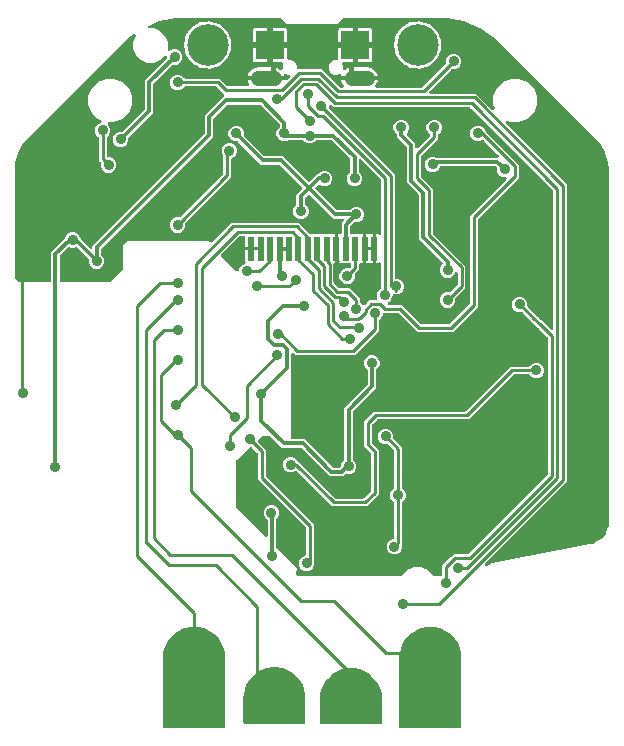
<source format=gbr>
G04 EAGLE Gerber RS-274X export*
G75*
%MOMM*%
%FSLAX34Y34*%
%LPD*%
%INBottom Copper*%
%IPPOS*%
%AMOC8*
5,1,8,0,0,1.08239X$1,22.5*%
G01*
%ADD10C,3.516000*%
%ADD11R,2.413000X2.413000*%
%ADD12C,1.308000*%
%ADD13R,0.500000X2.000000*%
%ADD14C,4.216000*%
%ADD15C,0.906400*%
%ADD16C,0.254000*%
%ADD17C,0.304800*%

G36*
X74741Y-173986D02*
X74741Y-173986D01*
X74771Y-173988D01*
X74899Y-173966D01*
X75028Y-173949D01*
X75055Y-173939D01*
X75084Y-173933D01*
X75203Y-173880D01*
X75323Y-173832D01*
X75347Y-173815D01*
X75374Y-173803D01*
X75476Y-173722D01*
X75581Y-173646D01*
X75600Y-173623D01*
X75623Y-173604D01*
X75701Y-173501D01*
X75783Y-173401D01*
X75796Y-173374D01*
X75814Y-173350D01*
X75885Y-173206D01*
X75980Y-172977D01*
X80267Y-168690D01*
X85868Y-166369D01*
X91932Y-166369D01*
X97533Y-168690D01*
X101820Y-172977D01*
X101915Y-173206D01*
X101930Y-173231D01*
X101939Y-173259D01*
X102009Y-173369D01*
X102073Y-173482D01*
X102093Y-173503D01*
X102109Y-173528D01*
X102204Y-173617D01*
X102294Y-173710D01*
X102319Y-173726D01*
X102341Y-173746D01*
X102454Y-173809D01*
X102565Y-173877D01*
X102593Y-173885D01*
X102619Y-173900D01*
X102745Y-173932D01*
X102869Y-173970D01*
X102899Y-173972D01*
X102927Y-173979D01*
X103088Y-173989D01*
X108458Y-173989D01*
X108576Y-173974D01*
X108695Y-173967D01*
X108733Y-173954D01*
X108774Y-173949D01*
X108884Y-173906D01*
X108997Y-173869D01*
X109032Y-173847D01*
X109069Y-173832D01*
X109165Y-173763D01*
X109266Y-173699D01*
X109294Y-173669D01*
X109327Y-173646D01*
X109403Y-173554D01*
X109484Y-173467D01*
X109504Y-173432D01*
X109529Y-173401D01*
X109580Y-173293D01*
X109638Y-173189D01*
X109648Y-173149D01*
X109665Y-173113D01*
X109687Y-172996D01*
X109717Y-172881D01*
X109721Y-172821D01*
X109725Y-172801D01*
X109723Y-172780D01*
X109727Y-172720D01*
X109727Y-165002D01*
X116976Y-157754D01*
X119282Y-155447D01*
X131225Y-155447D01*
X131323Y-155435D01*
X131422Y-155432D01*
X131480Y-155415D01*
X131540Y-155407D01*
X131632Y-155371D01*
X131727Y-155343D01*
X131779Y-155313D01*
X131836Y-155290D01*
X131916Y-155232D01*
X132001Y-155182D01*
X132077Y-155116D01*
X132093Y-155104D01*
X132101Y-155094D01*
X132122Y-155076D01*
X198764Y-88434D01*
X198824Y-88356D01*
X198892Y-88284D01*
X198921Y-88231D01*
X198958Y-88183D01*
X198998Y-88092D01*
X199046Y-88005D01*
X199061Y-87947D01*
X199085Y-87891D01*
X199100Y-87793D01*
X199125Y-87697D01*
X199131Y-87597D01*
X199135Y-87577D01*
X199133Y-87565D01*
X199135Y-87537D01*
X199135Y27316D01*
X199123Y27414D01*
X199120Y27513D01*
X199103Y27572D01*
X199095Y27632D01*
X199059Y27724D01*
X199031Y27819D01*
X199001Y27871D01*
X198978Y27927D01*
X198920Y28007D01*
X198870Y28093D01*
X198804Y28168D01*
X198792Y28185D01*
X198782Y28193D01*
X198764Y28214D01*
X191496Y35482D01*
X191417Y35542D01*
X191345Y35610D01*
X191292Y35639D01*
X191244Y35676D01*
X191153Y35716D01*
X191067Y35764D01*
X191053Y35767D01*
X184352Y42468D01*
X184339Y42511D01*
X184309Y42563D01*
X184286Y42619D01*
X184228Y42699D01*
X184178Y42785D01*
X184112Y42860D01*
X184100Y42877D01*
X184090Y42885D01*
X184072Y42906D01*
X177941Y49037D01*
X177917Y49055D01*
X177898Y49077D01*
X177839Y49119D01*
X177800Y49156D01*
X177756Y49179D01*
X177689Y49232D01*
X177662Y49243D01*
X177638Y49260D01*
X177548Y49295D01*
X177521Y49309D01*
X177494Y49316D01*
X177397Y49358D01*
X177368Y49363D01*
X177341Y49373D01*
X177223Y49386D01*
X177213Y49389D01*
X177199Y49389D01*
X177083Y49408D01*
X177054Y49405D01*
X177025Y49408D01*
X176896Y49390D01*
X176767Y49378D01*
X176739Y49368D01*
X176710Y49364D01*
X176568Y49315D01*
X173954Y49315D01*
X171541Y50315D01*
X169695Y52161D01*
X168695Y54574D01*
X168695Y57186D01*
X169695Y59599D01*
X171541Y61445D01*
X173954Y62445D01*
X176566Y62445D01*
X178979Y61445D01*
X180825Y59599D01*
X181825Y57186D01*
X181825Y55020D01*
X181837Y54922D01*
X181840Y54823D01*
X181857Y54764D01*
X181865Y54704D01*
X181901Y54612D01*
X181929Y54517D01*
X181959Y54465D01*
X181982Y54409D01*
X182040Y54329D01*
X182090Y54243D01*
X182156Y54168D01*
X182168Y54151D01*
X182178Y54143D01*
X182196Y54122D01*
X191140Y45179D01*
X191153Y45136D01*
X191183Y45084D01*
X191206Y45028D01*
X191264Y44948D01*
X191314Y44862D01*
X191380Y44787D01*
X191392Y44770D01*
X191402Y44762D01*
X191420Y44741D01*
X193331Y42830D01*
X193410Y42770D01*
X193482Y42702D01*
X193535Y42673D01*
X193583Y42636D01*
X193674Y42596D01*
X193760Y42548D01*
X193774Y42545D01*
X196166Y40152D01*
X201541Y34778D01*
X201650Y34693D01*
X201757Y34604D01*
X201776Y34596D01*
X201792Y34583D01*
X201920Y34528D01*
X202045Y34469D01*
X202065Y34465D01*
X202084Y34457D01*
X202222Y34435D01*
X202358Y34409D01*
X202378Y34410D01*
X202398Y34407D01*
X202537Y34420D01*
X202675Y34429D01*
X202694Y34435D01*
X202714Y34437D01*
X202846Y34484D01*
X202977Y34527D01*
X202995Y34538D01*
X203014Y34545D01*
X203129Y34623D01*
X203246Y34697D01*
X203260Y34712D01*
X203277Y34723D01*
X203369Y34827D01*
X203464Y34929D01*
X203474Y34946D01*
X203487Y34962D01*
X203551Y35086D01*
X203618Y35207D01*
X203623Y35227D01*
X203632Y35245D01*
X203662Y35381D01*
X203697Y35515D01*
X203699Y35543D01*
X203702Y35555D01*
X203701Y35576D01*
X203707Y35676D01*
X203707Y151776D01*
X203695Y151874D01*
X203692Y151973D01*
X203675Y152032D01*
X203667Y152092D01*
X203631Y152184D01*
X203603Y152279D01*
X203573Y152331D01*
X203550Y152387D01*
X203492Y152467D01*
X203442Y152553D01*
X203376Y152628D01*
X203364Y152645D01*
X203354Y152653D01*
X203336Y152674D01*
X133624Y222386D01*
X133545Y222446D01*
X133473Y222514D01*
X133420Y222543D01*
X133372Y222580D01*
X133281Y222620D01*
X133195Y222668D01*
X133136Y222683D01*
X133081Y222707D01*
X132983Y222722D01*
X132887Y222747D01*
X132787Y222753D01*
X132766Y222757D01*
X132754Y222755D01*
X132726Y222757D01*
X17682Y222757D01*
X16207Y224232D01*
X16112Y224306D01*
X16105Y224312D01*
X16101Y224315D01*
X16098Y224317D01*
X15991Y224406D01*
X15972Y224414D01*
X15956Y224427D01*
X15828Y224482D01*
X15703Y224541D01*
X15683Y224545D01*
X15664Y224553D01*
X15526Y224575D01*
X15390Y224601D01*
X15370Y224600D01*
X15350Y224603D01*
X15211Y224590D01*
X15073Y224581D01*
X15054Y224575D01*
X15034Y224573D01*
X14902Y224526D01*
X14771Y224483D01*
X14753Y224472D01*
X14734Y224465D01*
X14619Y224387D01*
X14502Y224313D01*
X14488Y224298D01*
X14471Y224287D01*
X14379Y224183D01*
X14284Y224081D01*
X14274Y224064D01*
X14261Y224048D01*
X14197Y223924D01*
X14130Y223803D01*
X14125Y223783D01*
X14116Y223765D01*
X14086Y223629D01*
X14051Y223495D01*
X14049Y223467D01*
X14046Y223455D01*
X14047Y223434D01*
X14041Y223334D01*
X14041Y222152D01*
X14053Y222054D01*
X14056Y221955D01*
X14073Y221896D01*
X14081Y221836D01*
X14117Y221744D01*
X14145Y221649D01*
X14175Y221597D01*
X14198Y221541D01*
X14256Y221461D01*
X14306Y221375D01*
X14372Y221300D01*
X14384Y221283D01*
X14394Y221275D01*
X14412Y221254D01*
X69343Y166324D01*
X69343Y78954D01*
X69358Y78836D01*
X69365Y78717D01*
X69378Y78679D01*
X69383Y78638D01*
X69426Y78528D01*
X69463Y78415D01*
X69485Y78380D01*
X69500Y78343D01*
X69569Y78247D01*
X69633Y78146D01*
X69663Y78118D01*
X69686Y78085D01*
X69778Y78009D01*
X69865Y77928D01*
X69900Y77908D01*
X69931Y77883D01*
X70039Y77832D01*
X70143Y77774D01*
X70183Y77764D01*
X70219Y77747D01*
X70336Y77725D01*
X70451Y77695D01*
X70511Y77691D01*
X70531Y77687D01*
X70552Y77689D01*
X70612Y77685D01*
X72092Y77685D01*
X74505Y76685D01*
X76351Y74839D01*
X77351Y72426D01*
X77351Y69814D01*
X76351Y67401D01*
X74505Y65555D01*
X72797Y64847D01*
X72789Y64843D01*
X72780Y64840D01*
X72651Y64764D01*
X72520Y64690D01*
X72514Y64683D01*
X72506Y64678D01*
X72385Y64572D01*
X72154Y64341D01*
X69263Y64341D01*
X69187Y64377D01*
X69167Y64381D01*
X69149Y64389D01*
X69011Y64411D01*
X68874Y64437D01*
X68854Y64436D01*
X68834Y64439D01*
X68696Y64426D01*
X68557Y64417D01*
X68538Y64411D01*
X68518Y64409D01*
X68387Y64362D01*
X68255Y64319D01*
X68238Y64308D01*
X68219Y64302D01*
X68103Y64223D01*
X67986Y64149D01*
X67972Y64134D01*
X67955Y64123D01*
X67863Y64019D01*
X67768Y63917D01*
X67758Y63900D01*
X67745Y63885D01*
X67681Y63760D01*
X67614Y63639D01*
X67609Y63619D01*
X67600Y63601D01*
X67570Y63466D01*
X67535Y63331D01*
X67533Y63303D01*
X67531Y63291D01*
X67531Y63271D01*
X67525Y63170D01*
X67525Y62194D01*
X66525Y59781D01*
X64679Y57935D01*
X64389Y57815D01*
X64328Y57780D01*
X64263Y57754D01*
X64191Y57702D01*
X64112Y57657D01*
X64062Y57608D01*
X64006Y57568D01*
X63949Y57498D01*
X63884Y57436D01*
X63848Y57376D01*
X63803Y57323D01*
X63765Y57241D01*
X63718Y57165D01*
X63697Y57098D01*
X63668Y57035D01*
X63651Y56947D01*
X63624Y56861D01*
X63621Y56791D01*
X63608Y56722D01*
X63613Y56633D01*
X63609Y56543D01*
X63623Y56475D01*
X63627Y56405D01*
X63655Y56320D01*
X63673Y56232D01*
X63704Y56169D01*
X63726Y56103D01*
X63774Y56027D01*
X63813Y55946D01*
X63858Y55893D01*
X63896Y55834D01*
X63961Y55772D01*
X64019Y55704D01*
X64076Y55664D01*
X64127Y55616D01*
X64206Y55573D01*
X64279Y55521D01*
X64345Y55496D01*
X64406Y55462D01*
X64493Y55440D01*
X64577Y55408D01*
X64646Y55400D01*
X64714Y55383D01*
X64874Y55373D01*
X75209Y55373D01*
X90713Y39869D01*
X90791Y39809D01*
X90863Y39741D01*
X90916Y39712D01*
X90964Y39675D01*
X91055Y39635D01*
X91141Y39587D01*
X91200Y39572D01*
X91256Y39548D01*
X91354Y39533D01*
X91449Y39508D01*
X91549Y39502D01*
X91570Y39498D01*
X91582Y39500D01*
X91610Y39498D01*
X115581Y39498D01*
X115679Y39510D01*
X115778Y39513D01*
X115837Y39530D01*
X115897Y39538D01*
X115989Y39574D01*
X116084Y39602D01*
X116136Y39632D01*
X116192Y39655D01*
X116272Y39713D01*
X116358Y39763D01*
X116433Y39829D01*
X116450Y39841D01*
X116458Y39851D01*
X116479Y39869D01*
X132851Y56241D01*
X132911Y56320D01*
X132979Y56392D01*
X133008Y56445D01*
X133045Y56493D01*
X133085Y56584D01*
X133133Y56670D01*
X133148Y56729D01*
X133172Y56784D01*
X133187Y56882D01*
X133212Y56978D01*
X133218Y57078D01*
X133222Y57099D01*
X133220Y57111D01*
X133222Y57139D01*
X133222Y130908D01*
X163763Y161449D01*
X163848Y161558D01*
X163937Y161665D01*
X163945Y161684D01*
X163958Y161700D01*
X164013Y161828D01*
X164072Y161953D01*
X164076Y161973D01*
X164084Y161992D01*
X164106Y162130D01*
X164132Y162266D01*
X164131Y162286D01*
X164134Y162306D01*
X164121Y162445D01*
X164112Y162583D01*
X164106Y162602D01*
X164104Y162622D01*
X164057Y162754D01*
X164014Y162885D01*
X164003Y162903D01*
X163996Y162922D01*
X163918Y163037D01*
X163844Y163154D01*
X163829Y163168D01*
X163818Y163185D01*
X163714Y163277D01*
X163612Y163372D01*
X163595Y163382D01*
X163579Y163395D01*
X163456Y163458D01*
X163334Y163526D01*
X163314Y163531D01*
X163296Y163540D01*
X163160Y163570D01*
X163026Y163605D01*
X162998Y163607D01*
X162986Y163610D01*
X162965Y163609D01*
X162865Y163615D01*
X161254Y163615D01*
X158841Y164615D01*
X156995Y166461D01*
X155995Y168874D01*
X155995Y171189D01*
X155983Y171287D01*
X155980Y171386D01*
X155963Y171444D01*
X155955Y171505D01*
X155919Y171597D01*
X155891Y171692D01*
X155861Y171744D01*
X155838Y171800D01*
X155780Y171880D01*
X155730Y171966D01*
X155664Y172041D01*
X155652Y172058D01*
X155642Y172065D01*
X155624Y172087D01*
X155109Y172602D01*
X155030Y172662D01*
X154958Y172730D01*
X154905Y172759D01*
X154857Y172796D01*
X154766Y172836D01*
X154680Y172884D01*
X154621Y172899D01*
X154565Y172923D01*
X154467Y172938D01*
X154372Y172963D01*
X154272Y172969D01*
X154251Y172973D01*
X154239Y172971D01*
X154211Y172973D01*
X108958Y172973D01*
X108929Y172970D01*
X108899Y172972D01*
X108771Y172950D01*
X108643Y172933D01*
X108615Y172923D01*
X108586Y172918D01*
X108468Y172864D01*
X108347Y172816D01*
X108323Y172799D01*
X108296Y172787D01*
X108195Y172706D01*
X108090Y172630D01*
X108071Y172607D01*
X108048Y172588D01*
X107970Y172485D01*
X107887Y172385D01*
X107874Y172358D01*
X107856Y172334D01*
X107786Y172190D01*
X107165Y170692D01*
X105319Y168846D01*
X102906Y167846D01*
X100294Y167846D01*
X97881Y168846D01*
X96035Y170692D01*
X95035Y173105D01*
X95035Y175717D01*
X96035Y178130D01*
X97881Y179976D01*
X100294Y180976D01*
X102906Y180976D01*
X104819Y180183D01*
X104828Y180181D01*
X104836Y180176D01*
X104981Y180139D01*
X105126Y180099D01*
X105135Y180099D01*
X105144Y180097D01*
X105305Y180087D01*
X156348Y180087D01*
X156486Y180104D01*
X156625Y180117D01*
X156644Y180124D01*
X156664Y180127D01*
X156793Y180178D01*
X156924Y180225D01*
X156941Y180236D01*
X156959Y180244D01*
X157072Y180325D01*
X157187Y180403D01*
X157200Y180419D01*
X157217Y180430D01*
X157305Y180538D01*
X157398Y180642D01*
X157407Y180660D01*
X157420Y180675D01*
X157479Y180801D01*
X157542Y180925D01*
X157547Y180945D01*
X157555Y180963D01*
X157581Y181099D01*
X157612Y181235D01*
X157611Y181256D01*
X157615Y181275D01*
X157606Y181414D01*
X157602Y181553D01*
X157596Y181573D01*
X157595Y181593D01*
X157552Y181725D01*
X157514Y181859D01*
X157503Y181876D01*
X157497Y181895D01*
X157423Y182013D01*
X157352Y182133D01*
X157334Y182154D01*
X157327Y182164D01*
X157312Y182178D01*
X157246Y182253D01*
X144804Y194696D01*
X144780Y194714D01*
X144761Y194736D01*
X144655Y194811D01*
X144552Y194891D01*
X144525Y194902D01*
X144501Y194919D01*
X144380Y194965D01*
X144260Y195017D01*
X144231Y195022D01*
X144204Y195032D01*
X144075Y195046D01*
X143946Y195067D01*
X143917Y195064D01*
X143888Y195067D01*
X143759Y195049D01*
X143630Y195037D01*
X143602Y195027D01*
X143573Y195023D01*
X143420Y194971D01*
X141307Y194095D01*
X138695Y194095D01*
X136282Y195095D01*
X134436Y196941D01*
X133436Y199354D01*
X133436Y201966D01*
X134436Y204379D01*
X136282Y206225D01*
X138695Y207225D01*
X141307Y207225D01*
X143720Y206225D01*
X145566Y204379D01*
X146250Y202727D01*
X146255Y202719D01*
X146258Y202710D01*
X146334Y202581D01*
X146408Y202451D01*
X146414Y202444D01*
X146419Y202436D01*
X146526Y202315D01*
X174753Y174088D01*
X174753Y163097D01*
X140199Y128544D01*
X140139Y128465D01*
X140071Y128393D01*
X140042Y128340D01*
X140005Y128292D01*
X139965Y128201D01*
X139917Y128115D01*
X139902Y128056D01*
X139878Y128001D01*
X139863Y127903D01*
X139838Y127807D01*
X139832Y127707D01*
X139828Y127686D01*
X139830Y127674D01*
X139828Y127646D01*
X139828Y53877D01*
X118843Y32892D01*
X88348Y32892D01*
X72845Y48396D01*
X72767Y48456D01*
X72695Y48524D01*
X72642Y48553D01*
X72594Y48590D01*
X72503Y48630D01*
X72416Y48678D01*
X72357Y48693D01*
X72302Y48717D01*
X72204Y48732D01*
X72108Y48757D01*
X72008Y48763D01*
X71988Y48767D01*
X71975Y48765D01*
X71947Y48767D01*
X60539Y48767D01*
X60421Y48752D01*
X60302Y48745D01*
X60264Y48732D01*
X60223Y48727D01*
X60113Y48684D01*
X60000Y48647D01*
X59965Y48625D01*
X59928Y48610D01*
X59832Y48541D01*
X59731Y48477D01*
X59703Y48447D01*
X59670Y48424D01*
X59594Y48332D01*
X59513Y48245D01*
X59493Y48210D01*
X59468Y48179D01*
X59417Y48071D01*
X59359Y47967D01*
X59349Y47927D01*
X59332Y47891D01*
X59310Y47774D01*
X59280Y47659D01*
X59276Y47599D01*
X59272Y47579D01*
X59274Y47558D01*
X59270Y47498D01*
X59270Y46954D01*
X58270Y44541D01*
X56379Y42651D01*
X56319Y42572D01*
X56251Y42500D01*
X56222Y42447D01*
X56185Y42399D01*
X56145Y42308D01*
X56097Y42222D01*
X56082Y42163D01*
X56058Y42107D01*
X56043Y42009D01*
X56018Y41914D01*
X56012Y41814D01*
X56008Y41793D01*
X56010Y41781D01*
X56008Y41753D01*
X56008Y33557D01*
X35658Y13207D01*
X-14536Y13207D01*
X-15867Y14538D01*
X-15976Y14623D01*
X-16083Y14712D01*
X-16102Y14720D01*
X-16118Y14733D01*
X-16246Y14788D01*
X-16371Y14847D01*
X-16391Y14851D01*
X-16410Y14859D01*
X-16548Y14881D01*
X-16684Y14907D01*
X-16704Y14906D01*
X-16724Y14909D01*
X-16863Y14896D01*
X-17001Y14887D01*
X-17020Y14881D01*
X-17040Y14879D01*
X-17172Y14832D01*
X-17303Y14789D01*
X-17321Y14778D01*
X-17340Y14771D01*
X-17455Y14693D01*
X-17572Y14619D01*
X-17586Y14604D01*
X-17603Y14593D01*
X-17695Y14489D01*
X-17790Y14387D01*
X-17800Y14370D01*
X-17813Y14354D01*
X-17877Y14230D01*
X-17944Y14109D01*
X-17949Y14089D01*
X-17958Y14071D01*
X-17988Y13935D01*
X-18023Y13801D01*
X-18025Y13773D01*
X-18028Y13761D01*
X-18027Y13740D01*
X-18033Y13640D01*
X-18033Y208D01*
X-18042Y199D01*
X-18103Y120D01*
X-18171Y48D01*
X-18200Y-5D01*
X-18237Y-53D01*
X-18277Y-144D01*
X-18325Y-230D01*
X-18340Y-289D01*
X-18364Y-345D01*
X-18379Y-443D01*
X-18404Y-538D01*
X-18410Y-638D01*
X-18414Y-659D01*
X-18412Y-671D01*
X-18414Y-699D01*
X-18414Y-56975D01*
X-18399Y-57093D01*
X-18392Y-57212D01*
X-18379Y-57250D01*
X-18374Y-57291D01*
X-18331Y-57401D01*
X-18294Y-57514D01*
X-18272Y-57549D01*
X-18257Y-57586D01*
X-18187Y-57683D01*
X-18124Y-57783D01*
X-18094Y-57811D01*
X-18071Y-57844D01*
X-17979Y-57920D01*
X-17892Y-58001D01*
X-17857Y-58021D01*
X-17826Y-58046D01*
X-17718Y-58097D01*
X-17614Y-58155D01*
X-17574Y-58165D01*
X-17538Y-58182D01*
X-17421Y-58204D01*
X-17306Y-58234D01*
X-17245Y-58238D01*
X-17225Y-58242D01*
X-17205Y-58240D01*
X-17145Y-58244D01*
X-6668Y-58244D01*
X16884Y-81797D01*
X16963Y-81857D01*
X17035Y-81925D01*
X17088Y-81954D01*
X17136Y-81991D01*
X17227Y-82031D01*
X17313Y-82079D01*
X17372Y-82094D01*
X17427Y-82118D01*
X17525Y-82133D01*
X17621Y-82158D01*
X17721Y-82164D01*
X17742Y-82168D01*
X17754Y-82166D01*
X17782Y-82168D01*
X22580Y-82168D01*
X22698Y-82153D01*
X22817Y-82146D01*
X22855Y-82133D01*
X22896Y-82128D01*
X23006Y-82085D01*
X23119Y-82048D01*
X23154Y-82026D01*
X23191Y-82011D01*
X23287Y-81942D01*
X23388Y-81878D01*
X23416Y-81848D01*
X23449Y-81825D01*
X23525Y-81733D01*
X23606Y-81646D01*
X23626Y-81611D01*
X23651Y-81580D01*
X23702Y-81472D01*
X23760Y-81368D01*
X23770Y-81328D01*
X23787Y-81292D01*
X23809Y-81175D01*
X23839Y-81060D01*
X23843Y-81000D01*
X23847Y-80980D01*
X23845Y-80959D01*
X23849Y-80899D01*
X23849Y-79974D01*
X24849Y-77561D01*
X26486Y-75925D01*
X26546Y-75846D01*
X26614Y-75774D01*
X26643Y-75721D01*
X26680Y-75673D01*
X26720Y-75582D01*
X26768Y-75496D01*
X26783Y-75437D01*
X26807Y-75381D01*
X26822Y-75283D01*
X26847Y-75188D01*
X26853Y-75088D01*
X26857Y-75067D01*
X26855Y-75055D01*
X26857Y-75027D01*
X26857Y-31613D01*
X29313Y-29158D01*
X46237Y-12234D01*
X46297Y-12155D01*
X46365Y-12083D01*
X46394Y-12030D01*
X46431Y-11982D01*
X46471Y-11891D01*
X46519Y-11805D01*
X46534Y-11746D01*
X46558Y-11690D01*
X46573Y-11592D01*
X46598Y-11497D01*
X46604Y-11397D01*
X46608Y-11376D01*
X46606Y-11364D01*
X46608Y-11336D01*
X46608Y97D01*
X46596Y195D01*
X46593Y294D01*
X46576Y353D01*
X46568Y413D01*
X46532Y505D01*
X46504Y600D01*
X46474Y652D01*
X46451Y708D01*
X46393Y788D01*
X46343Y874D01*
X46277Y949D01*
X46265Y966D01*
X46255Y973D01*
X46237Y995D01*
X44600Y2631D01*
X43600Y5044D01*
X43600Y7656D01*
X44600Y10069D01*
X46446Y11915D01*
X48859Y12915D01*
X51471Y12915D01*
X53884Y11915D01*
X55730Y10069D01*
X56730Y7656D01*
X56730Y5044D01*
X55730Y2631D01*
X54093Y995D01*
X54033Y916D01*
X53965Y844D01*
X53936Y791D01*
X53899Y743D01*
X53859Y652D01*
X53811Y566D01*
X53796Y507D01*
X53772Y451D01*
X53757Y353D01*
X53732Y258D01*
X53726Y158D01*
X53722Y137D01*
X53724Y125D01*
X53722Y97D01*
X53722Y-14808D01*
X51267Y-17263D01*
X51266Y-17263D01*
X34342Y-34187D01*
X34282Y-34266D01*
X34214Y-34338D01*
X34185Y-34391D01*
X34148Y-34439D01*
X34108Y-34530D01*
X34060Y-34616D01*
X34045Y-34675D01*
X34021Y-34731D01*
X34006Y-34829D01*
X33981Y-34924D01*
X33975Y-35024D01*
X33971Y-35045D01*
X33973Y-35057D01*
X33971Y-35085D01*
X33971Y-75027D01*
X33983Y-75125D01*
X33986Y-75224D01*
X34003Y-75282D01*
X34011Y-75343D01*
X34047Y-75435D01*
X34075Y-75530D01*
X34105Y-75582D01*
X34128Y-75638D01*
X34186Y-75718D01*
X34236Y-75804D01*
X34302Y-75879D01*
X34314Y-75896D01*
X34324Y-75903D01*
X34342Y-75925D01*
X35979Y-77561D01*
X36979Y-79974D01*
X36979Y-82586D01*
X35979Y-84999D01*
X34133Y-86845D01*
X31720Y-87845D01*
X29108Y-87845D01*
X28925Y-87769D01*
X28897Y-87761D01*
X28870Y-87748D01*
X28744Y-87719D01*
X28618Y-87685D01*
X28589Y-87685D01*
X28560Y-87678D01*
X28468Y-87681D01*
X28459Y-87680D01*
X28431Y-87680D01*
X28419Y-87682D01*
X28300Y-87680D01*
X28272Y-87687D01*
X28242Y-87688D01*
X28141Y-87717D01*
X28116Y-87720D01*
X28090Y-87730D01*
X27991Y-87754D01*
X27965Y-87768D01*
X27937Y-87776D01*
X27860Y-87822D01*
X27820Y-87837D01*
X27783Y-87864D01*
X27710Y-87903D01*
X27688Y-87923D01*
X27663Y-87938D01*
X27573Y-88016D01*
X27563Y-88024D01*
X27558Y-88030D01*
X27542Y-88044D01*
X26304Y-89282D01*
X14310Y-89282D01*
X-9243Y-65730D01*
X-9321Y-65669D01*
X-9393Y-65601D01*
X-9446Y-65572D01*
X-9494Y-65535D01*
X-9585Y-65495D01*
X-9672Y-65447D01*
X-9730Y-65432D01*
X-9786Y-65408D01*
X-9884Y-65393D01*
X-9979Y-65368D01*
X-10079Y-65362D01*
X-10100Y-65358D01*
X-10112Y-65360D01*
X-10140Y-65358D01*
X-26032Y-65358D01*
X-35137Y-56253D01*
X-35216Y-56192D01*
X-35288Y-56124D01*
X-35341Y-56095D01*
X-35389Y-56058D01*
X-35480Y-56018D01*
X-35566Y-55970D01*
X-35625Y-55955D01*
X-35681Y-55931D01*
X-35779Y-55916D01*
X-35874Y-55891D01*
X-35974Y-55885D01*
X-35995Y-55881D01*
X-36007Y-55883D01*
X-36035Y-55881D01*
X-42545Y-55881D01*
X-42624Y-55891D01*
X-42703Y-55891D01*
X-42781Y-55911D01*
X-42861Y-55921D01*
X-42934Y-55950D01*
X-43011Y-55969D01*
X-43082Y-56008D01*
X-43156Y-56038D01*
X-43220Y-56084D01*
X-43290Y-56122D01*
X-43413Y-56224D01*
X-43414Y-56224D01*
X-43414Y-56225D01*
X-44837Y-57562D01*
X-46301Y-58937D01*
X-46390Y-59044D01*
X-46481Y-59148D01*
X-46491Y-59166D01*
X-46504Y-59182D01*
X-46563Y-59308D01*
X-46626Y-59431D01*
X-46630Y-59451D01*
X-46639Y-59470D01*
X-46665Y-59606D01*
X-46696Y-59741D01*
X-46695Y-59762D01*
X-46699Y-59782D01*
X-46690Y-59920D01*
X-46686Y-60059D01*
X-46680Y-60079D01*
X-46679Y-60100D01*
X-46636Y-60232D01*
X-46598Y-60365D01*
X-46587Y-60382D01*
X-46581Y-60402D01*
X-46506Y-60520D01*
X-46436Y-60639D01*
X-46417Y-60660D01*
X-46410Y-60671D01*
X-46395Y-60685D01*
X-46330Y-60760D01*
X-42184Y-64906D01*
X-39877Y-67212D01*
X-39877Y-88911D01*
X-39865Y-89009D01*
X-39862Y-89108D01*
X-39845Y-89167D01*
X-39837Y-89227D01*
X-39801Y-89319D01*
X-39773Y-89414D01*
X-39743Y-89466D01*
X-39720Y-89522D01*
X-39662Y-89602D01*
X-39612Y-89688D01*
X-39546Y-89763D01*
X-39534Y-89780D01*
X-39524Y-89788D01*
X-39506Y-89809D01*
X763Y-130077D01*
X763Y-159894D01*
X764Y-159903D01*
X763Y-159912D01*
X784Y-160061D01*
X803Y-160209D01*
X806Y-160218D01*
X807Y-160227D01*
X859Y-160379D01*
X1485Y-161889D01*
X1485Y-164501D01*
X485Y-166914D01*
X-1361Y-168760D01*
X-3774Y-169760D01*
X-6386Y-169760D01*
X-8799Y-168760D01*
X-10645Y-166914D01*
X-11645Y-164501D01*
X-11645Y-161889D01*
X-10645Y-159476D01*
X-8799Y-157630D01*
X-6626Y-156730D01*
X-6601Y-156715D01*
X-6573Y-156706D01*
X-6463Y-156637D01*
X-6350Y-156572D01*
X-6329Y-156552D01*
X-6304Y-156536D01*
X-6215Y-156442D01*
X-6122Y-156351D01*
X-6106Y-156326D01*
X-6086Y-156304D01*
X-6023Y-156191D01*
X-5955Y-156080D01*
X-5947Y-156052D01*
X-5932Y-156026D01*
X-5900Y-155900D01*
X-5862Y-155776D01*
X-5860Y-155747D01*
X-5853Y-155718D01*
X-5843Y-155557D01*
X-5843Y-133339D01*
X-5855Y-133241D01*
X-5858Y-133142D01*
X-5875Y-133083D01*
X-5883Y-133023D01*
X-5919Y-132931D01*
X-5947Y-132836D01*
X-5977Y-132784D01*
X-6000Y-132728D01*
X-6058Y-132648D01*
X-6108Y-132562D01*
X-6174Y-132487D01*
X-6186Y-132470D01*
X-6196Y-132462D01*
X-6214Y-132441D01*
X-46483Y-92173D01*
X-46483Y-70474D01*
X-46495Y-70376D01*
X-46498Y-70277D01*
X-46515Y-70218D01*
X-46523Y-70158D01*
X-46559Y-70066D01*
X-46587Y-69971D01*
X-46617Y-69919D01*
X-46640Y-69863D01*
X-46698Y-69783D01*
X-46748Y-69697D01*
X-46814Y-69622D01*
X-46826Y-69605D01*
X-46836Y-69597D01*
X-46854Y-69576D01*
X-51074Y-65356D01*
X-51153Y-65296D01*
X-51225Y-65228D01*
X-51278Y-65199D01*
X-51326Y-65162D01*
X-51417Y-65122D01*
X-51503Y-65074D01*
X-51562Y-65059D01*
X-51617Y-65035D01*
X-51715Y-65020D01*
X-51811Y-64995D01*
X-51911Y-64989D01*
X-51932Y-64985D01*
X-51944Y-64987D01*
X-51972Y-64985D01*
X-52236Y-64985D01*
X-52315Y-64995D01*
X-52394Y-64995D01*
X-52472Y-65015D01*
X-52552Y-65025D01*
X-52626Y-65054D01*
X-52702Y-65073D01*
X-52773Y-65112D01*
X-52848Y-65142D01*
X-52912Y-65188D01*
X-52981Y-65226D01*
X-53104Y-65328D01*
X-53105Y-65328D01*
X-53105Y-65329D01*
X-55646Y-67716D01*
X-55647Y-67716D01*
X-58349Y-70254D01*
X-58349Y-70255D01*
X-62402Y-74062D01*
X-64369Y-75910D01*
X-64445Y-76001D01*
X-64526Y-76088D01*
X-64546Y-76124D01*
X-64572Y-76155D01*
X-64622Y-76263D01*
X-64680Y-76366D01*
X-64690Y-76406D01*
X-64707Y-76443D01*
X-64729Y-76559D01*
X-64759Y-76674D01*
X-64763Y-76735D01*
X-64767Y-76755D01*
X-64765Y-76775D01*
X-64769Y-76835D01*
X-64769Y-115570D01*
X-64757Y-115668D01*
X-64754Y-115767D01*
X-64737Y-115825D01*
X-64729Y-115886D01*
X-64693Y-115978D01*
X-64665Y-116073D01*
X-64635Y-116125D01*
X-64612Y-116181D01*
X-64554Y-116261D01*
X-64504Y-116347D01*
X-64438Y-116422D01*
X-64426Y-116439D01*
X-64416Y-116446D01*
X-64398Y-116468D01*
X-40227Y-140638D01*
X-40142Y-140704D01*
X-40098Y-140746D01*
X-40075Y-140758D01*
X-40011Y-140811D01*
X-39992Y-140820D01*
X-39976Y-140832D01*
X-39848Y-140888D01*
X-39723Y-140947D01*
X-39703Y-140951D01*
X-39684Y-140959D01*
X-39546Y-140981D01*
X-39410Y-141007D01*
X-39390Y-141005D01*
X-39370Y-141009D01*
X-39231Y-140996D01*
X-39093Y-140987D01*
X-39074Y-140981D01*
X-39054Y-140979D01*
X-38922Y-140932D01*
X-38791Y-140889D01*
X-38773Y-140878D01*
X-38754Y-140871D01*
X-38639Y-140793D01*
X-38522Y-140719D01*
X-38508Y-140704D01*
X-38491Y-140693D01*
X-38399Y-140588D01*
X-38304Y-140487D01*
X-38294Y-140469D01*
X-38281Y-140454D01*
X-38217Y-140330D01*
X-38150Y-140209D01*
X-38145Y-140189D01*
X-38136Y-140171D01*
X-38106Y-140035D01*
X-38071Y-139901D01*
X-38069Y-139873D01*
X-38066Y-139861D01*
X-38067Y-139840D01*
X-38065Y-139810D01*
X-38063Y-139800D01*
X-38064Y-139790D01*
X-38061Y-139740D01*
X-38061Y-127305D01*
X-38064Y-127275D01*
X-38062Y-127246D01*
X-38084Y-127118D01*
X-38101Y-126989D01*
X-38112Y-126962D01*
X-38117Y-126932D01*
X-38170Y-126814D01*
X-38218Y-126694D01*
X-38235Y-126670D01*
X-38247Y-126642D01*
X-38329Y-126541D01*
X-38404Y-126436D01*
X-38427Y-126417D01*
X-38446Y-126394D01*
X-38522Y-126337D01*
X-40490Y-124369D01*
X-41490Y-121956D01*
X-41490Y-119344D01*
X-40490Y-116931D01*
X-38644Y-115085D01*
X-36231Y-114085D01*
X-33619Y-114085D01*
X-31206Y-115085D01*
X-29360Y-116931D01*
X-28360Y-119344D01*
X-28360Y-121956D01*
X-29360Y-124369D01*
X-30576Y-125584D01*
X-30636Y-125663D01*
X-30704Y-125735D01*
X-30733Y-125788D01*
X-30770Y-125836D01*
X-30810Y-125927D01*
X-30858Y-126013D01*
X-30873Y-126072D01*
X-30897Y-126128D01*
X-30912Y-126226D01*
X-30937Y-126321D01*
X-30943Y-126421D01*
X-30947Y-126442D01*
X-30945Y-126454D01*
X-30947Y-126482D01*
X-30947Y-149392D01*
X-30935Y-149490D01*
X-30932Y-149589D01*
X-30915Y-149647D01*
X-30907Y-149708D01*
X-30871Y-149800D01*
X-30843Y-149895D01*
X-30813Y-149947D01*
X-30790Y-150003D01*
X-30732Y-150083D01*
X-30682Y-150169D01*
X-30616Y-150244D01*
X-30604Y-150261D01*
X-30594Y-150268D01*
X-30576Y-150289D01*
X-13394Y-167471D01*
X-13962Y-172580D01*
X-13961Y-172610D01*
X-13967Y-172640D01*
X-13959Y-172768D01*
X-13957Y-172898D01*
X-13949Y-172927D01*
X-13947Y-172957D01*
X-13907Y-173080D01*
X-13873Y-173205D01*
X-13858Y-173231D01*
X-13849Y-173259D01*
X-13780Y-173369D01*
X-13716Y-173481D01*
X-13695Y-173503D01*
X-13679Y-173528D01*
X-13584Y-173617D01*
X-13495Y-173710D01*
X-13469Y-173725D01*
X-13447Y-173746D01*
X-13334Y-173809D01*
X-13224Y-173876D01*
X-13195Y-173885D01*
X-13169Y-173900D01*
X-13044Y-173932D01*
X-12920Y-173970D01*
X-12890Y-173972D01*
X-12861Y-173979D01*
X-12700Y-173989D01*
X74712Y-173989D01*
X74741Y-173986D01*
G37*
G36*
X147177Y-165501D02*
X147177Y-165501D01*
X147217Y-165500D01*
X147332Y-165466D01*
X147449Y-165440D01*
X147503Y-165417D01*
X147523Y-165411D01*
X147540Y-165401D01*
X147597Y-165376D01*
X151460Y-163406D01*
X156201Y-162460D01*
X234464Y-146848D01*
X234550Y-146820D01*
X234638Y-146801D01*
X234660Y-146790D01*
X235991Y-146544D01*
X235996Y-146542D01*
X236008Y-146541D01*
X236039Y-146534D01*
X236059Y-146528D01*
X236127Y-146513D01*
X238893Y-145752D01*
X238970Y-145720D01*
X239050Y-145698D01*
X239181Y-145633D01*
X239187Y-145630D01*
X239189Y-145629D01*
X239194Y-145626D01*
X244147Y-142751D01*
X244255Y-142668D01*
X244367Y-142589D01*
X244389Y-142566D01*
X244399Y-142558D01*
X244412Y-142542D01*
X244479Y-142472D01*
X248175Y-138098D01*
X248250Y-137983D01*
X248328Y-137871D01*
X248341Y-137842D01*
X248348Y-137831D01*
X248355Y-137812D01*
X248394Y-137724D01*
X250403Y-132361D01*
X250422Y-132280D01*
X250450Y-132202D01*
X250474Y-132058D01*
X250476Y-132051D01*
X250476Y-132049D01*
X250477Y-132044D01*
X250766Y-129189D01*
X250765Y-129170D01*
X250772Y-129061D01*
X250772Y170860D01*
X250769Y170881D01*
X250768Y170963D01*
X250400Y175467D01*
X250391Y175511D01*
X250390Y175555D01*
X250355Y175712D01*
X247876Y184397D01*
X247842Y184476D01*
X247818Y184558D01*
X247755Y184679D01*
X247751Y184690D01*
X247748Y184693D01*
X247744Y184702D01*
X243098Y192447D01*
X243070Y192482D01*
X243050Y192521D01*
X242949Y192647D01*
X239914Y195991D01*
X239901Y196003D01*
X239871Y196037D01*
X239844Y196064D01*
X239839Y196068D01*
X239829Y196078D01*
X238859Y197016D01*
X238836Y197055D01*
X238752Y197150D01*
X238744Y197161D01*
X238738Y197166D01*
X238729Y197176D01*
X159628Y276102D01*
X159628Y276103D01*
X158983Y276745D01*
X158511Y277217D01*
X158497Y277228D01*
X158465Y277260D01*
X153204Y282019D01*
X153194Y282026D01*
X153185Y282036D01*
X153057Y282133D01*
X141268Y289996D01*
X141228Y290016D01*
X141193Y290042D01*
X141049Y290113D01*
X127953Y295529D01*
X127911Y295541D01*
X127871Y295560D01*
X127715Y295601D01*
X113816Y298362D01*
X113803Y298363D01*
X113791Y298367D01*
X113631Y298385D01*
X106545Y298732D01*
X106528Y298731D01*
X106483Y298734D01*
X26291Y298734D01*
X26193Y298721D01*
X26094Y298718D01*
X26036Y298702D01*
X25976Y298694D01*
X25883Y298658D01*
X25788Y298630D01*
X25736Y298599D01*
X25680Y298577D01*
X25600Y298519D01*
X25514Y298468D01*
X25439Y298402D01*
X25423Y298390D01*
X25415Y298381D01*
X25394Y298362D01*
X20685Y293654D01*
X-22059Y293654D01*
X-26768Y298362D01*
X-26846Y298423D01*
X-26918Y298491D01*
X-26971Y298520D01*
X-27019Y298557D01*
X-27110Y298596D01*
X-27197Y298644D01*
X-27255Y298659D01*
X-27311Y298683D01*
X-27409Y298699D01*
X-27505Y298724D01*
X-27605Y298730D01*
X-27625Y298733D01*
X-27637Y298732D01*
X-27665Y298734D01*
X-108775Y298734D01*
X-108792Y298732D01*
X-108837Y298732D01*
X-115942Y298383D01*
X-115955Y298380D01*
X-115968Y298381D01*
X-116128Y298360D01*
X-130065Y295584D01*
X-130107Y295569D01*
X-130151Y295563D01*
X-130303Y295511D01*
X-138732Y292014D01*
X-138792Y291980D01*
X-138857Y291954D01*
X-138930Y291901D01*
X-139008Y291857D01*
X-139058Y291808D01*
X-139114Y291768D01*
X-139172Y291698D01*
X-139237Y291635D01*
X-139273Y291576D01*
X-139317Y291523D01*
X-139356Y291441D01*
X-139403Y291364D01*
X-139423Y291298D01*
X-139453Y291235D01*
X-139470Y291146D01*
X-139496Y291060D01*
X-139499Y290991D01*
X-139512Y290923D01*
X-139507Y290833D01*
X-139511Y290742D01*
X-139497Y290674D01*
X-139493Y290605D01*
X-139465Y290519D01*
X-139447Y290431D01*
X-139416Y290369D01*
X-139395Y290303D01*
X-139346Y290226D01*
X-139307Y290145D01*
X-139262Y290093D01*
X-139224Y290034D01*
X-139159Y289972D01*
X-139100Y289903D01*
X-139043Y289864D01*
X-138993Y289816D01*
X-138914Y289772D01*
X-138840Y289721D01*
X-138775Y289696D01*
X-138714Y289662D01*
X-138627Y289640D01*
X-138543Y289608D01*
X-138474Y289600D01*
X-138406Y289583D01*
X-138246Y289573D01*
X-134474Y289573D01*
X-129130Y287359D01*
X-125040Y283269D01*
X-122826Y277924D01*
X-122826Y272118D01*
X-122843Y272079D01*
X-122857Y271990D01*
X-122881Y271904D01*
X-122882Y271834D01*
X-122893Y271765D01*
X-122884Y271676D01*
X-122886Y271586D01*
X-122870Y271518D01*
X-122863Y271448D01*
X-122833Y271364D01*
X-122812Y271277D01*
X-122779Y271215D01*
X-122755Y271149D01*
X-122705Y271075D01*
X-122663Y270995D01*
X-122616Y270944D01*
X-122577Y270886D01*
X-122510Y270827D01*
X-122449Y270760D01*
X-122391Y270722D01*
X-122338Y270675D01*
X-122258Y270635D01*
X-122183Y270585D01*
X-122117Y270563D01*
X-122055Y270531D01*
X-121967Y270511D01*
X-121883Y270482D01*
X-121813Y270477D01*
X-121745Y270461D01*
X-121655Y270464D01*
X-121566Y270457D01*
X-121497Y270469D01*
X-121427Y270471D01*
X-121341Y270496D01*
X-121252Y270511D01*
X-121189Y270540D01*
X-121121Y270559D01*
X-121044Y270605D01*
X-120962Y270642D01*
X-120908Y270685D01*
X-120847Y270721D01*
X-120727Y270827D01*
X-120559Y270995D01*
X-118146Y271995D01*
X-115534Y271995D01*
X-113121Y270995D01*
X-111275Y269149D01*
X-110275Y266736D01*
X-110275Y264124D01*
X-111275Y261711D01*
X-113121Y259865D01*
X-115534Y258865D01*
X-117849Y258865D01*
X-117947Y258853D01*
X-118046Y258850D01*
X-118104Y258833D01*
X-118165Y258825D01*
X-118257Y258789D01*
X-118352Y258761D01*
X-118404Y258731D01*
X-118460Y258708D01*
X-118540Y258650D01*
X-118626Y258600D01*
X-118701Y258534D01*
X-118718Y258522D01*
X-118725Y258512D01*
X-118747Y258494D01*
X-134502Y242739D01*
X-134562Y242660D01*
X-134630Y242588D01*
X-134659Y242535D01*
X-134696Y242487D01*
X-134736Y242396D01*
X-134784Y242310D01*
X-134799Y242251D01*
X-134823Y242195D01*
X-134838Y242097D01*
X-134863Y242002D01*
X-134869Y241902D01*
X-134873Y241881D01*
X-134871Y241869D01*
X-134873Y241841D01*
X-134873Y218237D01*
X-137328Y215782D01*
X-137329Y215782D01*
X-155624Y197487D01*
X-155684Y197408D01*
X-155752Y197336D01*
X-155781Y197283D01*
X-155818Y197235D01*
X-155858Y197144D01*
X-155906Y197058D01*
X-155921Y196999D01*
X-155945Y196943D01*
X-155960Y196845D01*
X-155985Y196750D01*
X-155991Y196650D01*
X-155995Y196629D01*
X-155993Y196617D01*
X-155995Y196589D01*
X-155995Y194274D01*
X-156995Y191861D01*
X-158841Y190015D01*
X-161254Y189015D01*
X-163866Y189015D01*
X-166279Y190015D01*
X-168125Y191861D01*
X-169125Y194274D01*
X-169125Y196886D01*
X-168125Y199299D01*
X-166279Y201145D01*
X-163866Y202145D01*
X-161551Y202145D01*
X-161453Y202157D01*
X-161354Y202160D01*
X-161296Y202177D01*
X-161235Y202185D01*
X-161143Y202221D01*
X-161048Y202249D01*
X-160996Y202279D01*
X-160940Y202302D01*
X-160860Y202360D01*
X-160774Y202410D01*
X-160699Y202476D01*
X-160682Y202488D01*
X-160675Y202498D01*
X-160653Y202516D01*
X-142358Y220811D01*
X-142298Y220890D01*
X-142230Y220962D01*
X-142201Y221015D01*
X-142164Y221063D01*
X-142124Y221154D01*
X-142076Y221240D01*
X-142061Y221299D01*
X-142037Y221355D01*
X-142022Y221453D01*
X-141997Y221548D01*
X-141991Y221648D01*
X-141987Y221669D01*
X-141989Y221681D01*
X-141987Y221709D01*
X-141987Y245313D01*
X-123776Y263523D01*
X-123716Y263602D01*
X-123648Y263674D01*
X-123619Y263727D01*
X-123582Y263775D01*
X-123542Y263866D01*
X-123494Y263952D01*
X-123479Y264011D01*
X-123455Y264067D01*
X-123440Y264165D01*
X-123415Y264260D01*
X-123409Y264360D01*
X-123405Y264381D01*
X-123407Y264393D01*
X-123405Y264421D01*
X-123405Y265366D01*
X-123422Y265504D01*
X-123435Y265643D01*
X-123442Y265662D01*
X-123445Y265682D01*
X-123496Y265811D01*
X-123543Y265942D01*
X-123554Y265959D01*
X-123562Y265977D01*
X-123643Y266090D01*
X-123721Y266205D01*
X-123737Y266218D01*
X-123748Y266235D01*
X-123856Y266324D01*
X-123960Y266415D01*
X-123978Y266425D01*
X-123993Y266438D01*
X-124119Y266497D01*
X-124243Y266560D01*
X-124263Y266565D01*
X-124281Y266573D01*
X-124417Y266599D01*
X-124553Y266630D01*
X-124574Y266629D01*
X-124593Y266633D01*
X-124732Y266624D01*
X-124871Y266620D01*
X-124891Y266614D01*
X-124911Y266613D01*
X-125043Y266570D01*
X-125177Y266532D01*
X-125194Y266521D01*
X-125213Y266515D01*
X-125331Y266441D01*
X-125451Y266370D01*
X-125472Y266352D01*
X-125482Y266345D01*
X-125496Y266330D01*
X-125571Y266264D01*
X-129130Y262705D01*
X-134474Y260491D01*
X-140259Y260491D01*
X-145603Y262705D01*
X-149694Y266795D01*
X-151908Y272140D01*
X-151908Y277924D01*
X-149788Y283040D01*
X-149761Y283142D01*
X-149724Y283240D01*
X-149719Y283295D01*
X-149704Y283347D01*
X-149703Y283452D01*
X-149692Y283557D01*
X-149700Y283611D01*
X-149699Y283665D01*
X-149724Y283767D01*
X-149740Y283871D01*
X-149761Y283921D01*
X-149774Y283974D01*
X-149823Y284067D01*
X-149864Y284164D01*
X-149897Y284207D01*
X-149922Y284256D01*
X-149993Y284333D01*
X-150057Y284417D01*
X-150099Y284450D01*
X-150136Y284491D01*
X-150224Y284549D01*
X-150306Y284614D01*
X-150356Y284636D01*
X-150402Y284666D01*
X-150501Y284700D01*
X-150597Y284742D01*
X-150651Y284751D01*
X-150703Y284769D01*
X-150807Y284777D01*
X-150911Y284794D01*
X-150965Y284790D01*
X-151020Y284794D01*
X-151123Y284776D01*
X-151228Y284767D01*
X-151279Y284749D01*
X-151333Y284740D01*
X-151429Y284697D01*
X-151528Y284662D01*
X-151603Y284618D01*
X-151623Y284609D01*
X-151635Y284600D01*
X-151667Y284581D01*
X-155459Y282043D01*
X-155468Y282034D01*
X-155480Y282028D01*
X-155606Y281928D01*
X-160872Y277145D01*
X-160883Y277132D01*
X-160917Y277102D01*
X-241993Y195847D01*
X-242006Y195830D01*
X-242056Y195778D01*
X-244967Y192398D01*
X-244991Y192361D01*
X-245021Y192329D01*
X-245077Y192245D01*
X-245084Y192235D01*
X-245089Y192226D01*
X-245109Y192195D01*
X-249494Y184443D01*
X-249527Y184364D01*
X-249568Y184289D01*
X-249611Y184158D01*
X-249615Y184148D01*
X-249616Y184144D01*
X-249618Y184136D01*
X-251851Y175514D01*
X-251856Y175470D01*
X-251870Y175428D01*
X-251889Y175268D01*
X-252144Y170815D01*
X-252143Y170796D01*
X-252146Y170743D01*
X-252146Y170725D01*
X-252146Y170722D01*
X-252146Y170715D01*
X-252135Y169315D01*
X-252136Y169310D01*
X-252143Y169199D01*
X-252146Y169181D01*
X-252145Y169171D01*
X-252146Y169150D01*
X-252146Y79427D01*
X-252134Y79329D01*
X-252131Y79230D01*
X-252114Y79172D01*
X-252106Y79112D01*
X-252070Y79019D01*
X-252043Y78924D01*
X-252012Y78872D01*
X-251989Y78816D01*
X-251931Y78736D01*
X-251881Y78650D01*
X-251815Y78575D01*
X-251803Y78559D01*
X-251793Y78551D01*
X-251775Y78530D01*
X-248548Y75303D01*
X-248469Y75242D01*
X-248397Y75174D01*
X-248344Y75145D01*
X-248296Y75108D01*
X-248205Y75068D01*
X-248119Y75020D01*
X-248060Y75005D01*
X-248004Y74981D01*
X-247906Y74966D01*
X-247811Y74941D01*
X-247711Y74935D01*
X-247690Y74931D01*
X-247678Y74933D01*
X-247650Y74931D01*
X-222631Y74931D01*
X-222513Y74946D01*
X-222394Y74953D01*
X-222356Y74966D01*
X-222315Y74971D01*
X-222205Y75014D01*
X-222092Y75051D01*
X-222057Y75073D01*
X-222020Y75088D01*
X-221924Y75158D01*
X-221823Y75221D01*
X-221795Y75251D01*
X-221762Y75274D01*
X-221686Y75366D01*
X-221605Y75453D01*
X-221585Y75488D01*
X-221560Y75519D01*
X-221509Y75627D01*
X-221451Y75731D01*
X-221441Y75771D01*
X-221424Y75807D01*
X-221402Y75924D01*
X-221372Y76039D01*
X-221368Y76100D01*
X-221364Y76120D01*
X-221366Y76140D01*
X-221362Y76200D01*
X-221362Y99898D01*
X-218907Y102353D01*
X-218906Y102353D01*
X-210136Y111123D01*
X-210076Y111202D01*
X-210008Y111274D01*
X-209979Y111327D01*
X-209942Y111375D01*
X-209902Y111466D01*
X-209854Y111552D01*
X-209839Y111611D01*
X-209815Y111667D01*
X-209813Y111679D01*
X-208765Y114209D01*
X-206919Y116055D01*
X-204506Y117055D01*
X-201894Y117055D01*
X-199481Y116055D01*
X-197635Y114209D01*
X-196557Y111608D01*
X-196531Y111518D01*
X-196501Y111466D01*
X-196478Y111410D01*
X-196420Y111330D01*
X-196370Y111244D01*
X-196304Y111169D01*
X-196292Y111152D01*
X-196282Y111145D01*
X-196264Y111123D01*
X-188603Y103463D01*
X-188494Y103378D01*
X-188387Y103290D01*
X-188368Y103281D01*
X-188352Y103268D01*
X-188224Y103213D01*
X-188099Y103154D01*
X-188079Y103150D01*
X-188060Y103142D01*
X-187922Y103120D01*
X-187786Y103094D01*
X-187766Y103095D01*
X-187746Y103092D01*
X-187607Y103105D01*
X-187469Y103114D01*
X-187450Y103120D01*
X-187430Y103122D01*
X-187298Y103169D01*
X-187167Y103212D01*
X-187149Y103223D01*
X-187130Y103230D01*
X-187015Y103308D01*
X-186898Y103382D01*
X-186884Y103397D01*
X-186867Y103408D01*
X-186775Y103513D01*
X-186680Y103614D01*
X-186670Y103631D01*
X-186657Y103647D01*
X-186593Y103771D01*
X-186526Y103892D01*
X-186521Y103912D01*
X-186512Y103930D01*
X-186482Y104066D01*
X-186447Y104200D01*
X-186445Y104228D01*
X-186442Y104240D01*
X-186443Y104261D01*
X-186437Y104361D01*
X-186437Y105613D01*
X-91558Y200491D01*
X-91498Y200570D01*
X-91430Y200642D01*
X-91401Y200695D01*
X-91364Y200743D01*
X-91324Y200834D01*
X-91276Y200920D01*
X-91261Y200979D01*
X-91237Y201035D01*
X-91222Y201133D01*
X-91197Y201228D01*
X-91191Y201328D01*
X-91187Y201349D01*
X-91189Y201361D01*
X-91187Y201389D01*
X-91187Y216103D01*
X-74963Y232327D01*
X-74890Y232421D01*
X-74811Y232510D01*
X-74793Y232546D01*
X-74768Y232578D01*
X-74721Y232688D01*
X-74667Y232794D01*
X-74658Y232833D01*
X-74642Y232870D01*
X-74623Y232988D01*
X-74597Y233104D01*
X-74598Y233144D01*
X-74592Y233184D01*
X-74603Y233303D01*
X-74607Y233422D01*
X-74618Y233461D01*
X-74622Y233501D01*
X-74662Y233613D01*
X-74695Y233727D01*
X-74715Y233762D01*
X-74729Y233800D01*
X-74796Y233899D01*
X-74856Y234001D01*
X-74896Y234046D01*
X-74908Y234063D01*
X-74923Y234077D01*
X-74963Y234122D01*
X-81006Y240166D01*
X-81085Y240226D01*
X-81157Y240294D01*
X-81210Y240323D01*
X-81258Y240360D01*
X-81349Y240400D01*
X-81435Y240448D01*
X-81494Y240463D01*
X-81549Y240487D01*
X-81647Y240502D01*
X-81743Y240527D01*
X-81843Y240533D01*
X-81864Y240537D01*
X-81876Y240535D01*
X-81904Y240537D01*
X-107793Y240537D01*
X-107891Y240525D01*
X-107990Y240522D01*
X-108048Y240505D01*
X-108109Y240497D01*
X-108201Y240461D01*
X-108296Y240433D01*
X-108348Y240403D01*
X-108404Y240380D01*
X-108484Y240322D01*
X-108570Y240272D01*
X-108645Y240206D01*
X-108662Y240194D01*
X-108669Y240184D01*
X-108691Y240166D01*
X-110581Y238275D01*
X-112994Y237275D01*
X-115606Y237275D01*
X-118019Y238275D01*
X-119865Y240121D01*
X-120865Y242534D01*
X-120865Y245146D01*
X-119865Y247559D01*
X-118019Y249405D01*
X-115606Y250405D01*
X-112994Y250405D01*
X-110581Y249405D01*
X-108691Y247514D01*
X-108612Y247454D01*
X-108540Y247386D01*
X-108487Y247357D01*
X-108439Y247320D01*
X-108348Y247280D01*
X-108262Y247232D01*
X-108203Y247217D01*
X-108147Y247193D01*
X-108049Y247178D01*
X-107954Y247153D01*
X-107854Y247147D01*
X-107833Y247143D01*
X-107821Y247145D01*
X-107793Y247143D01*
X-78642Y247143D01*
X-72664Y241164D01*
X-72585Y241104D01*
X-72513Y241036D01*
X-72460Y241007D01*
X-72412Y240970D01*
X-72321Y240930D01*
X-72235Y240882D01*
X-72176Y240867D01*
X-72121Y240843D01*
X-72023Y240828D01*
X-71927Y240803D01*
X-71827Y240797D01*
X-71806Y240793D01*
X-71794Y240795D01*
X-71766Y240793D01*
X-54893Y240793D01*
X-54854Y240798D01*
X-54814Y240795D01*
X-54696Y240818D01*
X-54578Y240833D01*
X-54541Y240847D01*
X-54501Y240855D01*
X-54393Y240906D01*
X-54282Y240950D01*
X-54250Y240973D01*
X-54214Y240990D01*
X-54121Y241066D01*
X-54025Y241136D01*
X-53999Y241167D01*
X-53968Y241193D01*
X-53898Y241289D01*
X-53822Y241381D01*
X-53805Y241418D01*
X-53781Y241450D01*
X-53737Y241561D01*
X-53686Y241669D01*
X-53679Y241708D01*
X-53664Y241745D01*
X-53649Y241864D01*
X-53627Y241981D01*
X-53629Y242021D01*
X-53624Y242061D01*
X-53639Y242180D01*
X-53646Y242299D01*
X-53659Y242337D01*
X-53664Y242376D01*
X-53707Y242488D01*
X-53744Y242601D01*
X-53766Y242635D01*
X-53780Y242672D01*
X-53836Y242760D01*
X-54495Y244054D01*
X-54937Y245414D01*
X-54957Y245541D01*
X-33730Y245541D01*
X-33612Y245556D01*
X-33493Y245563D01*
X-33455Y245575D01*
X-33415Y245581D01*
X-33304Y245624D01*
X-33191Y245661D01*
X-33157Y245683D01*
X-33119Y245698D01*
X-33023Y245767D01*
X-33006Y245778D01*
X-32982Y245764D01*
X-32950Y245739D01*
X-32843Y245688D01*
X-32738Y245630D01*
X-32699Y245620D01*
X-32663Y245603D01*
X-32546Y245581D01*
X-32430Y245551D01*
X-32370Y245547D01*
X-32350Y245543D01*
X-32330Y245545D01*
X-32270Y245541D01*
X-22777Y245541D01*
X-22679Y245553D01*
X-22580Y245556D01*
X-22522Y245573D01*
X-22462Y245581D01*
X-22370Y245617D01*
X-22275Y245645D01*
X-22223Y245675D01*
X-22166Y245698D01*
X-22086Y245756D01*
X-22001Y245806D01*
X-21925Y245872D01*
X-21909Y245884D01*
X-21901Y245894D01*
X-21880Y245912D01*
X-19460Y248333D01*
X-19375Y248442D01*
X-19286Y248549D01*
X-19277Y248568D01*
X-19265Y248584D01*
X-19209Y248712D01*
X-19150Y248837D01*
X-19147Y248857D01*
X-19139Y248876D01*
X-19117Y249014D01*
X-19091Y249150D01*
X-19092Y249170D01*
X-19089Y249190D01*
X-19102Y249329D01*
X-19110Y249467D01*
X-19117Y249486D01*
X-19119Y249506D01*
X-19166Y249638D01*
X-19208Y249769D01*
X-19219Y249787D01*
X-19226Y249806D01*
X-19304Y249921D01*
X-19379Y250038D01*
X-19393Y250052D01*
X-19405Y250069D01*
X-19509Y250161D01*
X-19610Y250256D01*
X-19628Y250266D01*
X-19643Y250279D01*
X-19767Y250343D01*
X-19889Y250410D01*
X-19908Y250415D01*
X-19926Y250424D01*
X-20062Y250454D01*
X-20197Y250489D01*
X-20225Y250491D01*
X-20237Y250494D01*
X-20257Y250493D01*
X-20357Y250499D01*
X-20702Y250499D01*
X-22447Y251222D01*
X-22534Y251246D01*
X-22617Y251279D01*
X-22686Y251288D01*
X-22754Y251306D01*
X-22843Y251308D01*
X-22932Y251319D01*
X-23002Y251310D01*
X-23072Y251311D01*
X-23159Y251290D01*
X-23248Y251279D01*
X-23313Y251253D01*
X-23381Y251237D01*
X-23460Y251195D01*
X-23544Y251162D01*
X-23600Y251121D01*
X-23662Y251088D01*
X-23729Y251028D01*
X-23801Y250976D01*
X-23846Y250922D01*
X-23898Y250875D01*
X-23947Y250800D01*
X-24004Y250731D01*
X-24034Y250667D01*
X-24072Y250609D01*
X-24101Y250524D01*
X-24140Y250443D01*
X-24153Y250374D01*
X-24176Y250308D01*
X-24183Y250219D01*
X-24199Y250131D01*
X-24195Y250061D01*
X-24201Y249991D01*
X-24185Y249903D01*
X-24180Y249813D01*
X-24149Y249692D01*
X-24146Y249678D01*
X-24144Y249672D01*
X-24123Y249539D01*
X-31001Y249539D01*
X-31001Y256417D01*
X-30874Y256397D01*
X-29514Y255955D01*
X-28241Y255307D01*
X-27556Y254809D01*
X-27521Y254790D01*
X-27491Y254765D01*
X-27382Y254714D01*
X-27277Y254656D01*
X-27239Y254646D01*
X-27203Y254629D01*
X-27086Y254607D01*
X-26969Y254577D01*
X-26929Y254577D01*
X-26890Y254569D01*
X-26771Y254577D01*
X-26651Y254577D01*
X-26613Y254587D01*
X-26573Y254589D01*
X-26459Y254626D01*
X-26343Y254656D01*
X-26308Y254675D01*
X-26271Y254687D01*
X-26169Y254751D01*
X-26065Y254809D01*
X-26036Y254836D01*
X-26002Y254857D01*
X-25920Y254945D01*
X-25833Y255026D01*
X-25811Y255060D01*
X-25784Y255089D01*
X-25726Y255194D01*
X-25662Y255295D01*
X-25650Y255333D01*
X-25630Y255367D01*
X-25601Y255483D01*
X-25563Y255597D01*
X-25561Y255637D01*
X-25551Y255675D01*
X-25541Y255836D01*
X-25541Y257742D01*
X-24945Y259179D01*
X-24932Y259227D01*
X-24911Y259272D01*
X-24890Y259380D01*
X-24861Y259486D01*
X-24860Y259536D01*
X-24851Y259585D01*
X-24858Y259694D01*
X-24856Y259804D01*
X-24868Y259852D01*
X-24871Y259902D01*
X-24905Y260006D01*
X-24930Y260113D01*
X-24954Y260157D01*
X-24969Y260204D01*
X-25028Y260297D01*
X-25079Y260394D01*
X-25112Y260431D01*
X-25139Y260473D01*
X-25219Y260548D01*
X-25293Y260630D01*
X-25334Y260657D01*
X-25371Y260691D01*
X-25467Y260744D01*
X-25559Y260804D01*
X-25606Y260821D01*
X-25649Y260845D01*
X-25755Y260872D01*
X-25860Y260908D01*
X-25909Y260912D01*
X-25957Y260924D01*
X-26118Y260934D01*
X-33751Y260934D01*
X-33751Y265078D01*
X-33756Y265118D01*
X-33753Y265158D01*
X-33776Y265275D01*
X-33791Y265393D01*
X-33805Y265431D01*
X-33813Y265471D01*
X-33864Y265578D01*
X-33908Y265689D01*
X-33931Y265722D01*
X-33949Y265758D01*
X-34024Y265850D01*
X-34094Y265946D01*
X-34126Y265972D01*
X-34151Y266003D01*
X-34248Y266073D01*
X-34339Y266149D01*
X-34376Y266166D01*
X-34409Y266190D01*
X-34519Y266234D01*
X-34627Y266285D01*
X-34667Y266292D01*
X-34704Y266307D01*
X-34863Y266337D01*
X-35607Y266430D01*
X-35843Y266460D01*
X-35920Y266460D01*
X-35997Y266470D01*
X-36157Y266460D01*
X-36160Y266459D01*
X-36161Y266459D01*
X-37137Y266337D01*
X-37177Y266327D01*
X-37217Y266325D01*
X-37330Y266288D01*
X-37446Y266259D01*
X-37481Y266239D01*
X-37519Y266227D01*
X-37620Y266163D01*
X-37725Y266106D01*
X-37754Y266078D01*
X-37788Y266057D01*
X-37870Y265970D01*
X-37957Y265888D01*
X-37978Y265854D01*
X-38006Y265825D01*
X-38064Y265721D01*
X-38128Y265620D01*
X-38140Y265582D01*
X-38160Y265546D01*
X-38189Y265431D01*
X-38226Y265318D01*
X-38229Y265278D01*
X-38239Y265239D01*
X-38249Y265078D01*
X-38249Y260934D01*
X-48399Y260934D01*
X-49046Y261107D01*
X-49625Y261442D01*
X-50098Y261915D01*
X-50433Y262494D01*
X-50606Y263141D01*
X-50606Y273291D01*
X-44310Y273291D01*
X-44192Y273306D01*
X-44073Y273313D01*
X-44035Y273325D01*
X-43994Y273331D01*
X-43884Y273374D01*
X-43771Y273411D01*
X-43736Y273433D01*
X-43699Y273448D01*
X-43603Y273517D01*
X-43502Y273581D01*
X-43474Y273611D01*
X-43441Y273634D01*
X-43365Y273726D01*
X-43284Y273813D01*
X-43264Y273848D01*
X-43239Y273879D01*
X-43188Y273987D01*
X-43130Y274091D01*
X-43120Y274131D01*
X-43103Y274167D01*
X-43081Y274284D01*
X-43051Y274399D01*
X-43047Y274459D01*
X-43043Y274479D01*
X-43045Y274500D01*
X-43041Y274560D01*
X-43041Y276520D01*
X-43056Y276638D01*
X-43063Y276757D01*
X-43076Y276795D01*
X-43081Y276836D01*
X-43124Y276946D01*
X-43161Y277059D01*
X-43183Y277094D01*
X-43198Y277131D01*
X-43267Y277227D01*
X-43331Y277328D01*
X-43361Y277356D01*
X-43384Y277389D01*
X-43476Y277465D01*
X-43563Y277546D01*
X-43598Y277566D01*
X-43629Y277591D01*
X-43737Y277642D01*
X-43841Y277700D01*
X-43881Y277710D01*
X-43917Y277727D01*
X-44034Y277749D01*
X-44149Y277779D01*
X-44209Y277783D01*
X-44229Y277787D01*
X-44250Y277785D01*
X-44310Y277789D01*
X-50606Y277789D01*
X-50606Y287939D01*
X-50433Y288586D01*
X-50098Y289165D01*
X-49625Y289638D01*
X-49046Y289973D01*
X-48399Y290146D01*
X-38249Y290146D01*
X-38249Y286002D01*
X-38244Y285962D01*
X-38247Y285922D01*
X-38224Y285805D01*
X-38209Y285687D01*
X-38195Y285649D01*
X-38187Y285609D01*
X-38136Y285502D01*
X-38092Y285391D01*
X-38069Y285358D01*
X-38051Y285322D01*
X-37976Y285230D01*
X-37906Y285134D01*
X-37874Y285108D01*
X-37849Y285077D01*
X-37752Y285007D01*
X-37661Y284931D01*
X-37624Y284914D01*
X-37591Y284890D01*
X-37480Y284846D01*
X-37373Y284795D01*
X-37333Y284788D01*
X-37296Y284773D01*
X-37137Y284743D01*
X-36157Y284620D01*
X-36080Y284620D01*
X-36003Y284610D01*
X-35843Y284620D01*
X-35840Y284621D01*
X-35839Y284621D01*
X-34863Y284743D01*
X-34823Y284753D01*
X-34783Y284755D01*
X-34670Y284792D01*
X-34554Y284821D01*
X-34519Y284841D01*
X-34481Y284853D01*
X-34380Y284917D01*
X-34275Y284974D01*
X-34246Y285002D01*
X-34212Y285023D01*
X-34130Y285110D01*
X-34043Y285191D01*
X-34022Y285226D01*
X-33994Y285255D01*
X-33936Y285359D01*
X-33872Y285460D01*
X-33860Y285498D01*
X-33840Y285534D01*
X-33811Y285649D01*
X-33774Y285762D01*
X-33771Y285802D01*
X-33761Y285841D01*
X-33751Y286002D01*
X-33751Y290146D01*
X-23601Y290146D01*
X-22954Y289973D01*
X-22375Y289638D01*
X-21902Y289165D01*
X-21567Y288586D01*
X-21394Y287939D01*
X-21394Y277789D01*
X-27690Y277789D01*
X-27808Y277774D01*
X-27927Y277767D01*
X-27965Y277754D01*
X-28006Y277749D01*
X-28116Y277706D01*
X-28229Y277669D01*
X-28264Y277647D01*
X-28301Y277632D01*
X-28397Y277563D01*
X-28498Y277499D01*
X-28526Y277469D01*
X-28559Y277446D01*
X-28635Y277354D01*
X-28716Y277267D01*
X-28736Y277232D01*
X-28761Y277201D01*
X-28812Y277093D01*
X-28870Y276989D01*
X-28880Y276949D01*
X-28897Y276913D01*
X-28919Y276796D01*
X-28949Y276681D01*
X-28953Y276621D01*
X-28957Y276601D01*
X-28955Y276580D01*
X-28959Y276520D01*
X-28959Y274560D01*
X-28944Y274442D01*
X-28937Y274323D01*
X-28924Y274285D01*
X-28919Y274244D01*
X-28876Y274134D01*
X-28839Y274021D01*
X-28817Y273986D01*
X-28802Y273949D01*
X-28733Y273852D01*
X-28669Y273752D01*
X-28639Y273724D01*
X-28616Y273691D01*
X-28524Y273615D01*
X-28437Y273534D01*
X-28402Y273514D01*
X-28371Y273489D01*
X-28263Y273438D01*
X-28159Y273380D01*
X-28119Y273370D01*
X-28083Y273353D01*
X-27966Y273331D01*
X-27851Y273301D01*
X-27791Y273297D01*
X-27771Y273293D01*
X-27750Y273295D01*
X-27690Y273291D01*
X-21394Y273291D01*
X-21394Y263850D01*
X-21379Y263732D01*
X-21372Y263613D01*
X-21359Y263575D01*
X-21354Y263534D01*
X-21311Y263424D01*
X-21274Y263311D01*
X-21252Y263276D01*
X-21237Y263239D01*
X-21168Y263143D01*
X-21104Y263042D01*
X-21074Y263014D01*
X-21051Y262981D01*
X-20959Y262905D01*
X-20872Y262824D01*
X-20837Y262804D01*
X-20806Y262779D01*
X-20698Y262728D01*
X-20594Y262670D01*
X-20554Y262660D01*
X-20518Y262643D01*
X-20401Y262621D01*
X-20286Y262591D01*
X-20226Y262587D01*
X-20206Y262583D01*
X-20185Y262585D01*
X-20125Y262581D01*
X-18298Y262581D01*
X-16078Y261661D01*
X-14379Y259962D01*
X-13459Y257742D01*
X-13459Y256286D01*
X-13444Y256168D01*
X-13437Y256049D01*
X-13424Y256011D01*
X-13419Y255970D01*
X-13376Y255860D01*
X-13339Y255747D01*
X-13317Y255712D01*
X-13302Y255675D01*
X-13233Y255579D01*
X-13169Y255478D01*
X-13139Y255450D01*
X-13116Y255417D01*
X-13024Y255341D01*
X-12937Y255260D01*
X-12902Y255240D01*
X-12871Y255215D01*
X-12763Y255164D01*
X-12659Y255106D01*
X-12619Y255096D01*
X-12583Y255079D01*
X-12466Y255057D01*
X-12351Y255027D01*
X-12291Y255023D01*
X-12271Y255019D01*
X-12250Y255021D01*
X-12190Y255017D01*
X7696Y255017D01*
X22818Y239894D01*
X22896Y239834D01*
X22968Y239766D01*
X23021Y239737D01*
X23069Y239700D01*
X23160Y239660D01*
X23247Y239612D01*
X23305Y239597D01*
X23361Y239573D01*
X23459Y239558D01*
X23555Y239533D01*
X23655Y239527D01*
X23675Y239523D01*
X23687Y239525D01*
X23715Y239523D01*
X25111Y239523D01*
X25177Y239531D01*
X25185Y239531D01*
X25207Y239535D01*
X25251Y239540D01*
X25391Y239554D01*
X25408Y239560D01*
X25426Y239563D01*
X25495Y239590D01*
X25497Y239590D01*
X25503Y239593D01*
X25557Y239614D01*
X25690Y239662D01*
X25705Y239673D01*
X25722Y239680D01*
X25836Y239762D01*
X25952Y239842D01*
X25965Y239856D01*
X25980Y239866D01*
X26069Y239975D01*
X26162Y240081D01*
X26171Y240097D01*
X26182Y240111D01*
X26217Y240184D01*
X26217Y240185D01*
X26219Y240188D01*
X26242Y240238D01*
X26306Y240364D01*
X26310Y240383D01*
X26318Y240399D01*
X26332Y240475D01*
X26335Y240481D01*
X26337Y240498D01*
X26344Y240537D01*
X26375Y240675D01*
X26374Y240693D01*
X26378Y240711D01*
X26373Y240784D01*
X26375Y240796D01*
X26370Y240834D01*
X26369Y240852D01*
X26364Y240993D01*
X26359Y241010D01*
X26358Y241029D01*
X26338Y241091D01*
X26335Y241112D01*
X26313Y241168D01*
X26275Y241298D01*
X26266Y241314D01*
X26260Y241331D01*
X26230Y241379D01*
X26219Y241407D01*
X26132Y241543D01*
X26116Y241567D01*
X26113Y241572D01*
X26109Y241576D01*
X25233Y242781D01*
X24585Y244054D01*
X24143Y245414D01*
X24123Y245541D01*
X32270Y245541D01*
X32388Y245556D01*
X32507Y245563D01*
X32545Y245575D01*
X32585Y245581D01*
X32696Y245624D01*
X32809Y245661D01*
X32843Y245683D01*
X32881Y245698D01*
X32977Y245767D01*
X32994Y245778D01*
X33018Y245764D01*
X33050Y245739D01*
X33157Y245688D01*
X33262Y245630D01*
X33301Y245620D01*
X33337Y245603D01*
X33454Y245581D01*
X33570Y245551D01*
X33630Y245547D01*
X33650Y245543D01*
X33670Y245545D01*
X33730Y245541D01*
X54957Y245541D01*
X54937Y245414D01*
X54495Y244054D01*
X53847Y242781D01*
X52948Y241543D01*
X52930Y241512D01*
X52898Y241473D01*
X52890Y241456D01*
X52878Y241441D01*
X52828Y241327D01*
X52794Y241265D01*
X52788Y241240D01*
X52762Y241185D01*
X52759Y241167D01*
X52751Y241150D01*
X52729Y241010D01*
X52728Y241005D01*
X52715Y240957D01*
X52715Y240940D01*
X52702Y240872D01*
X52703Y240854D01*
X52701Y240836D01*
X52713Y240695D01*
X52715Y240665D01*
X52715Y240639D01*
X52717Y240630D01*
X52722Y240555D01*
X52728Y240538D01*
X52729Y240519D01*
X52777Y240386D01*
X52792Y240340D01*
X52794Y240331D01*
X52796Y240328D01*
X52820Y240253D01*
X52830Y240237D01*
X52836Y240220D01*
X52915Y240103D01*
X52990Y239984D01*
X53004Y239971D01*
X53014Y239956D01*
X53119Y239863D01*
X53222Y239766D01*
X53238Y239757D01*
X53252Y239745D01*
X53377Y239680D01*
X53432Y239650D01*
X53433Y239649D01*
X53434Y239649D01*
X53500Y239612D01*
X53518Y239608D01*
X53535Y239599D01*
X53672Y239568D01*
X53723Y239555D01*
X53736Y239551D01*
X53740Y239551D01*
X53808Y239533D01*
X53834Y239531D01*
X53845Y239529D01*
X53865Y239529D01*
X53969Y239523D01*
X92086Y239523D01*
X92184Y239535D01*
X92283Y239538D01*
X92342Y239555D01*
X92402Y239563D01*
X92494Y239599D01*
X92589Y239627D01*
X92641Y239657D01*
X92697Y239680D01*
X92777Y239738D01*
X92863Y239788D01*
X92938Y239854D01*
X92955Y239866D01*
X92963Y239876D01*
X92984Y239894D01*
X112444Y259354D01*
X112504Y259433D01*
X112572Y259505D01*
X112601Y259558D01*
X112638Y259606D01*
X112678Y259697D01*
X112726Y259783D01*
X112741Y259842D01*
X112765Y259897D01*
X112780Y259995D01*
X112805Y260091D01*
X112811Y260191D01*
X112815Y260212D01*
X112813Y260224D01*
X112815Y260252D01*
X112815Y262926D01*
X113815Y265339D01*
X115661Y267185D01*
X118074Y268185D01*
X120686Y268185D01*
X123099Y267185D01*
X124945Y265339D01*
X125945Y262926D01*
X125945Y260314D01*
X124945Y257901D01*
X123099Y256055D01*
X120686Y255055D01*
X118012Y255055D01*
X117914Y255043D01*
X117815Y255040D01*
X117756Y255023D01*
X117696Y255015D01*
X117604Y254979D01*
X117509Y254951D01*
X117457Y254921D01*
X117401Y254898D01*
X117321Y254840D01*
X117235Y254790D01*
X117160Y254724D01*
X117143Y254712D01*
X117135Y254702D01*
X117114Y254684D01*
X99040Y236609D01*
X98955Y236500D01*
X98866Y236393D01*
X98858Y236374D01*
X98845Y236358D01*
X98790Y236230D01*
X98731Y236105D01*
X98727Y236085D01*
X98719Y236066D01*
X98697Y235928D01*
X98671Y235792D01*
X98672Y235772D01*
X98669Y235752D01*
X98682Y235613D01*
X98691Y235475D01*
X98697Y235456D01*
X98699Y235436D01*
X98746Y235304D01*
X98789Y235173D01*
X98800Y235155D01*
X98807Y235136D01*
X98885Y235021D01*
X98959Y234904D01*
X98974Y234890D01*
X98985Y234873D01*
X99089Y234781D01*
X99191Y234686D01*
X99208Y234676D01*
X99224Y234663D01*
X99347Y234599D01*
X99469Y234532D01*
X99489Y234527D01*
X99507Y234518D01*
X99643Y234488D01*
X99777Y234453D01*
X99805Y234451D01*
X99817Y234448D01*
X99838Y234449D01*
X99938Y234443D01*
X138528Y234443D01*
X152058Y220913D01*
X152113Y220870D01*
X152162Y220820D01*
X152238Y220773D01*
X152309Y220718D01*
X152374Y220690D01*
X152433Y220654D01*
X152519Y220627D01*
X152601Y220591D01*
X152670Y220580D01*
X152737Y220560D01*
X152826Y220556D01*
X152915Y220542D01*
X152985Y220548D01*
X153055Y220545D01*
X153142Y220563D01*
X153232Y220571D01*
X153298Y220595D01*
X153366Y220609D01*
X153446Y220649D01*
X153531Y220679D01*
X153589Y220718D01*
X153652Y220749D01*
X153720Y220807D01*
X153794Y220858D01*
X153841Y220910D01*
X153894Y220955D01*
X153945Y221029D01*
X154005Y221096D01*
X154037Y221158D01*
X154077Y221215D01*
X154109Y221299D01*
X154149Y221379D01*
X154165Y221447D01*
X154189Y221513D01*
X154199Y221602D01*
X154219Y221690D01*
X154217Y221759D01*
X154225Y221829D01*
X154212Y221918D01*
X154209Y222007D01*
X154190Y222074D01*
X154180Y222144D01*
X154128Y222296D01*
X153034Y224937D01*
X153034Y232263D01*
X155838Y239032D01*
X161018Y244212D01*
X167787Y247016D01*
X175113Y247016D01*
X181882Y244212D01*
X187062Y239032D01*
X189866Y232263D01*
X189866Y224937D01*
X187062Y218168D01*
X181882Y212988D01*
X175113Y210184D01*
X167787Y210184D01*
X165146Y211278D01*
X165079Y211297D01*
X165015Y211324D01*
X164926Y211338D01*
X164839Y211362D01*
X164770Y211363D01*
X164700Y211374D01*
X164611Y211366D01*
X164521Y211367D01*
X164453Y211351D01*
X164384Y211344D01*
X164299Y211314D01*
X164212Y211293D01*
X164150Y211260D01*
X164085Y211237D01*
X164010Y211186D01*
X163931Y211144D01*
X163879Y211097D01*
X163821Y211058D01*
X163762Y210991D01*
X163696Y210930D01*
X163657Y210872D01*
X163611Y210820D01*
X163570Y210740D01*
X163521Y210665D01*
X163498Y210599D01*
X163466Y210537D01*
X163447Y210449D01*
X163418Y210364D01*
X163412Y210294D01*
X163397Y210226D01*
X163399Y210137D01*
X163392Y210047D01*
X163404Y209978D01*
X163406Y209908D01*
X163431Y209822D01*
X163447Y209734D01*
X163475Y209670D01*
X163495Y209603D01*
X163540Y209525D01*
X163577Y209444D01*
X163621Y209389D01*
X163656Y209329D01*
X163763Y209208D01*
X215393Y157578D01*
X215393Y-94078D01*
X146123Y-163348D01*
X146049Y-163443D01*
X145970Y-163533D01*
X145952Y-163568D01*
X145928Y-163600D01*
X145880Y-163709D01*
X145826Y-163816D01*
X145817Y-163855D01*
X145801Y-163891D01*
X145782Y-164010D01*
X145756Y-164126D01*
X145758Y-164166D01*
X145751Y-164205D01*
X145763Y-164325D01*
X145766Y-164444D01*
X145778Y-164482D01*
X145781Y-164522D01*
X145822Y-164635D01*
X145855Y-164750D01*
X145875Y-164784D01*
X145889Y-164821D01*
X145956Y-164920D01*
X146017Y-165023D01*
X146045Y-165051D01*
X146067Y-165084D01*
X146157Y-165164D01*
X146242Y-165248D01*
X146276Y-165269D01*
X146306Y-165295D01*
X146412Y-165349D01*
X146515Y-165410D01*
X146554Y-165421D01*
X146589Y-165440D01*
X146706Y-165466D01*
X146821Y-165499D01*
X146861Y-165501D01*
X146899Y-165509D01*
X147019Y-165506D01*
X147139Y-165509D01*
X147177Y-165501D01*
G37*
G36*
X43364Y55061D02*
X43364Y55061D01*
X43414Y55062D01*
X43519Y55093D01*
X43627Y55115D01*
X43671Y55137D01*
X43719Y55151D01*
X43814Y55207D01*
X43912Y55255D01*
X43950Y55287D01*
X43993Y55312D01*
X44114Y55419D01*
X45786Y57090D01*
X48092Y59397D01*
X53654Y59397D01*
X53704Y59403D01*
X53753Y59401D01*
X53861Y59423D01*
X53970Y59437D01*
X54016Y59455D01*
X54065Y59465D01*
X54163Y59513D01*
X54266Y59554D01*
X54306Y59583D01*
X54351Y59605D01*
X54434Y59676D01*
X54523Y59740D01*
X54555Y59779D01*
X54593Y59811D01*
X54656Y59901D01*
X54726Y59985D01*
X54747Y60030D01*
X54776Y60071D01*
X54815Y60174D01*
X54861Y60273D01*
X54871Y60322D01*
X54888Y60368D01*
X54901Y60478D01*
X54921Y60585D01*
X54918Y60635D01*
X54924Y60684D01*
X54908Y60793D01*
X54901Y60903D01*
X54886Y60950D01*
X54879Y60999D01*
X54827Y61152D01*
X54395Y62194D01*
X54395Y64806D01*
X55395Y67219D01*
X57241Y69065D01*
X57382Y69123D01*
X57407Y69138D01*
X57435Y69147D01*
X57545Y69217D01*
X57658Y69281D01*
X57679Y69301D01*
X57704Y69317D01*
X57793Y69412D01*
X57886Y69502D01*
X57902Y69527D01*
X57922Y69549D01*
X57985Y69663D01*
X58053Y69773D01*
X58061Y69802D01*
X58076Y69827D01*
X58108Y69953D01*
X58146Y70077D01*
X58148Y70107D01*
X58155Y70135D01*
X58165Y70296D01*
X58165Y90233D01*
X58148Y90371D01*
X58135Y90510D01*
X58128Y90528D01*
X58125Y90548D01*
X58074Y90678D01*
X58027Y90809D01*
X58016Y90826D01*
X58008Y90844D01*
X57927Y90957D01*
X57848Y91072D01*
X57833Y91085D01*
X57822Y91101D01*
X57714Y91190D01*
X57610Y91282D01*
X57592Y91291D01*
X57577Y91304D01*
X57451Y91364D01*
X57327Y91427D01*
X57307Y91431D01*
X57289Y91440D01*
X57153Y91466D01*
X57016Y91496D01*
X56996Y91496D01*
X56977Y91500D01*
X56838Y91491D01*
X56698Y91487D01*
X56679Y91481D01*
X56659Y91480D01*
X56527Y91437D01*
X56393Y91398D01*
X56376Y91388D01*
X56357Y91382D01*
X56239Y91307D01*
X56119Y91237D01*
X56098Y91218D01*
X56088Y91212D01*
X56080Y91204D01*
X55481Y90857D01*
X54834Y90684D01*
X53269Y90684D01*
X53269Y103225D01*
X53269Y115766D01*
X54834Y115766D01*
X55481Y115593D01*
X56125Y115221D01*
X56215Y115146D01*
X56234Y115137D01*
X56249Y115125D01*
X56378Y115069D01*
X56503Y115010D01*
X56523Y115006D01*
X56541Y114998D01*
X56679Y114976D01*
X56816Y114950D01*
X56836Y114952D01*
X56855Y114948D01*
X56994Y114962D01*
X57133Y114970D01*
X57152Y114976D01*
X57172Y114978D01*
X57303Y115025D01*
X57435Y115068D01*
X57452Y115079D01*
X57471Y115086D01*
X57586Y115164D01*
X57704Y115238D01*
X57718Y115253D01*
X57735Y115264D01*
X57827Y115368D01*
X57922Y115470D01*
X57932Y115488D01*
X57945Y115503D01*
X58008Y115626D01*
X58076Y115748D01*
X58081Y115768D01*
X58090Y115786D01*
X58120Y115922D01*
X58155Y116056D01*
X58157Y116084D01*
X58159Y116096D01*
X58159Y116116D01*
X58165Y116217D01*
X58165Y161168D01*
X58153Y161267D01*
X58150Y161366D01*
X58133Y161424D01*
X58125Y161484D01*
X58089Y161576D01*
X58061Y161671D01*
X58031Y161723D01*
X58008Y161780D01*
X57950Y161860D01*
X57900Y161945D01*
X57834Y162020D01*
X57822Y162037D01*
X57812Y162045D01*
X57794Y162066D01*
X41283Y178576D01*
X41174Y178661D01*
X41067Y178750D01*
X41048Y178758D01*
X41032Y178771D01*
X40904Y178826D01*
X40779Y178885D01*
X40759Y178889D01*
X40740Y178897D01*
X40602Y178919D01*
X40466Y178945D01*
X40446Y178944D01*
X40426Y178947D01*
X40287Y178934D01*
X40149Y178925D01*
X40130Y178919D01*
X40110Y178917D01*
X39978Y178870D01*
X39847Y178827D01*
X39829Y178817D01*
X39810Y178810D01*
X39695Y178732D01*
X39578Y178657D01*
X39564Y178642D01*
X39547Y178631D01*
X39455Y178527D01*
X39360Y178426D01*
X39350Y178408D01*
X39337Y178393D01*
X39273Y178269D01*
X39206Y178147D01*
X39201Y178127D01*
X39192Y178109D01*
X39162Y177974D01*
X39127Y177839D01*
X39125Y177811D01*
X39122Y177799D01*
X39123Y177779D01*
X39117Y177678D01*
X39117Y168813D01*
X39129Y168715D01*
X39132Y168616D01*
X39149Y168558D01*
X39157Y168497D01*
X39193Y168405D01*
X39221Y168310D01*
X39251Y168258D01*
X39274Y168202D01*
X39332Y168122D01*
X39382Y168036D01*
X39448Y167961D01*
X39460Y167944D01*
X39470Y167937D01*
X39488Y167915D01*
X41125Y166279D01*
X42125Y163866D01*
X42125Y161254D01*
X41125Y158841D01*
X39279Y156995D01*
X36866Y155995D01*
X34254Y155995D01*
X31841Y156995D01*
X29995Y158841D01*
X28995Y161254D01*
X28995Y163866D01*
X29995Y166279D01*
X31632Y167915D01*
X31692Y167994D01*
X31760Y168066D01*
X31789Y168119D01*
X31826Y168167D01*
X31866Y168258D01*
X31914Y168344D01*
X31929Y168403D01*
X31953Y168459D01*
X31968Y168557D01*
X31993Y168652D01*
X31999Y168752D01*
X32003Y168773D01*
X32001Y168785D01*
X32003Y168813D01*
X32003Y178341D01*
X31991Y178439D01*
X31988Y178538D01*
X31971Y178596D01*
X31963Y178657D01*
X31927Y178749D01*
X31899Y178844D01*
X31869Y178896D01*
X31846Y178952D01*
X31788Y179032D01*
X31738Y179118D01*
X31672Y179193D01*
X31660Y179210D01*
X31650Y179217D01*
X31632Y179239D01*
X15986Y194884D01*
X15908Y194944D01*
X15836Y195012D01*
X15783Y195041D01*
X15735Y195079D01*
X15644Y195118D01*
X15558Y195166D01*
X15499Y195181D01*
X15443Y195205D01*
X15345Y195220D01*
X15250Y195245D01*
X15150Y195252D01*
X15129Y195255D01*
X15117Y195254D01*
X15089Y195255D01*
X3713Y195255D01*
X3615Y195243D01*
X3516Y195240D01*
X3458Y195223D01*
X3397Y195216D01*
X3305Y195179D01*
X3210Y195152D01*
X3158Y195121D01*
X3102Y195099D01*
X3022Y195040D01*
X2936Y194990D01*
X2861Y194924D01*
X2844Y194912D01*
X2837Y194902D01*
X2815Y194884D01*
X1179Y193247D01*
X-1234Y192247D01*
X-3846Y192247D01*
X-6259Y193247D01*
X-7895Y194884D01*
X-7974Y194944D01*
X-8046Y195012D01*
X-8099Y195041D01*
X-8147Y195079D01*
X-8238Y195118D01*
X-8324Y195166D01*
X-8383Y195181D01*
X-8439Y195205D01*
X-8537Y195220D01*
X-8632Y195245D01*
X-8732Y195252D01*
X-8753Y195255D01*
X-8765Y195254D01*
X-8793Y195255D01*
X-19771Y195255D01*
X-19780Y195254D01*
X-19789Y195255D01*
X-19938Y195234D01*
X-20086Y195216D01*
X-20095Y195212D01*
X-20104Y195211D01*
X-20257Y195159D01*
X-22824Y194095D01*
X-25436Y194095D01*
X-27849Y195095D01*
X-29695Y196941D01*
X-30695Y199354D01*
X-30695Y201966D01*
X-29695Y204379D01*
X-28058Y206015D01*
X-27998Y206094D01*
X-27930Y206166D01*
X-27901Y206219D01*
X-27864Y206267D01*
X-27824Y206358D01*
X-27776Y206444D01*
X-27761Y206503D01*
X-27737Y206559D01*
X-27722Y206657D01*
X-27697Y206752D01*
X-27691Y206852D01*
X-27687Y206873D01*
X-27689Y206885D01*
X-27687Y206913D01*
X-27687Y207551D01*
X-27699Y207649D01*
X-27702Y207748D01*
X-27719Y207806D01*
X-27727Y207867D01*
X-27763Y207959D01*
X-27791Y208054D01*
X-27821Y208106D01*
X-27844Y208162D01*
X-27902Y208242D01*
X-27952Y208328D01*
X-28018Y208403D01*
X-28030Y208420D01*
X-28040Y208427D01*
X-28058Y208449D01*
X-44281Y224672D01*
X-44360Y224732D01*
X-44432Y224800D01*
X-44485Y224829D01*
X-44533Y224866D01*
X-44624Y224906D01*
X-44710Y224954D01*
X-44769Y224969D01*
X-44825Y224993D01*
X-44923Y225008D01*
X-45018Y225033D01*
X-45118Y225039D01*
X-45139Y225043D01*
X-45151Y225041D01*
X-45179Y225043D01*
X-71661Y225043D01*
X-71759Y225031D01*
X-71858Y225028D01*
X-71916Y225011D01*
X-71977Y225003D01*
X-72069Y224967D01*
X-72164Y224939D01*
X-72216Y224909D01*
X-72272Y224886D01*
X-72352Y224828D01*
X-72438Y224778D01*
X-72513Y224712D01*
X-72530Y224700D01*
X-72537Y224690D01*
X-72559Y224672D01*
X-83702Y213529D01*
X-83762Y213450D01*
X-83830Y213378D01*
X-83859Y213325D01*
X-83896Y213277D01*
X-83936Y213186D01*
X-83984Y213100D01*
X-83999Y213041D01*
X-84023Y212985D01*
X-84038Y212887D01*
X-84063Y212792D01*
X-84069Y212692D01*
X-84073Y212671D01*
X-84071Y212659D01*
X-84073Y212631D01*
X-84073Y197917D01*
X-86528Y195462D01*
X-86529Y195462D01*
X-178952Y103039D01*
X-179012Y102960D01*
X-179080Y102888D01*
X-179109Y102835D01*
X-179146Y102787D01*
X-179186Y102696D01*
X-179234Y102610D01*
X-179249Y102551D01*
X-179273Y102495D01*
X-179288Y102397D01*
X-179313Y102302D01*
X-179319Y102202D01*
X-179323Y102181D01*
X-179321Y102169D01*
X-179323Y102141D01*
X-179323Y98963D01*
X-179311Y98865D01*
X-179308Y98766D01*
X-179291Y98708D01*
X-179283Y98647D01*
X-179247Y98555D01*
X-179219Y98460D01*
X-179189Y98408D01*
X-179166Y98352D01*
X-179108Y98272D01*
X-179058Y98186D01*
X-178992Y98111D01*
X-178980Y98094D01*
X-178970Y98087D01*
X-178952Y98065D01*
X-177315Y96429D01*
X-176315Y94016D01*
X-176315Y91404D01*
X-177315Y88991D01*
X-179161Y87145D01*
X-181574Y86145D01*
X-184186Y86145D01*
X-186599Y87145D01*
X-188445Y88991D01*
X-189445Y91404D01*
X-189445Y93719D01*
X-189457Y93817D01*
X-189460Y93916D01*
X-189477Y93974D01*
X-189485Y94035D01*
X-189521Y94127D01*
X-189549Y94222D01*
X-189579Y94274D01*
X-189602Y94330D01*
X-189660Y94410D01*
X-189710Y94496D01*
X-189776Y94571D01*
X-189788Y94588D01*
X-189798Y94595D01*
X-189816Y94617D01*
X-199337Y104137D01*
X-199360Y104155D01*
X-199379Y104177D01*
X-199485Y104252D01*
X-199588Y104332D01*
X-199615Y104343D01*
X-199639Y104360D01*
X-199760Y104406D01*
X-199880Y104458D01*
X-199909Y104463D01*
X-199936Y104473D01*
X-200065Y104487D01*
X-200194Y104508D01*
X-200223Y104505D01*
X-200253Y104508D01*
X-200381Y104490D01*
X-200510Y104478D01*
X-200538Y104468D01*
X-200567Y104464D01*
X-200720Y104412D01*
X-201894Y103925D01*
X-204506Y103925D01*
X-205680Y104412D01*
X-205709Y104420D01*
X-205735Y104433D01*
X-205862Y104461D01*
X-205987Y104496D01*
X-206016Y104496D01*
X-206045Y104503D01*
X-206175Y104499D01*
X-206305Y104501D01*
X-206334Y104494D01*
X-206363Y104493D01*
X-206488Y104457D01*
X-206614Y104427D01*
X-206640Y104413D01*
X-206669Y104405D01*
X-206781Y104339D01*
X-206895Y104278D01*
X-206917Y104258D01*
X-206943Y104243D01*
X-207063Y104137D01*
X-213877Y97324D01*
X-213937Y97245D01*
X-214005Y97173D01*
X-214034Y97120D01*
X-214071Y97072D01*
X-214111Y96981D01*
X-214159Y96895D01*
X-214174Y96836D01*
X-214198Y96780D01*
X-214213Y96682D01*
X-214238Y96587D01*
X-214244Y96487D01*
X-214248Y96466D01*
X-214246Y96454D01*
X-214248Y96426D01*
X-214248Y76200D01*
X-214233Y76082D01*
X-214226Y75963D01*
X-214213Y75925D01*
X-214208Y75884D01*
X-214165Y75774D01*
X-214128Y75661D01*
X-214106Y75626D01*
X-214091Y75589D01*
X-214022Y75493D01*
X-213958Y75392D01*
X-213928Y75364D01*
X-213905Y75331D01*
X-213813Y75256D01*
X-213726Y75174D01*
X-213691Y75154D01*
X-213660Y75129D01*
X-213552Y75078D01*
X-213448Y75020D01*
X-213408Y75010D01*
X-213372Y74993D01*
X-213255Y74971D01*
X-213140Y74941D01*
X-213080Y74937D01*
X-213060Y74933D01*
X-213039Y74935D01*
X-212979Y74931D01*
X-171450Y74931D01*
X-171352Y74943D01*
X-171253Y74946D01*
X-171195Y74963D01*
X-171134Y74971D01*
X-171042Y75007D01*
X-170947Y75035D01*
X-170895Y75065D01*
X-170839Y75088D01*
X-170759Y75146D01*
X-170673Y75196D01*
X-170598Y75262D01*
X-170581Y75274D01*
X-170574Y75284D01*
X-170553Y75303D01*
X-161028Y84828D01*
X-160967Y84906D01*
X-160899Y84978D01*
X-160870Y85031D01*
X-160833Y85079D01*
X-160793Y85170D01*
X-160745Y85256D01*
X-160730Y85315D01*
X-160706Y85371D01*
X-160691Y85469D01*
X-160666Y85564D01*
X-160660Y85664D01*
X-160656Y85685D01*
X-160658Y85697D01*
X-160656Y85725D01*
X-160656Y106154D01*
X-157589Y109221D01*
X-87521Y109221D01*
X-86998Y108698D01*
X-86904Y108625D01*
X-86815Y108546D01*
X-86779Y108528D01*
X-86747Y108503D01*
X-86637Y108456D01*
X-86531Y108402D01*
X-86492Y108393D01*
X-86455Y108377D01*
X-86337Y108358D01*
X-86221Y108332D01*
X-86181Y108333D01*
X-86141Y108327D01*
X-86022Y108338D01*
X-85903Y108342D01*
X-85864Y108353D01*
X-85824Y108357D01*
X-85712Y108397D01*
X-85598Y108430D01*
X-85563Y108450D01*
X-85525Y108464D01*
X-85426Y108531D01*
X-85324Y108591D01*
X-85278Y108631D01*
X-85262Y108643D01*
X-85248Y108658D01*
X-85203Y108698D01*
X-68678Y125223D01*
X-11967Y125223D01*
X-9661Y122917D01*
X-9661Y122916D01*
X-3004Y116259D01*
X-2374Y115630D01*
X-2295Y115569D01*
X-2223Y115501D01*
X-2170Y115472D01*
X-2122Y115435D01*
X-2032Y115395D01*
X-1945Y115347D01*
X-1886Y115332D01*
X-1831Y115308D01*
X-1733Y115293D01*
X-1637Y115268D01*
X-1537Y115262D01*
X-1517Y115258D01*
X-1504Y115260D01*
X-1476Y115258D01*
X-543Y115258D01*
X-537Y115255D01*
X-431Y115201D01*
X-392Y115192D01*
X-355Y115176D01*
X-237Y115157D01*
X-121Y115131D01*
X-80Y115132D01*
X-40Y115126D01*
X78Y115137D01*
X197Y115141D01*
X236Y115152D01*
X276Y115156D01*
X389Y115196D01*
X503Y115229D01*
X538Y115250D01*
X560Y115258D01*
X7457Y115258D01*
X7463Y115255D01*
X7569Y115201D01*
X7608Y115192D01*
X7645Y115176D01*
X7763Y115157D01*
X7879Y115131D01*
X7920Y115132D01*
X7960Y115126D01*
X8078Y115137D01*
X8197Y115141D01*
X8236Y115152D01*
X8276Y115156D01*
X8388Y115196D01*
X8503Y115229D01*
X8537Y115250D01*
X8560Y115258D01*
X15599Y115258D01*
X15691Y115269D01*
X15783Y115271D01*
X15848Y115289D01*
X15915Y115298D01*
X16001Y115332D01*
X16090Y115356D01*
X16195Y115408D01*
X16210Y115415D01*
X16217Y115420D01*
X16234Y115428D01*
X16519Y115593D01*
X17166Y115766D01*
X18731Y115766D01*
X18731Y103225D01*
X18731Y90671D01*
X18718Y90669D01*
X18599Y90662D01*
X18561Y90649D01*
X18520Y90644D01*
X18410Y90601D01*
X18297Y90564D01*
X18262Y90542D01*
X18225Y90527D01*
X18129Y90458D01*
X18028Y90394D01*
X18000Y90364D01*
X17967Y90341D01*
X17891Y90249D01*
X17810Y90162D01*
X17790Y90127D01*
X17765Y90096D01*
X17714Y89988D01*
X17656Y89884D01*
X17646Y89844D01*
X17629Y89808D01*
X17607Y89691D01*
X17577Y89576D01*
X17573Y89516D01*
X17569Y89496D01*
X17571Y89475D01*
X17567Y89415D01*
X17567Y75144D01*
X17579Y75046D01*
X17582Y74947D01*
X17599Y74889D01*
X17607Y74828D01*
X17643Y74736D01*
X17671Y74641D01*
X17701Y74589D01*
X17724Y74533D01*
X17782Y74453D01*
X17832Y74367D01*
X17898Y74292D01*
X17910Y74275D01*
X17920Y74268D01*
X17938Y74246D01*
X21962Y70222D01*
X22041Y70162D01*
X22113Y70094D01*
X22166Y70065D01*
X22214Y70028D01*
X22305Y69988D01*
X22391Y69940D01*
X22450Y69925D01*
X22506Y69901D01*
X22604Y69886D01*
X22699Y69861D01*
X22799Y69855D01*
X22820Y69851D01*
X22832Y69853D01*
X22860Y69851D01*
X31340Y69851D01*
X39799Y61392D01*
X39799Y58577D01*
X39811Y58479D01*
X39814Y58380D01*
X39831Y58322D01*
X39839Y58261D01*
X39875Y58169D01*
X39903Y58074D01*
X39933Y58022D01*
X39956Y57966D01*
X40014Y57886D01*
X40064Y57800D01*
X40130Y57725D01*
X40142Y57708D01*
X40152Y57701D01*
X40170Y57679D01*
X42072Y55778D01*
X42085Y55741D01*
X42147Y55650D01*
X42201Y55554D01*
X42236Y55519D01*
X42264Y55478D01*
X42346Y55405D01*
X42423Y55326D01*
X42465Y55300D01*
X42502Y55267D01*
X42600Y55217D01*
X42694Y55160D01*
X42741Y55145D01*
X42786Y55122D01*
X42893Y55098D01*
X42998Y55066D01*
X43047Y55064D01*
X43096Y55053D01*
X43206Y55056D01*
X43315Y55051D01*
X43364Y55061D01*
G37*
G36*
X125197Y-302878D02*
X125197Y-302878D01*
X125299Y-302870D01*
X125327Y-302858D01*
X125358Y-302853D01*
X125450Y-302809D01*
X125546Y-302771D01*
X125569Y-302751D01*
X125597Y-302738D01*
X125672Y-302668D01*
X125752Y-302603D01*
X125769Y-302577D01*
X125791Y-302556D01*
X125842Y-302467D01*
X125899Y-302382D01*
X125905Y-302358D01*
X125923Y-302326D01*
X125981Y-302066D01*
X125978Y-302028D01*
X125983Y-302005D01*
X125983Y-243205D01*
X125977Y-243166D01*
X125981Y-243142D01*
X125722Y-239527D01*
X125704Y-239446D01*
X125704Y-239401D01*
X124934Y-235860D01*
X124905Y-235783D01*
X124898Y-235739D01*
X123632Y-232343D01*
X123592Y-232270D01*
X123579Y-232228D01*
X121842Y-229047D01*
X121792Y-228981D01*
X121774Y-228940D01*
X119602Y-226039D01*
X119543Y-225981D01*
X119519Y-225943D01*
X116957Y-223381D01*
X116890Y-223332D01*
X116861Y-223298D01*
X113960Y-221126D01*
X113886Y-221087D01*
X113853Y-221058D01*
X110672Y-219321D01*
X110594Y-219292D01*
X110557Y-219268D01*
X107161Y-218002D01*
X107080Y-217985D01*
X107040Y-217966D01*
X103499Y-217196D01*
X103416Y-217190D01*
X103373Y-217178D01*
X99758Y-216919D01*
X99676Y-216926D01*
X99632Y-216919D01*
X96017Y-217178D01*
X95936Y-217196D01*
X95891Y-217196D01*
X92350Y-217966D01*
X92273Y-217996D01*
X92229Y-218002D01*
X88833Y-219268D01*
X88760Y-219308D01*
X88718Y-219321D01*
X85537Y-221058D01*
X85471Y-221108D01*
X85430Y-221126D01*
X82529Y-223298D01*
X82471Y-223357D01*
X82433Y-223381D01*
X79871Y-225943D01*
X79822Y-226010D01*
X79788Y-226039D01*
X77616Y-228940D01*
X77577Y-229014D01*
X77548Y-229047D01*
X75811Y-232228D01*
X75782Y-232306D01*
X75758Y-232343D01*
X74492Y-235739D01*
X74475Y-235820D01*
X74456Y-235860D01*
X73686Y-239401D01*
X73680Y-239484D01*
X73668Y-239527D01*
X73409Y-243142D01*
X73412Y-243181D01*
X73407Y-243205D01*
X73407Y-302005D01*
X73422Y-302107D01*
X73430Y-302209D01*
X73442Y-302237D01*
X73447Y-302268D01*
X73491Y-302360D01*
X73529Y-302456D01*
X73549Y-302479D01*
X73562Y-302507D01*
X73632Y-302582D01*
X73697Y-302662D01*
X73723Y-302679D01*
X73744Y-302701D01*
X73833Y-302752D01*
X73918Y-302809D01*
X73942Y-302815D01*
X73974Y-302833D01*
X74234Y-302891D01*
X74272Y-302888D01*
X74295Y-302893D01*
X125095Y-302893D01*
X125197Y-302878D01*
G37*
G36*
X-74828Y-302878D02*
X-74828Y-302878D01*
X-74726Y-302870D01*
X-74698Y-302858D01*
X-74667Y-302853D01*
X-74575Y-302809D01*
X-74479Y-302771D01*
X-74456Y-302751D01*
X-74428Y-302738D01*
X-74353Y-302668D01*
X-74273Y-302603D01*
X-74256Y-302577D01*
X-74234Y-302556D01*
X-74183Y-302467D01*
X-74126Y-302382D01*
X-74120Y-302358D01*
X-74102Y-302326D01*
X-74044Y-302066D01*
X-74047Y-302028D01*
X-74042Y-302005D01*
X-74042Y-243205D01*
X-74048Y-243166D01*
X-74044Y-243142D01*
X-74303Y-239527D01*
X-74321Y-239446D01*
X-74321Y-239401D01*
X-75091Y-235860D01*
X-75121Y-235783D01*
X-75127Y-235739D01*
X-76393Y-232343D01*
X-76433Y-232270D01*
X-76446Y-232228D01*
X-78183Y-229047D01*
X-78233Y-228981D01*
X-78251Y-228940D01*
X-80423Y-226039D01*
X-80482Y-225981D01*
X-80506Y-225943D01*
X-83068Y-223381D01*
X-83135Y-223332D01*
X-83164Y-223298D01*
X-86065Y-221126D01*
X-86139Y-221087D01*
X-86172Y-221058D01*
X-89353Y-219321D01*
X-89431Y-219292D01*
X-89468Y-219268D01*
X-92864Y-218002D01*
X-92945Y-217985D01*
X-92985Y-217966D01*
X-96526Y-217196D01*
X-96609Y-217190D01*
X-96652Y-217178D01*
X-100267Y-216919D01*
X-100349Y-216926D01*
X-100393Y-216919D01*
X-104008Y-217178D01*
X-104089Y-217196D01*
X-104134Y-217196D01*
X-107675Y-217966D01*
X-107752Y-217996D01*
X-107796Y-218002D01*
X-111192Y-219268D01*
X-111265Y-219308D01*
X-111307Y-219321D01*
X-114488Y-221058D01*
X-114554Y-221108D01*
X-114595Y-221126D01*
X-117496Y-223298D01*
X-117554Y-223357D01*
X-117592Y-223381D01*
X-120154Y-225943D01*
X-120203Y-226010D01*
X-120237Y-226039D01*
X-122409Y-228940D01*
X-122448Y-229014D01*
X-122477Y-229047D01*
X-124214Y-232228D01*
X-124243Y-232306D01*
X-124267Y-232343D01*
X-125533Y-235739D01*
X-125550Y-235820D01*
X-125569Y-235860D01*
X-126339Y-239401D01*
X-126345Y-239484D01*
X-126357Y-239527D01*
X-126616Y-243142D01*
X-126613Y-243181D01*
X-126618Y-243205D01*
X-126618Y-302005D01*
X-126603Y-302107D01*
X-126595Y-302209D01*
X-126583Y-302237D01*
X-126578Y-302268D01*
X-126534Y-302360D01*
X-126496Y-302456D01*
X-126476Y-302479D01*
X-126463Y-302507D01*
X-126393Y-302582D01*
X-126328Y-302662D01*
X-126302Y-302679D01*
X-126281Y-302701D01*
X-126192Y-302752D01*
X-126107Y-302809D01*
X-126083Y-302815D01*
X-126051Y-302833D01*
X-125791Y-302891D01*
X-125753Y-302888D01*
X-125730Y-302893D01*
X-74930Y-302893D01*
X-74828Y-302878D01*
G37*
%LPC*%
G36*
X27904Y73445D02*
X27904Y73445D01*
X25491Y74445D01*
X23645Y76291D01*
X22645Y78704D01*
X22645Y81316D01*
X23645Y83729D01*
X25491Y85575D01*
X27904Y86575D01*
X30578Y86575D01*
X30676Y86587D01*
X30775Y86590D01*
X30834Y86607D01*
X30894Y86615D01*
X30986Y86651D01*
X31081Y86679D01*
X31133Y86709D01*
X31189Y86732D01*
X31269Y86790D01*
X31355Y86840D01*
X31430Y86906D01*
X31447Y86918D01*
X31455Y86928D01*
X31476Y86946D01*
X32326Y87796D01*
X32386Y87875D01*
X32454Y87947D01*
X32483Y88000D01*
X32520Y88048D01*
X32560Y88139D01*
X32608Y88225D01*
X32623Y88284D01*
X32647Y88339D01*
X32662Y88437D01*
X32687Y88533D01*
X32693Y88633D01*
X32697Y88654D01*
X32695Y88666D01*
X32697Y88694D01*
X32697Y89923D01*
X32682Y90041D01*
X32675Y90160D01*
X32662Y90198D01*
X32657Y90239D01*
X32614Y90349D01*
X32577Y90462D01*
X32555Y90497D01*
X32540Y90534D01*
X32471Y90630D01*
X32407Y90731D01*
X32377Y90759D01*
X32354Y90792D01*
X32262Y90868D01*
X32175Y90949D01*
X32140Y90969D01*
X32109Y90994D01*
X32001Y91045D01*
X31897Y91103D01*
X31857Y91113D01*
X31821Y91130D01*
X31704Y91152D01*
X31589Y91182D01*
X31529Y91186D01*
X31509Y91190D01*
X31488Y91188D01*
X31428Y91192D01*
X24401Y91192D01*
X24309Y91181D01*
X24217Y91179D01*
X24152Y91161D01*
X24085Y91152D01*
X23999Y91118D01*
X23910Y91094D01*
X23805Y91042D01*
X23790Y91035D01*
X23783Y91030D01*
X23766Y91022D01*
X23481Y90857D01*
X22834Y90684D01*
X21269Y90684D01*
X21269Y103225D01*
X21269Y115766D01*
X22834Y115766D01*
X22845Y115763D01*
X22970Y115746D01*
X23094Y115722D01*
X23127Y115724D01*
X23160Y115720D01*
X23286Y115734D01*
X23411Y115742D01*
X23443Y115752D01*
X23476Y115756D01*
X23594Y115801D01*
X23713Y115840D01*
X23742Y115858D01*
X23773Y115870D01*
X23876Y115943D01*
X23982Y116010D01*
X24005Y116035D01*
X24033Y116054D01*
X24114Y116150D01*
X24200Y116242D01*
X24216Y116271D01*
X24238Y116297D01*
X24293Y116410D01*
X24354Y116520D01*
X24362Y116553D01*
X24377Y116583D01*
X24402Y116706D01*
X24433Y116828D01*
X24436Y116877D01*
X24440Y116895D01*
X24439Y116916D01*
X24443Y116989D01*
X24443Y124723D01*
X26077Y126357D01*
X26162Y126466D01*
X26250Y126573D01*
X26259Y126592D01*
X26272Y126608D01*
X26327Y126736D01*
X26386Y126861D01*
X26390Y126881D01*
X26398Y126900D01*
X26420Y127038D01*
X26446Y127174D01*
X26445Y127194D01*
X26448Y127214D01*
X26435Y127353D01*
X26426Y127491D01*
X26420Y127510D01*
X26418Y127530D01*
X26371Y127662D01*
X26328Y127793D01*
X26317Y127811D01*
X26310Y127830D01*
X26232Y127945D01*
X26158Y128062D01*
X26143Y128076D01*
X26132Y128093D01*
X26027Y128185D01*
X25926Y128280D01*
X25909Y128290D01*
X25893Y128303D01*
X25769Y128367D01*
X25648Y128434D01*
X25628Y128439D01*
X25610Y128448D01*
X25474Y128478D01*
X25340Y128513D01*
X25312Y128515D01*
X25300Y128518D01*
X25279Y128517D01*
X25179Y128523D01*
X17577Y128523D01*
X15122Y130979D01*
X-2277Y148378D01*
X-2372Y148451D01*
X-2461Y148529D01*
X-2497Y148548D01*
X-2529Y148572D01*
X-2638Y148620D01*
X-2744Y148674D01*
X-2783Y148683D01*
X-2821Y148699D01*
X-2938Y148718D01*
X-3054Y148744D01*
X-3095Y148742D01*
X-3135Y148749D01*
X-3253Y148738D01*
X-3372Y148734D01*
X-3411Y148723D01*
X-3451Y148719D01*
X-3564Y148679D01*
X-3678Y148645D01*
X-3712Y148625D01*
X-3751Y148611D01*
X-3849Y148544D01*
X-3952Y148484D01*
X-3997Y148444D01*
X-4014Y148433D01*
X-4027Y148417D01*
X-4072Y148378D01*
X-6232Y146219D01*
X-6292Y146140D01*
X-6360Y146068D01*
X-6389Y146015D01*
X-6426Y145967D01*
X-6466Y145876D01*
X-6514Y145790D01*
X-6529Y145731D01*
X-6553Y145675D01*
X-6568Y145577D01*
X-6593Y145482D01*
X-6599Y145382D01*
X-6603Y145361D01*
X-6601Y145349D01*
X-6603Y145321D01*
X-6603Y141435D01*
X-6591Y141337D01*
X-6588Y141238D01*
X-6571Y141179D01*
X-6563Y141119D01*
X-6527Y141027D01*
X-6499Y140932D01*
X-6469Y140880D01*
X-6446Y140824D01*
X-6388Y140744D01*
X-6338Y140658D01*
X-6272Y140583D01*
X-6260Y140566D01*
X-6250Y140558D01*
X-6232Y140537D01*
X-4314Y138620D01*
X-3314Y136207D01*
X-3314Y133595D01*
X-4314Y131182D01*
X-6160Y129336D01*
X-8573Y128336D01*
X-11185Y128336D01*
X-13598Y129336D01*
X-15444Y131182D01*
X-16444Y133595D01*
X-16444Y136207D01*
X-15444Y138620D01*
X-14088Y139975D01*
X-14028Y140054D01*
X-13960Y140126D01*
X-13931Y140179D01*
X-13894Y140227D01*
X-13854Y140318D01*
X-13806Y140404D01*
X-13791Y140463D01*
X-13767Y140519D01*
X-13752Y140617D01*
X-13727Y140712D01*
X-13721Y140812D01*
X-13717Y140833D01*
X-13719Y140845D01*
X-13717Y140873D01*
X-13717Y148793D01*
X-9102Y153408D01*
X-9029Y153502D01*
X-8951Y153591D01*
X-8932Y153627D01*
X-8908Y153659D01*
X-8860Y153768D01*
X-8806Y153874D01*
X-8797Y153913D01*
X-8781Y153951D01*
X-8762Y154068D01*
X-8736Y154184D01*
X-8738Y154225D01*
X-8731Y154265D01*
X-8742Y154383D01*
X-8746Y154502D01*
X-8757Y154541D01*
X-8761Y154581D01*
X-8801Y154694D01*
X-8835Y154808D01*
X-8855Y154843D01*
X-8869Y154881D01*
X-8936Y154979D01*
X-8996Y155082D01*
X-9036Y155127D01*
X-9047Y155144D01*
X-9063Y155157D01*
X-9102Y155203D01*
X-27771Y173872D01*
X-27850Y173932D01*
X-27922Y174000D01*
X-27975Y174029D01*
X-28023Y174066D01*
X-28114Y174106D01*
X-28200Y174154D01*
X-28259Y174169D01*
X-28315Y174193D01*
X-28413Y174208D01*
X-28508Y174233D01*
X-28608Y174239D01*
X-28629Y174243D01*
X-28641Y174241D01*
X-28669Y174243D01*
X-43383Y174243D01*
X-62863Y193724D01*
X-62942Y193784D01*
X-63014Y193852D01*
X-63067Y193881D01*
X-63115Y193918D01*
X-63206Y193958D01*
X-63292Y194006D01*
X-63351Y194021D01*
X-63407Y194045D01*
X-63505Y194060D01*
X-63600Y194085D01*
X-63700Y194091D01*
X-63721Y194095D01*
X-63733Y194093D01*
X-63761Y194095D01*
X-66076Y194095D01*
X-68489Y195095D01*
X-70335Y196941D01*
X-71335Y199354D01*
X-71335Y201966D01*
X-70335Y204379D01*
X-68489Y206225D01*
X-66076Y207225D01*
X-63464Y207225D01*
X-61051Y206225D01*
X-59205Y204379D01*
X-58205Y201966D01*
X-58205Y199651D01*
X-58193Y199553D01*
X-58190Y199454D01*
X-58173Y199396D01*
X-58165Y199335D01*
X-58129Y199243D01*
X-58101Y199148D01*
X-58071Y199096D01*
X-58048Y199040D01*
X-57990Y198960D01*
X-57940Y198874D01*
X-57874Y198799D01*
X-57862Y198782D01*
X-57852Y198775D01*
X-57834Y198753D01*
X-40809Y181728D01*
X-40730Y181668D01*
X-40658Y181600D01*
X-40605Y181571D01*
X-40557Y181534D01*
X-40466Y181494D01*
X-40380Y181446D01*
X-40321Y181431D01*
X-40265Y181407D01*
X-40167Y181392D01*
X-40072Y181367D01*
X-39972Y181361D01*
X-39951Y181357D01*
X-39939Y181359D01*
X-39911Y181357D01*
X-25197Y181357D01*
X-4072Y160232D01*
X-3978Y160159D01*
X-3889Y160081D01*
X-3853Y160062D01*
X-3821Y160038D01*
X-3712Y159990D01*
X-3606Y159936D01*
X-3567Y159927D01*
X-3529Y159911D01*
X-3412Y159892D01*
X-3296Y159866D01*
X-3255Y159868D01*
X-3215Y159861D01*
X-3097Y159872D01*
X-2978Y159876D01*
X-2939Y159887D01*
X-2899Y159891D01*
X-2786Y159931D01*
X-2672Y159965D01*
X-2637Y159985D01*
X-2599Y159999D01*
X-2501Y160066D01*
X-2398Y160126D01*
X-2353Y160166D01*
X-2336Y160177D01*
X-2323Y160193D01*
X-2277Y160232D01*
X1152Y163661D01*
X1152Y163662D01*
X3607Y166117D01*
X3907Y166117D01*
X4005Y166129D01*
X4104Y166132D01*
X4162Y166149D01*
X4223Y166157D01*
X4315Y166193D01*
X4410Y166221D01*
X4462Y166251D01*
X4518Y166274D01*
X4598Y166332D01*
X4684Y166382D01*
X4759Y166448D01*
X4776Y166460D01*
X4783Y166470D01*
X4805Y166488D01*
X6441Y168125D01*
X8854Y169125D01*
X11466Y169125D01*
X13879Y168125D01*
X15725Y166279D01*
X16725Y163866D01*
X16725Y161254D01*
X15725Y158841D01*
X13879Y156995D01*
X11466Y155995D01*
X8854Y155995D01*
X6441Y156995D01*
X6391Y157046D01*
X6296Y157119D01*
X6207Y157197D01*
X6171Y157216D01*
X6139Y157240D01*
X6030Y157288D01*
X5924Y157342D01*
X5885Y157351D01*
X5847Y157367D01*
X5730Y157385D01*
X5614Y157412D01*
X5573Y157410D01*
X5533Y157417D01*
X5415Y157406D01*
X5296Y157402D01*
X5257Y157391D01*
X5217Y157387D01*
X5105Y157347D01*
X4990Y157314D01*
X4956Y157293D01*
X4917Y157279D01*
X4819Y157213D01*
X4716Y157152D01*
X4671Y157112D01*
X4654Y157101D01*
X4641Y157086D01*
X4596Y157046D01*
X2752Y155203D01*
X2679Y155108D01*
X2601Y155019D01*
X2582Y154983D01*
X2558Y154951D01*
X2510Y154842D01*
X2456Y154736D01*
X2447Y154697D01*
X2431Y154659D01*
X2412Y154542D01*
X2386Y154426D01*
X2388Y154385D01*
X2381Y154345D01*
X2392Y154227D01*
X2396Y154108D01*
X2407Y154069D01*
X2411Y154029D01*
X2451Y153916D01*
X2485Y153802D01*
X2505Y153768D01*
X2519Y153729D01*
X2586Y153631D01*
X2646Y153528D01*
X2686Y153483D01*
X2697Y153466D01*
X2713Y153453D01*
X2752Y153408D01*
X20151Y136008D01*
X20230Y135948D01*
X20302Y135880D01*
X20355Y135851D01*
X20403Y135814D01*
X20494Y135774D01*
X20580Y135726D01*
X20639Y135711D01*
X20695Y135687D01*
X20793Y135672D01*
X20888Y135647D01*
X20988Y135641D01*
X21009Y135637D01*
X21021Y135639D01*
X21049Y135637D01*
X30577Y135637D01*
X30675Y135649D01*
X30774Y135652D01*
X30833Y135669D01*
X30893Y135677D01*
X30985Y135713D01*
X31080Y135741D01*
X31132Y135771D01*
X31188Y135794D01*
X31268Y135852D01*
X31354Y135902D01*
X31429Y135968D01*
X31446Y135980D01*
X31453Y135990D01*
X31475Y136008D01*
X33111Y137645D01*
X35524Y138645D01*
X38136Y138645D01*
X40549Y137645D01*
X42395Y135799D01*
X43395Y133386D01*
X43395Y130774D01*
X42395Y128361D01*
X40549Y126515D01*
X38136Y125515D01*
X35821Y125515D01*
X35723Y125503D01*
X35624Y125500D01*
X35566Y125483D01*
X35505Y125475D01*
X35413Y125439D01*
X35318Y125411D01*
X35266Y125381D01*
X35210Y125358D01*
X35130Y125300D01*
X35044Y125250D01*
X34969Y125184D01*
X34952Y125172D01*
X34945Y125162D01*
X34923Y125144D01*
X31928Y122149D01*
X31868Y122070D01*
X31800Y121998D01*
X31771Y121945D01*
X31734Y121897D01*
X31694Y121806D01*
X31646Y121720D01*
X31631Y121661D01*
X31607Y121605D01*
X31592Y121507D01*
X31567Y121412D01*
X31561Y121312D01*
X31557Y121291D01*
X31559Y121279D01*
X31557Y121251D01*
X31557Y116527D01*
X31572Y116409D01*
X31579Y116290D01*
X31592Y116252D01*
X31597Y116211D01*
X31640Y116101D01*
X31677Y115988D01*
X31699Y115953D01*
X31714Y115916D01*
X31783Y115820D01*
X31847Y115719D01*
X31877Y115691D01*
X31900Y115658D01*
X31992Y115582D01*
X32079Y115501D01*
X32114Y115481D01*
X32145Y115456D01*
X32253Y115405D01*
X32357Y115347D01*
X32397Y115337D01*
X32433Y115320D01*
X32550Y115298D01*
X32665Y115268D01*
X32725Y115264D01*
X32745Y115260D01*
X32766Y115262D01*
X32826Y115258D01*
X39599Y115258D01*
X39691Y115269D01*
X39783Y115271D01*
X39848Y115289D01*
X39915Y115298D01*
X40001Y115332D01*
X40090Y115356D01*
X40195Y115408D01*
X40210Y115415D01*
X40217Y115420D01*
X40234Y115428D01*
X40519Y115593D01*
X41166Y115766D01*
X42731Y115766D01*
X42731Y103225D01*
X42731Y90684D01*
X41165Y90684D01*
X40901Y90755D01*
X40776Y90772D01*
X40652Y90796D01*
X40619Y90794D01*
X40585Y90798D01*
X40460Y90784D01*
X40335Y90776D01*
X40303Y90766D01*
X40270Y90762D01*
X40152Y90717D01*
X40033Y90678D01*
X40004Y90660D01*
X39973Y90648D01*
X39870Y90575D01*
X39764Y90508D01*
X39741Y90484D01*
X39713Y90464D01*
X39632Y90368D01*
X39546Y90276D01*
X39530Y90247D01*
X39508Y90221D01*
X39453Y90108D01*
X39392Y89998D01*
X39384Y89965D01*
X39369Y89935D01*
X39344Y89811D01*
X39313Y89690D01*
X39310Y89641D01*
X39306Y89623D01*
X39307Y89601D01*
X39303Y89529D01*
X39303Y85432D01*
X36146Y82276D01*
X36086Y82197D01*
X36018Y82125D01*
X35989Y82072D01*
X35952Y82024D01*
X35912Y81933D01*
X35864Y81847D01*
X35849Y81788D01*
X35825Y81733D01*
X35810Y81635D01*
X35785Y81539D01*
X35779Y81439D01*
X35775Y81418D01*
X35777Y81406D01*
X35775Y81378D01*
X35775Y78704D01*
X34775Y76291D01*
X32929Y74445D01*
X30516Y73445D01*
X27904Y73445D01*
G37*
%LPD*%
%LPC*%
G36*
X112994Y53125D02*
X112994Y53125D01*
X110581Y54125D01*
X108735Y55971D01*
X107735Y58384D01*
X107735Y60996D01*
X108735Y63409D01*
X110581Y65255D01*
X112994Y66255D01*
X115668Y66255D01*
X115766Y66267D01*
X115865Y66270D01*
X115924Y66287D01*
X115984Y66295D01*
X116076Y66331D01*
X116171Y66359D01*
X116223Y66389D01*
X116279Y66412D01*
X116359Y66470D01*
X116445Y66520D01*
X116520Y66586D01*
X116537Y66598D01*
X116545Y66608D01*
X116566Y66626D01*
X122350Y72410D01*
X122410Y72488D01*
X122478Y72561D01*
X122507Y72614D01*
X122544Y72662D01*
X122584Y72753D01*
X122632Y72839D01*
X122647Y72898D01*
X122671Y72953D01*
X122686Y73051D01*
X122711Y73147D01*
X122717Y73247D01*
X122721Y73268D01*
X122719Y73280D01*
X122721Y73308D01*
X122721Y81885D01*
X122713Y81955D01*
X122714Y82024D01*
X122693Y82112D01*
X122681Y82201D01*
X122656Y82266D01*
X122639Y82334D01*
X122597Y82413D01*
X122564Y82497D01*
X122523Y82553D01*
X122491Y82615D01*
X122430Y82681D01*
X122378Y82754D01*
X122324Y82798D01*
X122277Y82850D01*
X122202Y82899D01*
X122133Y82957D01*
X122069Y82986D01*
X122011Y83025D01*
X121926Y83054D01*
X121845Y83092D01*
X121776Y83105D01*
X121710Y83128D01*
X121621Y83135D01*
X121533Y83152D01*
X121463Y83148D01*
X121393Y83153D01*
X121305Y83138D01*
X121215Y83132D01*
X121149Y83111D01*
X121080Y83099D01*
X120998Y83062D01*
X120913Y83034D01*
X120854Y82997D01*
X120790Y82968D01*
X120720Y82912D01*
X120644Y82864D01*
X120596Y82813D01*
X120542Y82770D01*
X120487Y82698D01*
X120426Y82632D01*
X120392Y82571D01*
X120350Y82516D01*
X120279Y82371D01*
X119865Y81371D01*
X118019Y79525D01*
X115606Y78525D01*
X112994Y78525D01*
X110581Y79525D01*
X108735Y81371D01*
X107735Y83784D01*
X107735Y86396D01*
X108735Y88809D01*
X109680Y89754D01*
X109753Y89848D01*
X109832Y89937D01*
X109850Y89973D01*
X109875Y90005D01*
X109922Y90115D01*
X109977Y90221D01*
X109985Y90260D01*
X110001Y90297D01*
X110020Y90415D01*
X110046Y90531D01*
X110045Y90571D01*
X110051Y90611D01*
X110040Y90730D01*
X110037Y90849D01*
X110025Y90888D01*
X110021Y90928D01*
X109981Y91040D01*
X109948Y91154D01*
X109928Y91189D01*
X109914Y91227D01*
X109847Y91326D01*
X109787Y91428D01*
X109747Y91474D01*
X109735Y91490D01*
X109720Y91504D01*
X109680Y91549D01*
X92117Y109113D01*
X89661Y111568D01*
X89661Y148507D01*
X89649Y148605D01*
X89646Y148704D01*
X89629Y148763D01*
X89621Y148823D01*
X89585Y148915D01*
X89557Y149010D01*
X89527Y149062D01*
X89504Y149118D01*
X89446Y149198D01*
X89396Y149284D01*
X89330Y149359D01*
X89318Y149376D01*
X89308Y149384D01*
X89290Y149405D01*
X79501Y159193D01*
X79501Y189263D01*
X79489Y189361D01*
X79486Y189460D01*
X79469Y189518D01*
X79461Y189579D01*
X79425Y189671D01*
X79397Y189766D01*
X79367Y189818D01*
X79344Y189874D01*
X79286Y189954D01*
X79236Y190040D01*
X79170Y190115D01*
X79158Y190132D01*
X79148Y190139D01*
X79130Y190161D01*
X71373Y197917D01*
X71373Y199487D01*
X71361Y199585D01*
X71358Y199684D01*
X71341Y199742D01*
X71333Y199803D01*
X71297Y199895D01*
X71269Y199990D01*
X71239Y200042D01*
X71216Y200098D01*
X71158Y200178D01*
X71108Y200264D01*
X71042Y200339D01*
X71030Y200356D01*
X71020Y200363D01*
X71002Y200385D01*
X69365Y202021D01*
X68365Y204434D01*
X68365Y207046D01*
X69365Y209459D01*
X71211Y211305D01*
X73624Y212305D01*
X76236Y212305D01*
X78649Y211305D01*
X80495Y209459D01*
X81495Y207046D01*
X81495Y204434D01*
X80495Y202021D01*
X79809Y201336D01*
X79737Y201242D01*
X79658Y201152D01*
X79648Y201133D01*
X79637Y201120D01*
X79629Y201103D01*
X79615Y201084D01*
X79567Y200975D01*
X79513Y200869D01*
X79508Y200846D01*
X79502Y200832D01*
X79498Y200816D01*
X79488Y200792D01*
X79469Y200675D01*
X79443Y200559D01*
X79444Y200533D01*
X79442Y200520D01*
X79443Y200506D01*
X79438Y200478D01*
X79449Y200360D01*
X79453Y200241D01*
X79461Y200214D01*
X79461Y200203D01*
X79465Y200191D01*
X79468Y200162D01*
X79508Y200050D01*
X79541Y199935D01*
X79556Y199910D01*
X79560Y199900D01*
X79566Y199890D01*
X79576Y199862D01*
X79643Y199764D01*
X79703Y199661D01*
X79743Y199616D01*
X79754Y199599D01*
X79770Y199586D01*
X79809Y199541D01*
X84159Y195190D01*
X86615Y192735D01*
X86615Y188965D01*
X86632Y188827D01*
X86645Y188688D01*
X86652Y188669D01*
X86655Y188649D01*
X86706Y188520D01*
X86753Y188389D01*
X86764Y188372D01*
X86772Y188354D01*
X86853Y188241D01*
X86931Y188126D01*
X86947Y188113D01*
X86958Y188096D01*
X87066Y188007D01*
X87170Y187915D01*
X87188Y187906D01*
X87203Y187893D01*
X87329Y187834D01*
X87453Y187771D01*
X87473Y187766D01*
X87491Y187758D01*
X87627Y187732D01*
X87763Y187701D01*
X87784Y187702D01*
X87803Y187698D01*
X87942Y187707D01*
X88081Y187711D01*
X88101Y187717D01*
X88121Y187718D01*
X88253Y187761D01*
X88387Y187799D01*
X88404Y187810D01*
X88423Y187816D01*
X88541Y187890D01*
X88661Y187961D01*
X88682Y187979D01*
X88692Y187986D01*
X88706Y188001D01*
X88781Y188067D01*
X99123Y198408D01*
X99196Y198503D01*
X99274Y198592D01*
X99293Y198628D01*
X99318Y198660D01*
X99365Y198769D01*
X99419Y198875D01*
X99428Y198914D01*
X99444Y198952D01*
X99463Y199069D01*
X99489Y199185D01*
X99487Y199226D01*
X99494Y199266D01*
X99483Y199384D01*
X99479Y199503D01*
X99468Y199542D01*
X99464Y199582D01*
X99424Y199694D01*
X99391Y199809D01*
X99370Y199843D01*
X99356Y199882D01*
X99289Y199980D01*
X99229Y200083D01*
X99189Y200128D01*
X99178Y200145D01*
X99163Y200158D01*
X99123Y200203D01*
X97305Y202021D01*
X96305Y204434D01*
X96305Y207046D01*
X97305Y209459D01*
X99151Y211305D01*
X101564Y212305D01*
X104176Y212305D01*
X106589Y211305D01*
X108435Y209459D01*
X109435Y207046D01*
X109435Y204434D01*
X108435Y202021D01*
X106544Y200131D01*
X106484Y200052D01*
X106416Y199980D01*
X106387Y199927D01*
X106350Y199879D01*
X106310Y199788D01*
X106262Y199702D01*
X106247Y199643D01*
X106223Y199587D01*
X106208Y199489D01*
X106183Y199394D01*
X106177Y199294D01*
X106173Y199273D01*
X106175Y199261D01*
X106173Y199233D01*
X106173Y196117D01*
X91939Y181884D01*
X91879Y181805D01*
X91811Y181733D01*
X91782Y181680D01*
X91745Y181632D01*
X91705Y181541D01*
X91657Y181455D01*
X91642Y181396D01*
X91618Y181341D01*
X91603Y181243D01*
X91578Y181147D01*
X91572Y181047D01*
X91568Y181026D01*
X91570Y181014D01*
X91568Y180986D01*
X91568Y164454D01*
X91580Y164356D01*
X91583Y164257D01*
X91600Y164198D01*
X91608Y164138D01*
X91644Y164046D01*
X91672Y163951D01*
X91702Y163899D01*
X91725Y163843D01*
X91783Y163762D01*
X91833Y163677D01*
X91899Y163602D01*
X91911Y163585D01*
X91921Y163577D01*
X91939Y163556D01*
X99421Y156074D01*
X101728Y153768D01*
X101728Y116829D01*
X101740Y116731D01*
X101743Y116632D01*
X101760Y116573D01*
X101768Y116513D01*
X101804Y116421D01*
X101832Y116326D01*
X101862Y116274D01*
X101885Y116218D01*
X101943Y116138D01*
X101993Y116052D01*
X102059Y115977D01*
X102071Y115960D01*
X102081Y115952D01*
X102099Y115931D01*
X129327Y88704D01*
X129327Y70046D01*
X121236Y61956D01*
X121176Y61877D01*
X121108Y61805D01*
X121079Y61752D01*
X121042Y61704D01*
X121002Y61613D01*
X120954Y61527D01*
X120939Y61468D01*
X120915Y61413D01*
X120900Y61315D01*
X120875Y61219D01*
X120869Y61119D01*
X120865Y61098D01*
X120867Y61086D01*
X120865Y61058D01*
X120865Y58384D01*
X119865Y55971D01*
X118019Y54125D01*
X115606Y53125D01*
X112994Y53125D01*
G37*
%LPD*%
%LPC*%
G36*
X16412Y-115063D02*
X16412Y-115063D01*
X14106Y-112756D01*
X-13248Y-85403D01*
X-13342Y-85330D01*
X-13432Y-85251D01*
X-13467Y-85233D01*
X-13499Y-85208D01*
X-13609Y-85160D01*
X-13715Y-85106D01*
X-13754Y-85097D01*
X-13791Y-85081D01*
X-13909Y-85063D01*
X-14025Y-85037D01*
X-14065Y-85038D01*
X-14105Y-85032D01*
X-14224Y-85043D01*
X-14343Y-85046D01*
X-14382Y-85058D01*
X-14422Y-85061D01*
X-14534Y-85102D01*
X-14649Y-85135D01*
X-14683Y-85155D01*
X-14721Y-85169D01*
X-14820Y-85236D01*
X-14838Y-85247D01*
X-17334Y-86281D01*
X-19946Y-86281D01*
X-22359Y-85281D01*
X-24206Y-83435D01*
X-25205Y-81022D01*
X-25205Y-78410D01*
X-24206Y-75997D01*
X-22359Y-74151D01*
X-19946Y-73151D01*
X-17334Y-73151D01*
X-14922Y-74151D01*
X-13075Y-75997D01*
X-13004Y-76169D01*
X-12999Y-76177D01*
X-12997Y-76186D01*
X-12921Y-76315D01*
X-12846Y-76445D01*
X-12840Y-76452D01*
X-12835Y-76460D01*
X-12729Y-76580D01*
X18776Y-108086D01*
X18855Y-108146D01*
X18927Y-108214D01*
X18980Y-108243D01*
X19028Y-108280D01*
X19119Y-108320D01*
X19205Y-108368D01*
X19264Y-108383D01*
X19319Y-108407D01*
X19417Y-108422D01*
X19513Y-108447D01*
X19613Y-108453D01*
X19634Y-108457D01*
X19646Y-108455D01*
X19674Y-108457D01*
X42556Y-108457D01*
X42654Y-108445D01*
X42753Y-108442D01*
X42812Y-108425D01*
X42872Y-108417D01*
X42964Y-108381D01*
X43059Y-108353D01*
X43111Y-108323D01*
X43167Y-108300D01*
X43247Y-108242D01*
X43333Y-108192D01*
X43408Y-108126D01*
X43425Y-108114D01*
X43433Y-108104D01*
X43454Y-108086D01*
X49031Y-102509D01*
X49091Y-102430D01*
X49159Y-102358D01*
X49188Y-102305D01*
X49225Y-102257D01*
X49265Y-102166D01*
X49313Y-102080D01*
X49328Y-102021D01*
X49352Y-101966D01*
X49367Y-101868D01*
X49392Y-101772D01*
X49398Y-101672D01*
X49402Y-101651D01*
X49400Y-101639D01*
X49402Y-101611D01*
X49402Y-70474D01*
X49390Y-70376D01*
X49387Y-70277D01*
X49370Y-70218D01*
X49362Y-70158D01*
X49326Y-70066D01*
X49298Y-69971D01*
X49268Y-69919D01*
X49245Y-69863D01*
X49187Y-69783D01*
X49137Y-69697D01*
X49071Y-69622D01*
X49059Y-69605D01*
X49049Y-69597D01*
X49031Y-69576D01*
X43687Y-64233D01*
X43687Y-43082D01*
X51972Y-34797D01*
X128916Y-34797D01*
X129014Y-34785D01*
X129113Y-34782D01*
X129172Y-34765D01*
X129232Y-34757D01*
X129324Y-34721D01*
X129419Y-34693D01*
X129471Y-34663D01*
X129527Y-34640D01*
X129607Y-34582D01*
X129693Y-34532D01*
X129768Y-34466D01*
X129785Y-34454D01*
X129793Y-34444D01*
X129814Y-34426D01*
X167542Y3303D01*
X182723Y3303D01*
X182821Y3315D01*
X182920Y3318D01*
X182978Y3335D01*
X183039Y3343D01*
X183131Y3379D01*
X183226Y3407D01*
X183278Y3437D01*
X183334Y3460D01*
X183414Y3518D01*
X183500Y3568D01*
X183575Y3634D01*
X183592Y3646D01*
X183599Y3656D01*
X183621Y3674D01*
X185511Y5565D01*
X187924Y6565D01*
X190536Y6565D01*
X192949Y5565D01*
X194795Y3719D01*
X195795Y1306D01*
X195795Y-1306D01*
X194795Y-3719D01*
X192949Y-5565D01*
X190536Y-6565D01*
X187924Y-6565D01*
X185511Y-5565D01*
X183621Y-3674D01*
X183542Y-3614D01*
X183470Y-3546D01*
X183417Y-3517D01*
X183369Y-3480D01*
X183278Y-3440D01*
X183192Y-3392D01*
X183133Y-3377D01*
X183077Y-3353D01*
X182979Y-3338D01*
X182884Y-3313D01*
X182784Y-3307D01*
X182763Y-3303D01*
X182751Y-3305D01*
X182723Y-3303D01*
X170804Y-3303D01*
X170706Y-3315D01*
X170607Y-3318D01*
X170548Y-3335D01*
X170488Y-3343D01*
X170396Y-3379D01*
X170301Y-3407D01*
X170249Y-3437D01*
X170193Y-3460D01*
X170113Y-3518D01*
X170027Y-3568D01*
X169952Y-3634D01*
X169935Y-3646D01*
X169927Y-3656D01*
X169906Y-3674D01*
X132178Y-41403D01*
X55234Y-41403D01*
X55136Y-41415D01*
X55037Y-41418D01*
X54978Y-41435D01*
X54918Y-41443D01*
X54826Y-41479D01*
X54731Y-41507D01*
X54679Y-41537D01*
X54623Y-41560D01*
X54543Y-41618D01*
X54457Y-41668D01*
X54382Y-41734D01*
X54365Y-41746D01*
X54357Y-41756D01*
X54336Y-41774D01*
X50664Y-45446D01*
X50604Y-45525D01*
X50536Y-45597D01*
X50507Y-45650D01*
X50470Y-45698D01*
X50430Y-45789D01*
X50382Y-45875D01*
X50367Y-45934D01*
X50343Y-45989D01*
X50328Y-46087D01*
X50303Y-46183D01*
X50297Y-46283D01*
X50293Y-46304D01*
X50295Y-46316D01*
X50293Y-46344D01*
X50293Y-60971D01*
X50305Y-61069D01*
X50308Y-61168D01*
X50325Y-61227D01*
X50333Y-61287D01*
X50369Y-61379D01*
X50397Y-61474D01*
X50427Y-61526D01*
X50450Y-61582D01*
X50508Y-61662D01*
X50558Y-61748D01*
X50624Y-61823D01*
X50636Y-61840D01*
X50646Y-61848D01*
X50664Y-61869D01*
X56008Y-67212D01*
X56008Y-104873D01*
X45818Y-115063D01*
X16412Y-115063D01*
G37*
%LPD*%
G36*
X-6883Y-299068D02*
X-6883Y-299068D01*
X-6781Y-299060D01*
X-6753Y-299048D01*
X-6722Y-299043D01*
X-6630Y-298999D01*
X-6534Y-298961D01*
X-6511Y-298941D01*
X-6483Y-298928D01*
X-6408Y-298858D01*
X-6328Y-298793D01*
X-6311Y-298767D01*
X-6289Y-298746D01*
X-6238Y-298657D01*
X-6181Y-298572D01*
X-6175Y-298548D01*
X-6157Y-298516D01*
X-6099Y-298256D01*
X-6102Y-298218D01*
X-6097Y-298195D01*
X-6097Y-277495D01*
X-6103Y-277456D01*
X-6099Y-277432D01*
X-6358Y-273817D01*
X-6376Y-273736D01*
X-6376Y-273691D01*
X-7146Y-270150D01*
X-7176Y-270073D01*
X-7182Y-270029D01*
X-8448Y-266633D01*
X-8488Y-266560D01*
X-8501Y-266518D01*
X-10238Y-263337D01*
X-10288Y-263271D01*
X-10306Y-263230D01*
X-12478Y-260329D01*
X-12537Y-260271D01*
X-12561Y-260233D01*
X-15123Y-257671D01*
X-15190Y-257622D01*
X-15219Y-257588D01*
X-18120Y-255416D01*
X-18194Y-255377D01*
X-18227Y-255348D01*
X-21408Y-253611D01*
X-21486Y-253582D01*
X-21523Y-253558D01*
X-24919Y-252292D01*
X-25000Y-252275D01*
X-25040Y-252256D01*
X-28581Y-251486D01*
X-28664Y-251480D01*
X-28707Y-251468D01*
X-32322Y-251209D01*
X-32404Y-251216D01*
X-32448Y-251209D01*
X-36063Y-251468D01*
X-36144Y-251486D01*
X-36189Y-251486D01*
X-39730Y-252256D01*
X-39807Y-252286D01*
X-39851Y-252292D01*
X-43247Y-253558D01*
X-43320Y-253598D01*
X-43362Y-253611D01*
X-46543Y-255348D01*
X-46609Y-255398D01*
X-46650Y-255416D01*
X-49551Y-257588D01*
X-49609Y-257647D01*
X-49647Y-257671D01*
X-52209Y-260233D01*
X-52258Y-260300D01*
X-52292Y-260329D01*
X-54464Y-263230D01*
X-54503Y-263304D01*
X-54532Y-263337D01*
X-56269Y-266518D01*
X-56298Y-266596D01*
X-56322Y-266633D01*
X-57588Y-270029D01*
X-57605Y-270110D01*
X-57624Y-270150D01*
X-58394Y-273691D01*
X-58400Y-273774D01*
X-58412Y-273817D01*
X-58671Y-277432D01*
X-58668Y-277471D01*
X-58673Y-277495D01*
X-58673Y-298195D01*
X-58658Y-298297D01*
X-58650Y-298399D01*
X-58638Y-298427D01*
X-58633Y-298458D01*
X-58589Y-298550D01*
X-58551Y-298646D01*
X-58531Y-298669D01*
X-58518Y-298697D01*
X-58448Y-298772D01*
X-58383Y-298852D01*
X-58357Y-298869D01*
X-58336Y-298891D01*
X-58247Y-298942D01*
X-58162Y-298999D01*
X-58138Y-299005D01*
X-58106Y-299023D01*
X-57846Y-299081D01*
X-57808Y-299078D01*
X-57785Y-299083D01*
X-6985Y-299083D01*
X-6883Y-299068D01*
G37*
G36*
X57887Y-299703D02*
X57887Y-299703D01*
X57989Y-299695D01*
X58017Y-299683D01*
X58048Y-299678D01*
X58140Y-299634D01*
X58236Y-299596D01*
X58259Y-299576D01*
X58287Y-299563D01*
X58362Y-299493D01*
X58442Y-299428D01*
X58459Y-299402D01*
X58481Y-299381D01*
X58532Y-299292D01*
X58589Y-299207D01*
X58595Y-299183D01*
X58613Y-299151D01*
X58671Y-298891D01*
X58668Y-298853D01*
X58673Y-298830D01*
X58673Y-278130D01*
X58667Y-278091D01*
X58671Y-278067D01*
X58412Y-274452D01*
X58394Y-274371D01*
X58394Y-274326D01*
X57624Y-270785D01*
X57595Y-270708D01*
X57588Y-270664D01*
X56322Y-267268D01*
X56282Y-267195D01*
X56269Y-267153D01*
X54532Y-263972D01*
X54482Y-263906D01*
X54464Y-263865D01*
X52292Y-260964D01*
X52233Y-260906D01*
X52209Y-260868D01*
X49647Y-258306D01*
X49580Y-258257D01*
X49551Y-258223D01*
X46650Y-256051D01*
X46576Y-256012D01*
X46543Y-255983D01*
X43362Y-254246D01*
X43284Y-254217D01*
X43247Y-254193D01*
X39851Y-252927D01*
X39770Y-252910D01*
X39730Y-252891D01*
X36189Y-252121D01*
X36106Y-252115D01*
X36063Y-252103D01*
X32448Y-251844D01*
X32366Y-251851D01*
X32322Y-251844D01*
X28707Y-252103D01*
X28626Y-252121D01*
X28581Y-252121D01*
X25040Y-252891D01*
X24963Y-252921D01*
X24919Y-252927D01*
X21523Y-254193D01*
X21450Y-254233D01*
X21408Y-254246D01*
X18227Y-255983D01*
X18161Y-256033D01*
X18120Y-256051D01*
X15219Y-258223D01*
X15161Y-258282D01*
X15123Y-258306D01*
X12561Y-260868D01*
X12512Y-260935D01*
X12478Y-260964D01*
X10306Y-263865D01*
X10267Y-263939D01*
X10238Y-263972D01*
X8501Y-267153D01*
X8472Y-267231D01*
X8448Y-267268D01*
X7182Y-270664D01*
X7165Y-270745D01*
X7146Y-270785D01*
X6376Y-274326D01*
X6370Y-274409D01*
X6358Y-274452D01*
X6099Y-278067D01*
X6102Y-278106D01*
X6097Y-278130D01*
X6097Y-298830D01*
X6112Y-298932D01*
X6120Y-299034D01*
X6132Y-299062D01*
X6137Y-299093D01*
X6181Y-299185D01*
X6219Y-299281D01*
X6239Y-299304D01*
X6252Y-299332D01*
X6322Y-299407D01*
X6387Y-299487D01*
X6413Y-299504D01*
X6434Y-299526D01*
X6523Y-299577D01*
X6608Y-299634D01*
X6632Y-299640D01*
X6664Y-299658D01*
X6924Y-299716D01*
X6962Y-299713D01*
X6985Y-299718D01*
X57785Y-299718D01*
X57887Y-299703D01*
G37*
%LPC*%
G36*
X-174026Y167425D02*
X-174026Y167425D01*
X-176439Y168425D01*
X-178285Y170271D01*
X-179285Y172684D01*
X-179285Y175358D01*
X-179297Y175456D01*
X-179300Y175555D01*
X-179317Y175614D01*
X-179325Y175674D01*
X-179361Y175766D01*
X-179389Y175861D01*
X-179419Y175913D01*
X-179442Y175969D01*
X-179500Y176049D01*
X-179550Y176135D01*
X-179616Y176210D01*
X-179628Y176227D01*
X-179638Y176235D01*
X-179656Y176256D01*
X-181103Y177702D01*
X-181103Y196693D01*
X-181115Y196791D01*
X-181118Y196890D01*
X-181135Y196948D01*
X-181143Y197009D01*
X-181179Y197101D01*
X-181207Y197196D01*
X-181237Y197248D01*
X-181260Y197304D01*
X-181318Y197384D01*
X-181368Y197470D01*
X-181434Y197545D01*
X-181446Y197562D01*
X-181456Y197569D01*
X-181474Y197591D01*
X-183365Y199481D01*
X-184365Y201894D01*
X-184365Y204506D01*
X-183365Y206919D01*
X-181519Y208765D01*
X-179434Y209629D01*
X-179313Y209698D01*
X-179190Y209763D01*
X-179175Y209776D01*
X-179158Y209786D01*
X-179058Y209883D01*
X-178955Y209977D01*
X-178944Y209993D01*
X-178929Y210008D01*
X-178856Y210127D01*
X-178780Y210242D01*
X-178774Y210261D01*
X-178763Y210279D01*
X-178722Y210412D01*
X-178677Y210543D01*
X-178675Y210563D01*
X-178669Y210583D01*
X-178663Y210722D01*
X-178652Y210860D01*
X-178655Y210880D01*
X-178654Y210900D01*
X-178682Y211037D01*
X-178706Y211173D01*
X-178715Y211192D01*
X-178719Y211212D01*
X-178780Y211337D01*
X-178837Y211463D01*
X-178849Y211479D01*
X-178858Y211497D01*
X-178949Y211604D01*
X-179035Y211712D01*
X-179052Y211724D01*
X-179065Y211739D01*
X-179179Y211820D01*
X-179289Y211903D01*
X-179315Y211916D01*
X-179325Y211923D01*
X-179344Y211930D01*
X-179434Y211974D01*
X-181882Y212988D01*
X-187062Y218168D01*
X-189866Y224937D01*
X-189866Y232263D01*
X-187062Y239032D01*
X-181882Y244212D01*
X-175113Y247016D01*
X-167787Y247016D01*
X-161018Y244212D01*
X-155838Y239032D01*
X-153034Y232263D01*
X-153034Y224937D01*
X-155838Y218168D01*
X-161018Y212988D01*
X-167787Y210184D01*
X-172436Y210184D01*
X-172574Y210167D01*
X-172712Y210154D01*
X-172731Y210147D01*
X-172752Y210144D01*
X-172881Y210093D01*
X-173012Y210046D01*
X-173029Y210035D01*
X-173047Y210027D01*
X-173160Y209946D01*
X-173275Y209868D01*
X-173288Y209852D01*
X-173305Y209841D01*
X-173393Y209733D01*
X-173485Y209629D01*
X-173495Y209611D01*
X-173507Y209596D01*
X-173567Y209470D01*
X-173630Y209346D01*
X-173634Y209326D01*
X-173643Y209308D01*
X-173669Y209171D01*
X-173700Y209036D01*
X-173699Y209015D01*
X-173703Y208996D01*
X-173694Y208857D01*
X-173690Y208718D01*
X-173684Y208698D01*
X-173683Y208678D01*
X-173640Y208546D01*
X-173602Y208412D01*
X-173591Y208395D01*
X-173585Y208376D01*
X-173511Y208258D01*
X-173440Y208138D01*
X-173421Y208117D01*
X-173415Y208107D01*
X-173400Y208093D01*
X-173334Y208018D01*
X-172235Y206919D01*
X-171235Y204506D01*
X-171235Y201894D01*
X-172235Y199481D01*
X-174126Y197591D01*
X-174186Y197512D01*
X-174254Y197440D01*
X-174283Y197387D01*
X-174320Y197339D01*
X-174360Y197248D01*
X-174408Y197162D01*
X-174423Y197103D01*
X-174447Y197047D01*
X-174462Y196949D01*
X-174487Y196854D01*
X-174493Y196754D01*
X-174497Y196733D01*
X-174495Y196721D01*
X-174497Y196693D01*
X-174497Y181824D01*
X-174482Y181706D01*
X-174475Y181587D01*
X-174462Y181549D01*
X-174457Y181508D01*
X-174414Y181398D01*
X-174377Y181285D01*
X-174355Y181250D01*
X-174340Y181213D01*
X-174271Y181117D01*
X-174207Y181016D01*
X-174177Y180988D01*
X-174154Y180955D01*
X-174062Y180879D01*
X-173975Y180798D01*
X-173940Y180778D01*
X-173909Y180753D01*
X-173801Y180702D01*
X-173697Y180644D01*
X-173657Y180634D01*
X-173621Y180617D01*
X-173504Y180595D01*
X-173389Y180565D01*
X-173329Y180561D01*
X-173309Y180557D01*
X-173288Y180559D01*
X-173228Y180555D01*
X-171414Y180555D01*
X-169001Y179555D01*
X-167155Y177709D01*
X-166155Y175296D01*
X-166155Y172684D01*
X-167155Y170271D01*
X-169001Y168425D01*
X-171414Y167425D01*
X-174026Y167425D01*
G37*
%LPD*%
%LPC*%
G36*
X87176Y255970D02*
X87176Y255970D01*
X87158Y255970D01*
X87043Y255977D01*
X84999Y255977D01*
X84451Y256204D01*
X84352Y256231D01*
X84257Y256267D01*
X84165Y256282D01*
X84144Y256288D01*
X84131Y256288D01*
X84098Y256294D01*
X82679Y256443D01*
X79715Y258154D01*
X79713Y258155D01*
X79710Y258157D01*
X79566Y258228D01*
X77790Y258963D01*
X77193Y259560D01*
X77126Y259612D01*
X77065Y259673D01*
X76951Y259748D01*
X76942Y259755D01*
X76938Y259757D01*
X76931Y259762D01*
X75429Y260629D01*
X73639Y263093D01*
X73626Y263107D01*
X73616Y263123D01*
X73509Y263244D01*
X72273Y264480D01*
X71857Y265486D01*
X71822Y265546D01*
X71797Y265610D01*
X71711Y265746D01*
X70508Y267401D01*
X69947Y270039D01*
X69936Y270073D01*
X69931Y270109D01*
X69879Y270261D01*
X69287Y271689D01*
X69287Y273012D01*
X69281Y273064D01*
X69283Y273116D01*
X69260Y273276D01*
X68768Y275590D01*
X69260Y277904D01*
X69264Y277957D01*
X69277Y278007D01*
X69287Y278168D01*
X69287Y279491D01*
X69879Y280919D01*
X69888Y280953D01*
X69904Y280985D01*
X69947Y281141D01*
X70508Y283779D01*
X71711Y285434D01*
X71744Y285495D01*
X71786Y285550D01*
X71857Y285694D01*
X72273Y286700D01*
X73509Y287936D01*
X73521Y287951D01*
X73536Y287963D01*
X73639Y288087D01*
X75429Y290551D01*
X76931Y291418D01*
X76999Y291470D01*
X77073Y291514D01*
X77175Y291604D01*
X77184Y291611D01*
X77187Y291614D01*
X77193Y291620D01*
X77790Y292217D01*
X79566Y292952D01*
X79568Y292954D01*
X79571Y292954D01*
X79715Y293026D01*
X82679Y294737D01*
X84098Y294886D01*
X84198Y294910D01*
X84299Y294924D01*
X84387Y294954D01*
X84408Y294959D01*
X84420Y294965D01*
X84451Y294976D01*
X84999Y295203D01*
X87043Y295203D01*
X87060Y295205D01*
X87176Y295210D01*
X91004Y295612D01*
X92073Y295265D01*
X92190Y295243D01*
X92305Y295213D01*
X92365Y295209D01*
X92385Y295205D01*
X92406Y295207D01*
X92465Y295203D01*
X92801Y295203D01*
X94709Y294412D01*
X94730Y294407D01*
X94803Y294378D01*
X98966Y293025D01*
X99578Y292475D01*
X99689Y292397D01*
X99797Y292316D01*
X99827Y292301D01*
X99839Y292293D01*
X99859Y292286D01*
X99941Y292245D01*
X100010Y292217D01*
X101305Y290922D01*
X101319Y290911D01*
X101353Y290876D01*
X105187Y287424D01*
X105400Y286946D01*
X105479Y286816D01*
X105750Y286161D01*
X105755Y286152D01*
X105763Y286131D01*
X108592Y279776D01*
X108592Y271404D01*
X105763Y265049D01*
X105760Y265039D01*
X105750Y265019D01*
X105494Y264401D01*
X105475Y264377D01*
X105470Y264369D01*
X105468Y264365D01*
X105463Y264354D01*
X105400Y264234D01*
X105187Y263756D01*
X101353Y260304D01*
X101341Y260290D01*
X101305Y260258D01*
X100010Y258963D01*
X99941Y258935D01*
X99824Y258868D01*
X99704Y258805D01*
X99677Y258784D01*
X99665Y258777D01*
X99650Y258762D01*
X99578Y258705D01*
X98966Y258155D01*
X94802Y256802D01*
X94783Y256793D01*
X94709Y256767D01*
X92801Y255977D01*
X92465Y255977D01*
X92347Y255962D01*
X92229Y255955D01*
X92170Y255940D01*
X92150Y255937D01*
X92131Y255930D01*
X92073Y255915D01*
X91004Y255568D01*
X87176Y255970D01*
G37*
%LPD*%
%LPC*%
G36*
X-90624Y255970D02*
X-90624Y255970D01*
X-90642Y255970D01*
X-90757Y255977D01*
X-92801Y255977D01*
X-93349Y256204D01*
X-93448Y256231D01*
X-93543Y256267D01*
X-93635Y256282D01*
X-93656Y256288D01*
X-93669Y256288D01*
X-93702Y256294D01*
X-95121Y256443D01*
X-98085Y258154D01*
X-98087Y258155D01*
X-98090Y258157D01*
X-98234Y258228D01*
X-100010Y258963D01*
X-100607Y259560D01*
X-100674Y259612D01*
X-100735Y259673D01*
X-100849Y259748D01*
X-100858Y259755D01*
X-100862Y259757D01*
X-100869Y259762D01*
X-102371Y260629D01*
X-104161Y263093D01*
X-104174Y263107D01*
X-104184Y263123D01*
X-104291Y263244D01*
X-105527Y264480D01*
X-105943Y265486D01*
X-105978Y265546D01*
X-106003Y265610D01*
X-106089Y265746D01*
X-107292Y267401D01*
X-107853Y270039D01*
X-107864Y270073D01*
X-107869Y270109D01*
X-107921Y270261D01*
X-108513Y271689D01*
X-108513Y273012D01*
X-108519Y273064D01*
X-108517Y273116D01*
X-108540Y273276D01*
X-109032Y275590D01*
X-108540Y277904D01*
X-108536Y277957D01*
X-108523Y278007D01*
X-108513Y278168D01*
X-108513Y279491D01*
X-107921Y280919D01*
X-107912Y280953D01*
X-107896Y280985D01*
X-107853Y281141D01*
X-107292Y283779D01*
X-106089Y285434D01*
X-106056Y285495D01*
X-106014Y285550D01*
X-105943Y285694D01*
X-105527Y286700D01*
X-104291Y287936D01*
X-104279Y287951D01*
X-104264Y287963D01*
X-104161Y288087D01*
X-102371Y290551D01*
X-100869Y291418D01*
X-100801Y291470D01*
X-100727Y291514D01*
X-100625Y291604D01*
X-100616Y291611D01*
X-100613Y291614D01*
X-100607Y291620D01*
X-100010Y292217D01*
X-98234Y292952D01*
X-98232Y292954D01*
X-98229Y292954D01*
X-98085Y293026D01*
X-95121Y294737D01*
X-93702Y294886D01*
X-93602Y294910D01*
X-93501Y294924D01*
X-93413Y294954D01*
X-93392Y294959D01*
X-93380Y294965D01*
X-93349Y294976D01*
X-92801Y295203D01*
X-90757Y295203D01*
X-90740Y295205D01*
X-90624Y295210D01*
X-86796Y295612D01*
X-85727Y295265D01*
X-85610Y295243D01*
X-85495Y295213D01*
X-85435Y295209D01*
X-85415Y295205D01*
X-85394Y295207D01*
X-85335Y295203D01*
X-84999Y295203D01*
X-83091Y294412D01*
X-83070Y294407D01*
X-82997Y294378D01*
X-78834Y293025D01*
X-78222Y292475D01*
X-78111Y292397D01*
X-78003Y292316D01*
X-77973Y292301D01*
X-77961Y292293D01*
X-77941Y292286D01*
X-77859Y292245D01*
X-77790Y292217D01*
X-76495Y290922D01*
X-76481Y290911D01*
X-76447Y290876D01*
X-72613Y287424D01*
X-72400Y286946D01*
X-72321Y286816D01*
X-72050Y286161D01*
X-72045Y286152D01*
X-72037Y286131D01*
X-69208Y279776D01*
X-69208Y271404D01*
X-72037Y265049D01*
X-72040Y265039D01*
X-72050Y265019D01*
X-72306Y264401D01*
X-72325Y264377D01*
X-72330Y264369D01*
X-72332Y264365D01*
X-72337Y264354D01*
X-72400Y264234D01*
X-72613Y263756D01*
X-76447Y260304D01*
X-76459Y260290D01*
X-76495Y260258D01*
X-77790Y258963D01*
X-77859Y258935D01*
X-77976Y258868D01*
X-78096Y258805D01*
X-78123Y258784D01*
X-78135Y258777D01*
X-78150Y258762D01*
X-78222Y258705D01*
X-78834Y258155D01*
X-82998Y256802D01*
X-83017Y256793D01*
X-83091Y256767D01*
X-84999Y255977D01*
X-85335Y255977D01*
X-85453Y255962D01*
X-85571Y255955D01*
X-85630Y255940D01*
X-85650Y255937D01*
X-85669Y255930D01*
X-85727Y255915D01*
X-86796Y255568D01*
X-90624Y255970D01*
G37*
%LPD*%
%LPC*%
G36*
X67909Y-155790D02*
X67909Y-155790D01*
X65496Y-154790D01*
X63650Y-152944D01*
X62650Y-150531D01*
X62650Y-147919D01*
X63650Y-145506D01*
X65496Y-143660D01*
X68107Y-142578D01*
X68133Y-142564D01*
X68161Y-142554D01*
X68271Y-142485D01*
X68384Y-142421D01*
X68405Y-142400D01*
X68430Y-142384D01*
X68519Y-142290D01*
X68612Y-142199D01*
X68627Y-142174D01*
X68648Y-142153D01*
X68710Y-142039D01*
X68778Y-141928D01*
X68787Y-141900D01*
X68801Y-141874D01*
X68834Y-141748D01*
X68872Y-141624D01*
X68873Y-141595D01*
X68881Y-141566D01*
X68891Y-141406D01*
X68891Y-112113D01*
X68878Y-112015D01*
X68875Y-111916D01*
X68859Y-111858D01*
X68851Y-111798D01*
X68815Y-111706D01*
X68787Y-111611D01*
X68756Y-111558D01*
X68734Y-111502D01*
X68676Y-111422D01*
X68625Y-111337D01*
X68559Y-111261D01*
X68547Y-111245D01*
X68538Y-111237D01*
X68519Y-111216D01*
X66628Y-109325D01*
X65629Y-106912D01*
X65629Y-104301D01*
X66628Y-101888D01*
X68519Y-99997D01*
X68580Y-99919D01*
X68648Y-99847D01*
X68669Y-99809D01*
X68689Y-99784D01*
X68696Y-99769D01*
X68714Y-99746D01*
X68753Y-99655D01*
X68801Y-99568D01*
X68814Y-99519D01*
X68824Y-99496D01*
X68826Y-99486D01*
X68840Y-99454D01*
X68856Y-99356D01*
X68881Y-99260D01*
X68887Y-99160D01*
X68890Y-99140D01*
X68889Y-99128D01*
X68891Y-99100D01*
X68891Y-68059D01*
X68878Y-67961D01*
X68875Y-67862D01*
X68859Y-67804D01*
X68851Y-67744D01*
X68815Y-67652D01*
X68787Y-67557D01*
X68756Y-67504D01*
X68734Y-67448D01*
X68676Y-67368D01*
X68625Y-67283D01*
X68559Y-67207D01*
X68547Y-67191D01*
X68538Y-67183D01*
X68519Y-67162D01*
X64028Y-62670D01*
X63949Y-62610D01*
X63877Y-62542D01*
X63824Y-62513D01*
X63776Y-62476D01*
X63685Y-62436D01*
X63599Y-62388D01*
X63540Y-62373D01*
X63485Y-62349D01*
X63387Y-62334D01*
X63291Y-62309D01*
X63191Y-62303D01*
X63170Y-62299D01*
X63158Y-62301D01*
X63130Y-62299D01*
X60456Y-62299D01*
X58043Y-61299D01*
X56197Y-59453D01*
X55197Y-57040D01*
X55197Y-54428D01*
X56197Y-52015D01*
X58043Y-50169D01*
X60456Y-49169D01*
X63068Y-49169D01*
X65481Y-50169D01*
X67327Y-52015D01*
X68327Y-54428D01*
X68327Y-57102D01*
X68339Y-57200D01*
X68342Y-57299D01*
X68359Y-57358D01*
X68367Y-57418D01*
X68403Y-57510D01*
X68431Y-57605D01*
X68461Y-57657D01*
X68484Y-57713D01*
X68542Y-57793D01*
X68592Y-57879D01*
X68658Y-57954D01*
X68670Y-57971D01*
X68680Y-57979D01*
X68698Y-58000D01*
X75496Y-64798D01*
X75496Y-99100D01*
X75509Y-99198D01*
X75512Y-99297D01*
X75522Y-99333D01*
X75523Y-99340D01*
X75529Y-99361D01*
X75536Y-99415D01*
X75573Y-99507D01*
X75600Y-99602D01*
X75616Y-99630D01*
X75621Y-99643D01*
X75636Y-99667D01*
X75653Y-99711D01*
X75711Y-99791D01*
X75762Y-99876D01*
X75786Y-99903D01*
X75791Y-99912D01*
X75803Y-99923D01*
X75828Y-99951D01*
X75840Y-99968D01*
X75849Y-99976D01*
X75868Y-99997D01*
X77759Y-101888D01*
X78758Y-104301D01*
X78758Y-106912D01*
X77759Y-109325D01*
X75868Y-111216D01*
X75807Y-111294D01*
X75739Y-111366D01*
X75710Y-111419D01*
X75673Y-111467D01*
X75634Y-111558D01*
X75586Y-111645D01*
X75571Y-111703D01*
X75547Y-111759D01*
X75531Y-111857D01*
X75507Y-111953D01*
X75500Y-112053D01*
X75497Y-112073D01*
X75498Y-112085D01*
X75496Y-112113D01*
X75496Y-146982D01*
X75497Y-146992D01*
X75496Y-147001D01*
X75517Y-147150D01*
X75536Y-147298D01*
X75540Y-147307D01*
X75541Y-147316D01*
X75593Y-147468D01*
X75780Y-147919D01*
X75780Y-150531D01*
X74780Y-152944D01*
X72934Y-154790D01*
X70521Y-155790D01*
X67909Y-155790D01*
G37*
%LPD*%
%LPC*%
G36*
X24123Y249539D02*
X24123Y249539D01*
X24149Y249703D01*
X24157Y249745D01*
X24183Y249831D01*
X24186Y249901D01*
X24200Y249970D01*
X24194Y250059D01*
X24198Y250149D01*
X24184Y250217D01*
X24180Y250287D01*
X24152Y250372D01*
X24134Y250460D01*
X24103Y250523D01*
X24082Y250590D01*
X24033Y250665D01*
X23994Y250746D01*
X23949Y250799D01*
X23911Y250858D01*
X23846Y250920D01*
X23788Y250988D01*
X23731Y251028D01*
X23680Y251076D01*
X23601Y251119D01*
X23528Y251171D01*
X23462Y251196D01*
X23401Y251229D01*
X23314Y251252D01*
X23230Y251284D01*
X23161Y251291D01*
X23093Y251309D01*
X23004Y251309D01*
X22914Y251319D01*
X22845Y251309D01*
X22775Y251309D01*
X22688Y251287D01*
X22599Y251274D01*
X22481Y251234D01*
X22467Y251230D01*
X22461Y251227D01*
X22447Y251222D01*
X20702Y250499D01*
X18298Y250499D01*
X16078Y251419D01*
X14379Y253118D01*
X13459Y255338D01*
X13459Y257742D01*
X14379Y259962D01*
X16078Y261661D01*
X18298Y262581D01*
X20125Y262581D01*
X20243Y262596D01*
X20362Y262603D01*
X20400Y262616D01*
X20441Y262621D01*
X20551Y262664D01*
X20664Y262701D01*
X20699Y262723D01*
X20736Y262738D01*
X20832Y262807D01*
X20933Y262871D01*
X20961Y262901D01*
X20994Y262924D01*
X21070Y263016D01*
X21151Y263103D01*
X21171Y263138D01*
X21196Y263169D01*
X21247Y263277D01*
X21305Y263381D01*
X21315Y263421D01*
X21332Y263457D01*
X21354Y263574D01*
X21384Y263689D01*
X21388Y263749D01*
X21392Y263769D01*
X21390Y263790D01*
X21394Y263850D01*
X21394Y273291D01*
X27690Y273291D01*
X27808Y273306D01*
X27927Y273313D01*
X27965Y273325D01*
X28006Y273331D01*
X28116Y273374D01*
X28229Y273411D01*
X28264Y273433D01*
X28301Y273448D01*
X28397Y273517D01*
X28498Y273581D01*
X28526Y273611D01*
X28559Y273634D01*
X28635Y273726D01*
X28716Y273813D01*
X28736Y273848D01*
X28761Y273879D01*
X28812Y273987D01*
X28870Y274091D01*
X28880Y274131D01*
X28897Y274167D01*
X28919Y274284D01*
X28949Y274399D01*
X28953Y274459D01*
X28957Y274479D01*
X28955Y274500D01*
X28959Y274560D01*
X28959Y276520D01*
X28944Y276638D01*
X28937Y276757D01*
X28924Y276795D01*
X28919Y276836D01*
X28876Y276946D01*
X28839Y277059D01*
X28817Y277094D01*
X28802Y277131D01*
X28733Y277227D01*
X28669Y277328D01*
X28639Y277356D01*
X28616Y277389D01*
X28524Y277465D01*
X28437Y277546D01*
X28402Y277566D01*
X28371Y277591D01*
X28263Y277642D01*
X28159Y277700D01*
X28119Y277710D01*
X28083Y277727D01*
X27966Y277749D01*
X27851Y277779D01*
X27791Y277783D01*
X27771Y277787D01*
X27750Y277785D01*
X27690Y277789D01*
X21394Y277789D01*
X21394Y287939D01*
X21567Y288586D01*
X21902Y289165D01*
X22375Y289638D01*
X22954Y289973D01*
X23601Y290146D01*
X33751Y290146D01*
X33751Y285860D01*
X33751Y285858D01*
X33751Y285856D01*
X33772Y285694D01*
X33791Y285544D01*
X33791Y285542D01*
X33792Y285540D01*
X33853Y285388D01*
X33908Y285249D01*
X33909Y285247D01*
X33909Y285245D01*
X34006Y285113D01*
X34094Y284991D01*
X34096Y284990D01*
X34097Y284988D01*
X34217Y284890D01*
X34339Y284788D01*
X34341Y284788D01*
X34343Y284786D01*
X34489Y284718D01*
X34627Y284653D01*
X34629Y284653D01*
X34631Y284652D01*
X34789Y284622D01*
X34939Y284593D01*
X34941Y284593D01*
X34943Y284593D01*
X35104Y284593D01*
X35710Y284634D01*
X35725Y284637D01*
X35740Y284636D01*
X35860Y284662D01*
X35916Y284659D01*
X35920Y284659D01*
X35924Y284658D01*
X36085Y284659D01*
X36106Y284660D01*
X36116Y284659D01*
X36130Y284655D01*
X36290Y284634D01*
X36896Y284593D01*
X36898Y284593D01*
X36900Y284593D01*
X37057Y284603D01*
X37213Y284612D01*
X37215Y284613D01*
X37217Y284613D01*
X37367Y284661D01*
X37516Y284709D01*
X37518Y284710D01*
X37519Y284711D01*
X37653Y284795D01*
X37785Y284879D01*
X37786Y284880D01*
X37788Y284881D01*
X37899Y284998D01*
X38004Y285109D01*
X38005Y285111D01*
X38006Y285113D01*
X38079Y285245D01*
X38158Y285388D01*
X38159Y285389D01*
X38160Y285391D01*
X38198Y285540D01*
X38239Y285695D01*
X38239Y285697D01*
X38239Y285699D01*
X38249Y285860D01*
X38249Y290146D01*
X48399Y290146D01*
X49046Y289973D01*
X49625Y289638D01*
X50098Y289165D01*
X50433Y288586D01*
X50606Y287939D01*
X50606Y277789D01*
X44310Y277789D01*
X44192Y277774D01*
X44073Y277767D01*
X44035Y277754D01*
X43994Y277749D01*
X43884Y277706D01*
X43771Y277669D01*
X43736Y277647D01*
X43699Y277632D01*
X43603Y277563D01*
X43502Y277499D01*
X43474Y277469D01*
X43441Y277446D01*
X43365Y277354D01*
X43284Y277267D01*
X43264Y277232D01*
X43239Y277201D01*
X43188Y277093D01*
X43130Y276989D01*
X43120Y276949D01*
X43103Y276913D01*
X43081Y276796D01*
X43051Y276681D01*
X43047Y276621D01*
X43043Y276601D01*
X43045Y276580D01*
X43041Y276520D01*
X43041Y274560D01*
X43056Y274442D01*
X43063Y274323D01*
X43076Y274285D01*
X43081Y274244D01*
X43124Y274134D01*
X43161Y274021D01*
X43183Y273986D01*
X43198Y273949D01*
X43267Y273852D01*
X43331Y273752D01*
X43361Y273724D01*
X43384Y273691D01*
X43476Y273615D01*
X43563Y273534D01*
X43598Y273514D01*
X43629Y273489D01*
X43737Y273438D01*
X43841Y273380D01*
X43881Y273370D01*
X43917Y273353D01*
X44034Y273331D01*
X44149Y273301D01*
X44209Y273297D01*
X44229Y273293D01*
X44250Y273295D01*
X44310Y273291D01*
X50606Y273291D01*
X50606Y263141D01*
X50433Y262494D01*
X50098Y261915D01*
X49625Y261442D01*
X49046Y261107D01*
X48399Y260934D01*
X38249Y260934D01*
X38249Y265230D01*
X38234Y265348D01*
X38227Y265467D01*
X38214Y265505D01*
X38209Y265546D01*
X38166Y265656D01*
X38129Y265769D01*
X38107Y265804D01*
X38092Y265841D01*
X38023Y265937D01*
X37959Y266038D01*
X37929Y266066D01*
X37906Y266099D01*
X37814Y266175D01*
X37727Y266256D01*
X37692Y266276D01*
X37661Y266301D01*
X37553Y266352D01*
X37449Y266410D01*
X37409Y266420D01*
X37373Y266437D01*
X37256Y266459D01*
X37141Y266489D01*
X37081Y266493D01*
X37061Y266497D01*
X37040Y266495D01*
X36980Y266499D01*
X35020Y266499D01*
X34902Y266484D01*
X34783Y266477D01*
X34745Y266464D01*
X34704Y266459D01*
X34594Y266416D01*
X34481Y266379D01*
X34446Y266357D01*
X34409Y266342D01*
X34312Y266273D01*
X34212Y266209D01*
X34184Y266179D01*
X34151Y266156D01*
X34075Y266064D01*
X33994Y265977D01*
X33974Y265942D01*
X33949Y265911D01*
X33898Y265803D01*
X33840Y265699D01*
X33830Y265659D01*
X33813Y265623D01*
X33791Y265506D01*
X33761Y265391D01*
X33757Y265331D01*
X33753Y265311D01*
X33755Y265290D01*
X33751Y265230D01*
X33751Y260934D01*
X26118Y260934D01*
X26068Y260928D01*
X26019Y260930D01*
X25911Y260908D01*
X25802Y260894D01*
X25756Y260876D01*
X25707Y260866D01*
X25609Y260818D01*
X25507Y260777D01*
X25466Y260748D01*
X25422Y260726D01*
X25338Y260655D01*
X25249Y260591D01*
X25218Y260552D01*
X25180Y260520D01*
X25117Y260430D01*
X25046Y260346D01*
X25025Y260301D01*
X24997Y260260D01*
X24958Y260157D01*
X24911Y260058D01*
X24902Y260009D01*
X24884Y259963D01*
X24872Y259853D01*
X24851Y259746D01*
X24854Y259696D01*
X24849Y259647D01*
X24864Y259538D01*
X24871Y259428D01*
X24886Y259381D01*
X24893Y259332D01*
X24945Y259179D01*
X25541Y257742D01*
X25541Y255836D01*
X25546Y255796D01*
X25543Y255757D01*
X25566Y255639D01*
X25581Y255520D01*
X25595Y255483D01*
X25603Y255444D01*
X25654Y255336D01*
X25698Y255225D01*
X25721Y255193D01*
X25738Y255157D01*
X25814Y255064D01*
X25884Y254967D01*
X25915Y254942D01*
X25940Y254911D01*
X26037Y254841D01*
X26129Y254765D01*
X26165Y254748D01*
X26198Y254724D01*
X26309Y254680D01*
X26417Y254629D01*
X26456Y254622D01*
X26493Y254607D01*
X26612Y254592D01*
X26729Y254569D01*
X26769Y254572D01*
X26809Y254567D01*
X26927Y254582D01*
X27047Y254589D01*
X27085Y254601D01*
X27124Y254606D01*
X27236Y254650D01*
X27349Y254687D01*
X27383Y254708D01*
X27420Y254723D01*
X27556Y254809D01*
X28241Y255307D01*
X29514Y255955D01*
X30874Y256397D01*
X31001Y256417D01*
X31001Y249539D01*
X24123Y249539D01*
G37*
%LPD*%
%LPC*%
G36*
X-115606Y116625D02*
X-115606Y116625D01*
X-118019Y117625D01*
X-119865Y119471D01*
X-120865Y121884D01*
X-120865Y124496D01*
X-119865Y126909D01*
X-118019Y128755D01*
X-115606Y129755D01*
X-112932Y129755D01*
X-112834Y129767D01*
X-112735Y129770D01*
X-112676Y129787D01*
X-112616Y129795D01*
X-112524Y129831D01*
X-112429Y129859D01*
X-112377Y129889D01*
X-112321Y129912D01*
X-112241Y129970D01*
X-112155Y130020D01*
X-112080Y130086D01*
X-112063Y130098D01*
X-112055Y130108D01*
X-112034Y130126D01*
X-76064Y166096D01*
X-76004Y166175D01*
X-75936Y166247D01*
X-75907Y166300D01*
X-75870Y166348D01*
X-75830Y166439D01*
X-75782Y166525D01*
X-75767Y166584D01*
X-75743Y166639D01*
X-75728Y166737D01*
X-75703Y166833D01*
X-75697Y166933D01*
X-75693Y166954D01*
X-75695Y166966D01*
X-75693Y166994D01*
X-75693Y181453D01*
X-75705Y181551D01*
X-75708Y181650D01*
X-75725Y181708D01*
X-75733Y181769D01*
X-75769Y181861D01*
X-75797Y181956D01*
X-75827Y182008D01*
X-75850Y182064D01*
X-75908Y182144D01*
X-75958Y182230D01*
X-76024Y182305D01*
X-76036Y182322D01*
X-76046Y182329D01*
X-76049Y182333D01*
X-77050Y184749D01*
X-77050Y187361D01*
X-76050Y189774D01*
X-74204Y191620D01*
X-71791Y192620D01*
X-69179Y192620D01*
X-66766Y191620D01*
X-64920Y189774D01*
X-63920Y187361D01*
X-63920Y184749D01*
X-64920Y182336D01*
X-66766Y180490D01*
X-68304Y179853D01*
X-68329Y179838D01*
X-68357Y179829D01*
X-68467Y179760D01*
X-68580Y179695D01*
X-68601Y179675D01*
X-68626Y179659D01*
X-68715Y179564D01*
X-68808Y179474D01*
X-68824Y179449D01*
X-68844Y179427D01*
X-68907Y179314D01*
X-68975Y179203D01*
X-68983Y179175D01*
X-68998Y179149D01*
X-69030Y179023D01*
X-69068Y178899D01*
X-69070Y178870D01*
X-69077Y178841D01*
X-69087Y178680D01*
X-69087Y163732D01*
X-107364Y125456D01*
X-107424Y125377D01*
X-107492Y125305D01*
X-107521Y125252D01*
X-107558Y125204D01*
X-107598Y125113D01*
X-107646Y125027D01*
X-107661Y124968D01*
X-107685Y124913D01*
X-107700Y124815D01*
X-107725Y124719D01*
X-107731Y124619D01*
X-107735Y124598D01*
X-107733Y124586D01*
X-107735Y124558D01*
X-107735Y121884D01*
X-108735Y119471D01*
X-110581Y117625D01*
X-112994Y116625D01*
X-115606Y116625D01*
G37*
%LPD*%
G36*
X-63650Y83844D02*
X-63650Y83844D01*
X-63517Y83853D01*
X-63492Y83861D01*
X-63466Y83863D01*
X-63341Y83910D01*
X-63215Y83951D01*
X-63192Y83965D01*
X-63168Y83974D01*
X-63058Y84050D01*
X-62946Y84121D01*
X-62928Y84140D01*
X-62906Y84155D01*
X-62819Y84256D01*
X-62728Y84352D01*
X-62715Y84375D01*
X-62698Y84395D01*
X-62639Y84515D01*
X-62574Y84631D01*
X-62568Y84656D01*
X-62556Y84680D01*
X-62528Y84810D01*
X-62495Y84939D01*
X-62493Y84976D01*
X-62489Y84991D01*
X-62490Y85013D01*
X-62485Y85100D01*
X-62485Y85126D01*
X-61485Y87539D01*
X-59639Y89385D01*
X-57407Y90310D01*
X-57370Y90331D01*
X-57329Y90345D01*
X-57232Y90409D01*
X-57131Y90467D01*
X-57100Y90497D01*
X-57064Y90521D01*
X-56986Y90607D01*
X-56903Y90688D01*
X-56880Y90725D01*
X-56851Y90757D01*
X-56797Y90860D01*
X-56736Y90959D01*
X-56724Y91001D01*
X-56704Y91039D01*
X-56677Y91152D01*
X-56643Y91263D01*
X-56641Y91306D01*
X-56631Y91348D01*
X-56633Y91465D01*
X-56628Y91581D01*
X-56636Y91623D01*
X-56637Y91666D01*
X-56668Y91778D01*
X-56692Y91893D01*
X-56711Y91931D01*
X-56722Y91973D01*
X-56794Y92117D01*
X-56868Y92244D01*
X-57041Y92891D01*
X-57041Y101956D01*
X-52000Y101956D01*
X-44000Y101956D01*
X-43882Y101971D01*
X-43763Y101978D01*
X-43725Y101990D01*
X-43685Y101995D01*
X-43574Y102039D01*
X-43461Y102076D01*
X-43427Y102098D01*
X-43389Y102112D01*
X-43293Y102182D01*
X-43192Y102246D01*
X-43164Y102276D01*
X-43132Y102299D01*
X-43056Y102391D01*
X-42974Y102478D01*
X-42955Y102513D01*
X-42929Y102544D01*
X-42878Y102652D01*
X-42821Y102756D01*
X-42811Y102795D01*
X-42793Y102832D01*
X-42771Y102949D01*
X-42741Y103064D01*
X-42737Y103124D01*
X-42734Y103144D01*
X-42734Y103145D01*
X-42735Y103165D01*
X-42731Y103225D01*
X-42746Y103343D01*
X-42753Y103462D01*
X-42766Y103500D01*
X-42771Y103541D01*
X-42815Y103651D01*
X-42851Y103765D01*
X-42873Y103799D01*
X-42888Y103836D01*
X-42958Y103933D01*
X-43022Y104033D01*
X-43051Y104061D01*
X-43075Y104094D01*
X-43167Y104170D01*
X-43253Y104251D01*
X-43289Y104271D01*
X-43320Y104297D01*
X-43427Y104347D01*
X-43532Y104405D01*
X-43571Y104415D01*
X-43607Y104432D01*
X-43724Y104454D01*
X-43840Y104484D01*
X-43900Y104488D01*
X-43920Y104492D01*
X-43940Y104491D01*
X-44000Y104494D01*
X-52000Y104494D01*
X-57041Y104494D01*
X-57041Y112434D01*
X-57056Y112552D01*
X-57063Y112671D01*
X-57076Y112709D01*
X-57081Y112749D01*
X-57124Y112860D01*
X-57161Y112973D01*
X-57183Y113008D01*
X-57198Y113045D01*
X-57267Y113141D01*
X-57331Y113242D01*
X-57361Y113270D01*
X-57384Y113302D01*
X-57476Y113378D01*
X-57563Y113460D01*
X-57598Y113479D01*
X-57629Y113505D01*
X-57737Y113556D01*
X-57841Y113613D01*
X-57881Y113624D01*
X-57917Y113641D01*
X-58034Y113663D01*
X-58149Y113693D01*
X-58209Y113697D01*
X-58229Y113701D01*
X-58250Y113699D01*
X-58310Y113703D01*
X-61440Y113703D01*
X-61538Y113691D01*
X-61638Y113688D01*
X-61696Y113671D01*
X-61756Y113663D01*
X-61848Y113627D01*
X-61943Y113599D01*
X-61995Y113569D01*
X-62052Y113546D01*
X-62132Y113488D01*
X-62217Y113438D01*
X-62292Y113371D01*
X-62309Y113359D01*
X-62317Y113350D01*
X-62338Y113331D01*
X-77281Y98388D01*
X-77358Y98290D01*
X-77439Y98195D01*
X-77455Y98164D01*
X-77476Y98137D01*
X-77526Y98022D01*
X-77581Y97910D01*
X-77589Y97877D01*
X-77602Y97845D01*
X-77622Y97722D01*
X-77648Y97599D01*
X-77647Y97565D01*
X-77652Y97531D01*
X-77640Y97406D01*
X-77635Y97282D01*
X-77626Y97249D01*
X-77622Y97214D01*
X-77580Y97097D01*
X-77544Y96977D01*
X-77526Y96948D01*
X-77515Y96915D01*
X-77444Y96812D01*
X-77380Y96705D01*
X-77347Y96667D01*
X-77336Y96652D01*
X-77320Y96638D01*
X-77272Y96585D01*
X-64643Y84194D01*
X-64537Y84113D01*
X-64435Y84028D01*
X-64411Y84017D01*
X-64390Y84001D01*
X-64267Y83949D01*
X-64147Y83893D01*
X-64121Y83888D01*
X-64097Y83877D01*
X-63965Y83858D01*
X-63834Y83833D01*
X-63808Y83834D01*
X-63782Y83831D01*
X-63650Y83844D01*
G37*
%LPC*%
G36*
X34999Y249539D02*
X34999Y249539D01*
X34999Y256621D01*
X46795Y256621D01*
X48206Y256397D01*
X49566Y255955D01*
X50839Y255307D01*
X51996Y254466D01*
X53006Y253456D01*
X53847Y252299D01*
X54495Y251026D01*
X54937Y249666D01*
X54957Y249539D01*
X34999Y249539D01*
G37*
%LPD*%
%LPC*%
G36*
X-54957Y249539D02*
X-54957Y249539D01*
X-54937Y249666D01*
X-54495Y251026D01*
X-53847Y252299D01*
X-53006Y253456D01*
X-51996Y254466D01*
X-50839Y255307D01*
X-49566Y255955D01*
X-48206Y256397D01*
X-46795Y256621D01*
X-34999Y256621D01*
X-34999Y249539D01*
X-54957Y249539D01*
G37*
%LPD*%
%LPC*%
G36*
X45269Y104494D02*
X45269Y104494D01*
X45269Y115766D01*
X46834Y115766D01*
X47544Y115576D01*
X47556Y115569D01*
X47609Y115557D01*
X47658Y115536D01*
X47763Y115520D01*
X47866Y115496D01*
X47920Y115497D01*
X47973Y115489D01*
X48078Y115500D01*
X48184Y115502D01*
X48236Y115517D01*
X48289Y115522D01*
X48371Y115553D01*
X49166Y115766D01*
X50731Y115766D01*
X50731Y104494D01*
X45269Y104494D01*
G37*
%LPD*%
%LPC*%
G36*
X45269Y90684D02*
X45269Y90684D01*
X45269Y101956D01*
X50731Y101956D01*
X50731Y90684D01*
X49166Y90684D01*
X48456Y90875D01*
X48443Y90881D01*
X48391Y90893D01*
X48343Y90914D01*
X48237Y90929D01*
X48133Y90954D01*
X48081Y90953D01*
X48028Y90961D01*
X47922Y90950D01*
X47815Y90947D01*
X47764Y90933D01*
X47712Y90928D01*
X47630Y90897D01*
X46834Y90684D01*
X45269Y90684D01*
G37*
%LPD*%
D10*
X88900Y275590D03*
X-88900Y275590D03*
D11*
X-36000Y275540D03*
X36000Y275540D03*
D12*
X33000Y247540D02*
X46080Y247540D01*
X-33000Y247540D02*
X-46080Y247540D01*
D13*
X-44000Y103225D03*
X-36000Y103225D03*
X-28000Y103225D03*
X-20000Y103225D03*
X-12000Y103225D03*
X-4000Y103225D03*
X4000Y103225D03*
X12000Y103225D03*
X20000Y103225D03*
X28000Y103225D03*
X36000Y103225D03*
X44000Y103225D03*
X52000Y103225D03*
X-52000Y103225D03*
D14*
X-100330Y-239395D03*
X-32385Y-273685D03*
X32385Y-274320D03*
X99695Y-239395D03*
D15*
X-29210Y139700D03*
X89535Y208280D03*
X139700Y260350D03*
X-114300Y198120D03*
X-114300Y148590D03*
X234315Y-98425D03*
X-241300Y180340D03*
X-207010Y165100D03*
X-228600Y93980D03*
X-204470Y97790D03*
X40640Y71120D03*
X49530Y160020D03*
X161290Y5080D03*
X181610Y132080D03*
X183515Y153670D03*
X181610Y-13970D03*
X233680Y-19050D03*
X241300Y97790D03*
X-15240Y-158115D03*
X19050Y-96520D03*
X40640Y-99060D03*
X62230Y-127000D03*
X-12700Y-7620D03*
X22860Y-7620D03*
X15240Y-43180D03*
X-12700Y-43180D03*
D16*
X18836Y89956D02*
X21270Y92390D01*
D15*
X-61595Y106045D03*
X-67310Y140970D03*
D16*
X18836Y75144D02*
X22860Y71120D01*
X18836Y75144D02*
X18836Y89956D01*
X22860Y71120D02*
X40640Y71120D01*
D15*
X-31115Y-90805D03*
X-11430Y-140970D03*
X114300Y145415D03*
X133985Y165735D03*
X116205Y199390D03*
X-53975Y-89535D03*
X-45085Y200025D03*
X-208915Y219075D03*
X-74930Y253365D03*
X43180Y-71120D03*
X63500Y-89535D03*
X195580Y46990D03*
X159385Y47625D03*
X-173355Y149860D03*
X-177800Y80645D03*
X-245110Y144145D03*
X-224155Y203835D03*
X-109220Y292735D03*
X113665Y46990D03*
X113665Y21590D03*
X113665Y-28575D03*
X113665Y-55245D03*
X30480Y-127000D03*
X69215Y-161290D03*
X175895Y-100965D03*
X40640Y215900D03*
X110490Y290830D03*
X-245110Y-19050D03*
D16*
X-246380Y-17780D01*
X-246380Y76200D01*
X-228600Y93980D01*
D15*
X-158115Y248285D03*
X-115570Y-29210D03*
D16*
X-67310Y121920D02*
X-13335Y121920D01*
X17566Y42101D02*
X23051Y36616D01*
D15*
X39370Y35560D03*
D16*
X-67310Y121920D02*
X-99060Y90170D01*
X-4000Y94055D02*
X5120Y84935D01*
X-4000Y94055D02*
X-4000Y103225D01*
X17566Y57017D02*
X17566Y42101D01*
X17566Y57017D02*
X5120Y69463D01*
X5120Y84935D01*
X-4000Y112585D02*
X-13335Y121920D01*
X-4000Y112585D02*
X-4000Y103225D01*
X-99060Y-12700D02*
X-115570Y-29210D01*
X-99060Y-12700D02*
X-99060Y90170D01*
X38314Y36616D02*
X39370Y35560D01*
X38314Y36616D02*
X23051Y36616D01*
D15*
X-30266Y12700D03*
X-69926Y-63927D03*
D16*
X-69926Y-54686D01*
X-55880Y-40640D01*
X-55880Y-12914D01*
X-30266Y12700D01*
D15*
X-66040Y-39370D03*
X31524Y26896D03*
D16*
X-66040Y-39370D02*
X-93345Y-12065D01*
X-93345Y86995D01*
X-12000Y103225D02*
X-11430Y102655D01*
X-12000Y112496D02*
X-16510Y117006D01*
X-12000Y112496D02*
X-12000Y103225D01*
X-16510Y117006D02*
X-63334Y117006D01*
X-93345Y86995D01*
X-12000Y93915D02*
X-12000Y103225D01*
X548Y81367D02*
X548Y67569D01*
X12994Y55123D01*
X548Y81367D02*
X-12000Y93915D01*
X12994Y55123D02*
X12994Y38937D01*
X25035Y26896D02*
X31524Y26896D01*
X25035Y26896D02*
X12994Y38937D01*
D15*
X-114300Y-54610D03*
X-114300Y8890D03*
D16*
X-128270Y-3810D02*
X-128270Y-43180D01*
X-116840Y-54610D01*
X-114300Y-54610D01*
X-102870Y-66040D01*
X-128270Y-3810D02*
X-115570Y8890D01*
X-114300Y8890D01*
X-10160Y-194945D02*
X17780Y-194945D01*
X62230Y-239395D01*
X99695Y-239395D01*
X-102870Y-102235D02*
X-102870Y-66040D01*
X-102870Y-102235D02*
X-10160Y-194945D01*
D15*
X-114300Y34290D03*
D16*
X32385Y-254635D02*
X32385Y-274320D01*
X-134620Y-142240D02*
X-134620Y25400D01*
X-120650Y34290D02*
X-114300Y34290D01*
X-125730Y34290D02*
X-134620Y25400D01*
X-125730Y34290D02*
X-114300Y34290D01*
X-134620Y-142240D02*
X-120650Y-156210D01*
X-68580Y-156210D01*
X34925Y-259715D01*
X34925Y-276860D01*
X34925Y-278765D01*
X34925Y-276860D02*
X32385Y-274320D01*
D15*
X-114300Y59690D03*
D16*
X-32385Y-271780D02*
X-32385Y-273685D01*
X-140970Y-146050D02*
X-140970Y34290D01*
X-115570Y59690D01*
X-114300Y59690D01*
X-140970Y-146050D02*
X-140653Y-146368D01*
X-121920Y-165100D01*
X-82061Y-165100D02*
X-46990Y-200171D01*
X-46990Y-257175D02*
X-32385Y-271780D01*
X-82061Y-165100D02*
X-121920Y-165100D01*
X-46990Y-200171D02*
X-46990Y-257175D01*
D15*
X-114300Y73660D03*
D16*
X-129540Y73660D02*
X-148590Y54610D01*
X-129540Y73660D02*
X-114300Y73660D01*
X-100330Y-205105D02*
X-100330Y-239395D01*
X-148590Y-156845D02*
X-148590Y54610D01*
X-148590Y-156845D02*
X-100330Y-205105D01*
D15*
X-172720Y173990D03*
D16*
X-177800Y179070D01*
X-177800Y203200D01*
D15*
X-177800Y203200D03*
X-64770Y200660D03*
X-43337Y-20066D03*
X-26035Y80010D03*
X36830Y132080D03*
D17*
X36830Y129540D01*
X-41910Y177800D02*
X-64770Y200660D01*
X-41910Y177800D02*
X-26670Y177800D01*
X-3810Y154940D01*
X19050Y132080D01*
X36830Y132080D01*
X-43337Y-20066D02*
X-43337Y-43023D01*
D15*
X30414Y-81280D03*
X50165Y6350D03*
X-34925Y-120650D03*
X-34504Y-157480D03*
X-7620Y54610D03*
X-9879Y134901D03*
D17*
X-10160Y147320D02*
X-3810Y153670D01*
X-3810Y154940D01*
X-21590Y1681D02*
X-43337Y-20066D01*
X-21590Y17780D02*
X-25400Y21590D01*
X-33020Y21590D01*
X-38100Y26670D01*
X-21590Y17780D02*
X-21590Y1681D01*
X50165Y6350D02*
X50165Y-13335D01*
X28000Y103225D02*
X28000Y123250D01*
X36830Y132080D01*
X-43337Y-43023D02*
X-24559Y-61801D01*
X-8141Y-61801D01*
X15783Y-85725D01*
X-34504Y-121071D02*
X-34925Y-120650D01*
X-34504Y-121071D02*
X-34504Y-157480D01*
D15*
X10160Y162560D03*
D17*
X5080Y162560D01*
X-3810Y153670D01*
X-7620Y54610D02*
X-25400Y54610D01*
X-38100Y41910D01*
X-38100Y26670D01*
X-28000Y81975D02*
X-28000Y103225D01*
X-28000Y81975D02*
X-26035Y80010D01*
X-28000Y103225D02*
X-20000Y103225D01*
D15*
X-116840Y265430D03*
D17*
X-116840Y266700D01*
X-138430Y219710D02*
X-162560Y195580D01*
D15*
X-162560Y195580D03*
D17*
X15783Y-85725D02*
X24831Y-85725D01*
X30414Y-33086D02*
X50165Y-13335D01*
X30414Y-33086D02*
X30414Y-81280D01*
X29276Y-81280D02*
X24831Y-85725D01*
X29276Y-81280D02*
X30414Y-81280D01*
X-138430Y219710D02*
X-138430Y243840D01*
X-116840Y265430D01*
X-10160Y147320D02*
X-10160Y135182D01*
X-9879Y134901D01*
D15*
X74930Y205740D03*
X114300Y85090D03*
D17*
X74930Y199390D02*
X74930Y205740D01*
X83058Y160666D02*
X93218Y150506D01*
X114300Y91959D02*
X114300Y85090D01*
X114300Y91959D02*
X93218Y113041D01*
X93218Y150506D01*
X83058Y191262D02*
X74930Y199390D01*
X83058Y191262D02*
X83058Y160666D01*
D15*
X-114300Y123190D03*
D16*
X-72390Y165100D01*
X-72390Y184150D01*
X-70485Y186055D01*
D15*
X-70485Y186055D03*
X114300Y59690D03*
D16*
X126024Y71414D01*
X126024Y87336D01*
D15*
X102870Y205740D03*
D16*
X98425Y114935D02*
X126024Y87336D01*
X98425Y152400D02*
X88265Y162560D01*
X98425Y152400D02*
X98425Y114935D01*
X88265Y162560D02*
X88265Y182880D01*
X102870Y197485D02*
X102870Y205740D01*
X102870Y197485D02*
X88265Y182880D01*
D15*
X72194Y-105606D03*
D16*
X72194Y-146246D01*
D15*
X69215Y-149225D03*
D16*
X72194Y-146246D01*
D15*
X61762Y-55734D03*
D16*
X72194Y-66166D01*
X72194Y-105606D01*
D15*
X-3810Y233680D03*
D16*
X-3810Y223727D01*
X4231Y215686D01*
X8844Y215686D01*
X61468Y163062D01*
D15*
X60960Y63500D03*
D16*
X61468Y64008D02*
X61468Y163062D01*
X61468Y64008D02*
X60960Y63500D01*
D15*
X7476Y223520D03*
D16*
X66040Y164956D01*
D15*
X70786Y71120D03*
D16*
X66040Y72390D02*
X66040Y164956D01*
X66040Y72390D02*
X70786Y67644D01*
X70786Y71120D01*
X93980Y236220D02*
X21822Y236220D01*
X93980Y236220D02*
X119380Y261620D01*
D15*
X119380Y261620D03*
X26296Y45720D03*
D16*
X6328Y251714D02*
X-11408Y251714D01*
X-25632Y237490D01*
X6328Y251714D02*
X21822Y236220D01*
X89716Y36195D02*
X117475Y36195D01*
X28622Y43394D02*
X26296Y45720D01*
X28622Y43394D02*
X38665Y43394D01*
X117475Y36195D02*
X136525Y55245D01*
X136525Y129540D01*
X39507Y44236D02*
X38665Y43394D01*
X39507Y44236D02*
X39741Y44236D01*
X44871Y49366D02*
X44871Y51505D01*
X49460Y56094D01*
X44871Y49366D02*
X39741Y44236D01*
X49460Y56094D02*
X57287Y56094D01*
X61311Y52070D01*
X73841Y52070D01*
X89716Y36195D01*
X136525Y129540D02*
X171450Y164465D01*
X171450Y172720D01*
X143510Y200660D02*
X140001Y200660D01*
D15*
X140001Y200660D03*
D16*
X143510Y200660D02*
X171450Y172720D01*
D15*
X-114300Y243840D03*
D16*
X-73660Y237490D02*
X-25632Y237490D01*
X-73660Y237490D02*
X-80010Y243840D01*
X-114300Y243840D01*
D15*
X-55920Y83820D03*
D16*
X-36000Y92905D02*
X-36000Y103225D01*
X-36000Y92905D02*
X-45085Y83820D01*
X-55920Y83820D01*
D15*
X36496Y52070D03*
D16*
X14264Y90511D02*
X12000Y92775D01*
X14264Y73250D02*
X20966Y66548D01*
X14264Y73250D02*
X14264Y90511D01*
X36496Y60024D02*
X36496Y52070D01*
X29972Y66548D02*
X20966Y66548D01*
X29972Y66548D02*
X36496Y60024D01*
X12000Y92775D02*
X12000Y103225D01*
D15*
X113030Y-180340D03*
D16*
X113030Y-166370D01*
X120650Y-158750D01*
D15*
X175260Y55880D03*
D16*
X133118Y-158750D02*
X120650Y-158750D01*
X133118Y-158750D02*
X202438Y-89430D01*
X202438Y29210D01*
X175768Y55880D02*
X175260Y55880D01*
X192492Y39156D02*
X202438Y29210D01*
X192492Y39156D02*
X192335Y39156D01*
X187746Y43745D01*
X187746Y43902D01*
X175768Y55880D01*
D15*
X-53340Y-58420D03*
X-5080Y-163195D03*
D16*
X-2540Y-160655D01*
X-2540Y-131445D01*
X-43180Y-90805D01*
X-43180Y-68580D02*
X-53340Y-58420D01*
X-43180Y-68580D02*
X-43180Y-90805D01*
D15*
X29210Y80010D03*
D16*
X36000Y86800D02*
X36000Y103225D01*
X36000Y86800D02*
X29210Y80010D01*
D15*
X35560Y162560D03*
X-24130Y200660D03*
X-182880Y92710D03*
D17*
X-200660Y110490D01*
X-203200Y110490D01*
D15*
X-203200Y110490D03*
X-217805Y-81915D03*
D17*
X-24130Y200660D02*
X-24130Y209550D01*
X-73660Y228600D02*
X-87630Y214630D01*
X-87630Y199390D01*
X-217805Y98425D02*
X-217805Y-81915D01*
D15*
X101600Y174411D03*
X-2540Y198812D03*
D17*
X-22282Y198812D01*
X-24130Y200660D01*
X35560Y180340D02*
X35560Y162560D01*
X-182880Y104140D02*
X-182880Y92710D01*
X-182880Y104140D02*
X-87630Y199390D01*
X-205740Y110490D02*
X-217805Y98425D01*
X-205740Y110490D02*
X-203200Y110490D01*
X-43180Y228600D02*
X-24130Y209550D01*
X-43180Y228600D02*
X-73660Y228600D01*
X101600Y174625D02*
X101600Y174411D01*
X101600Y174625D02*
X103505Y176530D01*
D15*
X162560Y170180D03*
D17*
X156210Y176530D01*
X103505Y176530D01*
X35560Y180340D02*
X17088Y198812D01*
X-2540Y198812D01*
D15*
X76200Y-198120D03*
D16*
X106680Y-198120D01*
X212090Y156210D02*
X137160Y231140D01*
X20436Y231140D01*
X212090Y-92710D02*
X106680Y-198120D01*
X212090Y-92710D02*
X212090Y156210D01*
D15*
X-30480Y229656D03*
D16*
X-9514Y247142D02*
X4434Y247142D01*
X20436Y231140D01*
X-9514Y247142D02*
X-27000Y229656D01*
X-30480Y229656D01*
D15*
X-2301Y211139D03*
X123190Y-167640D03*
D16*
X2540Y242570D02*
X-7620Y242570D01*
X-13970Y236220D01*
X-13970Y222808D02*
X-2301Y211139D01*
X134620Y226060D02*
X207010Y153670D01*
X134620Y226060D02*
X19050Y226060D01*
X2540Y242570D01*
X-13970Y236220D02*
X-13970Y222808D01*
X207010Y153670D02*
X207010Y-91324D01*
X130694Y-167640D01*
X123190Y-167640D01*
D15*
X-14357Y76621D03*
D16*
X-19858Y71120D01*
X-46932Y71120D01*
D15*
X-46932Y71120D03*
D16*
X46990Y-44450D02*
X46990Y-62865D01*
X46990Y-44450D02*
X53340Y-38100D01*
X130810Y-38100D01*
D15*
X-18640Y-79716D03*
D16*
X-14264Y-79716D01*
X46990Y-62865D02*
X52705Y-68580D01*
D15*
X189230Y0D03*
D16*
X168910Y0D01*
X130810Y-38100D01*
X52705Y-68580D02*
X52705Y-103505D01*
X44450Y-111760D01*
X17780Y-111760D02*
X-14264Y-79716D01*
X17780Y-111760D02*
X44450Y-111760D01*
D15*
X26670Y57785D03*
D16*
X9692Y88363D02*
X4000Y94055D01*
X4000Y103225D01*
X9692Y71356D02*
X19072Y61976D01*
X22479Y61976D01*
X26670Y57785D01*
X9692Y71356D02*
X9692Y88363D01*
D15*
X-29678Y30480D03*
D16*
X34290Y16510D02*
X52705Y34925D01*
X34290Y16510D02*
X-13168Y16510D01*
D15*
X52705Y48260D03*
D16*
X52705Y34925D01*
X-13168Y16510D02*
X-27138Y30480D01*
X-29678Y30480D01*
M02*

</source>
